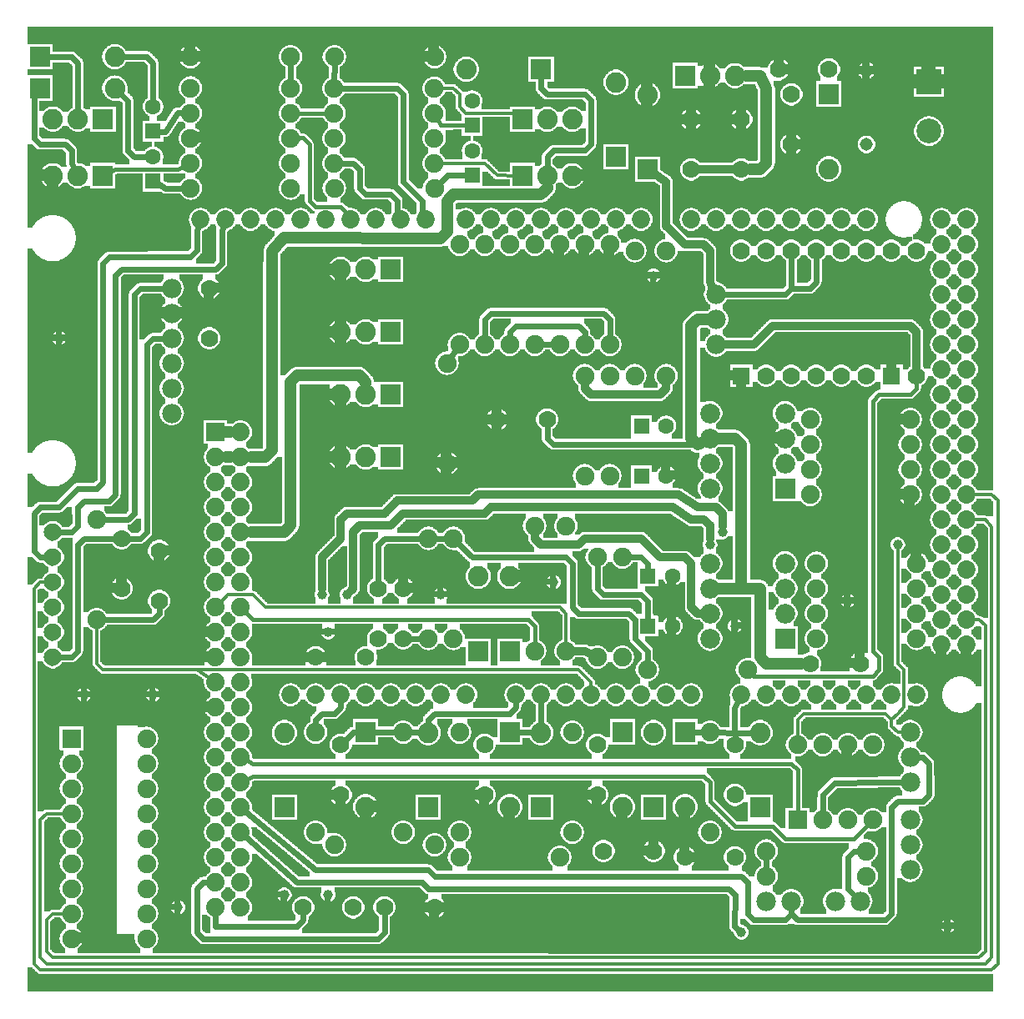
<source format=gbl>
G04 MADE WITH FRITZING*
G04 WWW.FRITZING.ORG*
G04 DOUBLE SIDED*
G04 HOLES PLATED*
G04 CONTOUR ON CENTER OF CONTOUR VECTOR*
%ASAXBY*%
%FSLAX23Y23*%
%MOIN*%
%OFA0B0*%
%SFA1.0B1.0*%
%ADD10C,0.075000*%
%ADD11C,0.039370*%
%ADD12C,0.070000*%
%ADD13C,0.074000*%
%ADD14C,0.072917*%
%ADD15C,0.082000*%
%ADD16C,0.078000*%
%ADD17C,0.051496*%
%ADD18C,0.079370*%
%ADD19C,0.062992*%
%ADD20C,0.099055*%
%ADD21R,0.075000X0.075000*%
%ADD22R,0.070000X0.070000*%
%ADD23R,0.074000X0.074000*%
%ADD24R,0.082000X0.082000*%
%ADD25R,0.079370X0.079370*%
%ADD26R,0.062992X0.062992*%
%ADD27R,0.099055X0.099055*%
%ADD28C,0.024000*%
%ADD29C,0.012000*%
%ADD30C,0.032000*%
%ADD31C,0.016000*%
%ADD32C,0.048000*%
%ADD33R,0.001000X0.001000*%
%LNCOPPER0*%
G90*
G70*
G54D10*
X1362Y3554D03*
X1928Y3418D03*
X3261Y2880D03*
X3049Y2628D03*
X3505Y1911D03*
X987Y2082D03*
X2169Y3824D03*
X1923Y1889D03*
X2575Y1888D03*
X891Y3007D03*
X1592Y1741D03*
X1292Y1397D03*
X625Y1265D03*
X2625Y1333D03*
X3183Y911D03*
X1183Y835D03*
G54D11*
X2891Y278D03*
G54D10*
X216Y1053D03*
X516Y1053D03*
X216Y953D03*
X516Y953D03*
X216Y853D03*
X516Y853D03*
X216Y753D03*
X516Y753D03*
X216Y653D03*
X516Y653D03*
X216Y553D03*
X516Y553D03*
X216Y453D03*
X516Y453D03*
X216Y353D03*
X516Y353D03*
X216Y253D03*
X516Y253D03*
G54D11*
X2816Y1878D03*
X2766Y1828D03*
X1216Y1628D03*
X1316Y1628D03*
G54D12*
X3591Y3003D03*
X3591Y2503D03*
X3491Y3003D03*
X3491Y2503D03*
X3391Y3003D03*
X3391Y2503D03*
X3291Y3003D03*
X3291Y2503D03*
X3191Y3003D03*
X3191Y2503D03*
X3091Y3003D03*
X3091Y2503D03*
X2991Y3003D03*
X2991Y2503D03*
X2891Y3003D03*
X2891Y2503D03*
G54D11*
X3516Y1828D03*
G54D10*
X3116Y728D03*
X3116Y1028D03*
X3216Y728D03*
X3216Y1028D03*
X3316Y728D03*
X3316Y1028D03*
X3416Y728D03*
X3416Y1028D03*
G54D13*
X891Y2278D03*
X891Y2178D03*
X891Y2078D03*
X891Y1978D03*
X891Y1878D03*
X891Y1778D03*
X891Y1678D03*
X891Y1578D03*
X891Y1478D03*
X891Y1378D03*
X891Y1278D03*
X891Y1178D03*
X891Y1078D03*
X891Y978D03*
X891Y878D03*
X891Y778D03*
X891Y678D03*
X891Y578D03*
X891Y478D03*
X891Y378D03*
X791Y2278D03*
X791Y2178D03*
X791Y2078D03*
X791Y1978D03*
X791Y1878D03*
X791Y1778D03*
X791Y1678D03*
X791Y1578D03*
X791Y1478D03*
X791Y1378D03*
X791Y1278D03*
X791Y1178D03*
X791Y1078D03*
X791Y978D03*
X791Y878D03*
X791Y778D03*
X791Y678D03*
X791Y578D03*
X791Y478D03*
X791Y378D03*
G54D14*
X2991Y1228D03*
X1391Y1228D03*
X3091Y1228D03*
X3191Y1228D03*
X3291Y1228D03*
X3391Y1228D03*
X3691Y2628D03*
X3491Y1228D03*
X3591Y1228D03*
X1431Y3128D03*
X1991Y1228D03*
X2091Y1228D03*
X2191Y1228D03*
X2291Y1228D03*
X3691Y1828D03*
X2391Y1228D03*
X2491Y1228D03*
X2591Y1228D03*
X2691Y1228D03*
X2191Y3128D03*
X3691Y3028D03*
X3691Y2228D03*
X3691Y1428D03*
X1031Y3128D03*
X1791Y1228D03*
X1791Y3128D03*
X3691Y2828D03*
X3691Y2428D03*
X3691Y2028D03*
X3391Y3128D03*
X3691Y1628D03*
X3291Y3128D03*
X3191Y3128D03*
X3091Y3128D03*
X2991Y3128D03*
X2891Y3128D03*
X2791Y3128D03*
X2691Y3128D03*
X831Y3128D03*
X1231Y3128D03*
X1631Y3128D03*
X1191Y1228D03*
X1591Y1228D03*
X2391Y3128D03*
X1991Y3128D03*
X3691Y3128D03*
X3691Y2928D03*
X3691Y2728D03*
X3691Y2528D03*
X3691Y2328D03*
X3691Y2128D03*
X3691Y1928D03*
X3691Y1728D03*
X3691Y1528D03*
X731Y3128D03*
X931Y3128D03*
X1131Y3128D03*
X1331Y3128D03*
X1531Y3128D03*
X1091Y1228D03*
X1291Y1228D03*
X1491Y1228D03*
X1691Y1228D03*
X2491Y3128D03*
X2291Y3128D03*
X2091Y3128D03*
X1891Y3128D03*
X3791Y3128D03*
X3791Y3028D03*
X3791Y2928D03*
X3791Y2828D03*
X3791Y2728D03*
X3791Y2628D03*
X3791Y2528D03*
X3791Y2428D03*
X3791Y2328D03*
X3791Y2228D03*
X3791Y2128D03*
X3791Y2028D03*
X3791Y1928D03*
X3791Y1828D03*
X3791Y1728D03*
X3791Y1628D03*
X3791Y1528D03*
X3791Y1428D03*
X2891Y1228D03*
G54D12*
X141Y1878D03*
X141Y1778D03*
X141Y1678D03*
X141Y1578D03*
X141Y1478D03*
X141Y1378D03*
G54D15*
X1491Y2428D03*
X1391Y2428D03*
X1291Y2428D03*
X1491Y2928D03*
X1391Y2928D03*
X1291Y2928D03*
X1491Y2678D03*
X1391Y2678D03*
X1291Y2678D03*
X1491Y2178D03*
X1391Y2178D03*
X1291Y2178D03*
G54D12*
X1191Y1378D03*
X1391Y1378D03*
G54D10*
X1191Y678D03*
X1191Y1078D03*
G54D15*
X2516Y3328D03*
X2516Y3626D03*
G54D10*
X316Y1928D03*
X316Y1528D03*
G54D16*
X616Y2853D03*
X616Y2753D03*
X616Y2653D03*
X616Y2553D03*
X616Y2453D03*
X616Y2353D03*
X3566Y528D03*
X3566Y628D03*
X3566Y728D03*
X3566Y1078D03*
X3566Y978D03*
X3566Y878D03*
X2791Y2828D03*
X2791Y2728D03*
X2791Y2628D03*
G54D10*
X2991Y603D03*
X3391Y603D03*
X2991Y503D03*
X3391Y503D03*
G54D16*
X2991Y403D03*
X3091Y403D03*
X3266Y403D03*
X3366Y403D03*
G54D10*
X3591Y1453D03*
X3191Y1453D03*
X2366Y3028D03*
X2366Y2628D03*
X2266Y3028D03*
X2266Y2628D03*
X3566Y2028D03*
X3166Y2028D03*
X3591Y1753D03*
X3191Y1753D03*
X2166Y3028D03*
X2166Y2628D03*
X1716Y2153D03*
X1716Y2553D03*
X3566Y2328D03*
X3166Y2328D03*
G54D15*
X2666Y3703D03*
X2766Y3703D03*
X2866Y3703D03*
G54D12*
X3041Y3728D03*
X3241Y3728D03*
X2891Y3528D03*
X2891Y3328D03*
X3091Y3428D03*
X3091Y3628D03*
X2691Y3528D03*
X2691Y3328D03*
G54D15*
X3241Y3628D03*
X3241Y3330D03*
G54D17*
X3391Y3428D03*
X3391Y3723D03*
G54D18*
X3066Y1453D03*
X2766Y1453D03*
X3066Y1553D03*
X2766Y1553D03*
X3066Y1653D03*
X2766Y1653D03*
X3066Y1753D03*
X2766Y1753D03*
X3066Y2053D03*
X2766Y2053D03*
X3066Y2153D03*
X2766Y2153D03*
X3066Y2253D03*
X2766Y2253D03*
X3066Y2353D03*
X2766Y2353D03*
G54D10*
X3591Y1553D03*
X3191Y1553D03*
X1866Y3028D03*
X1866Y2628D03*
X1966Y3028D03*
X1966Y2628D03*
X3566Y2128D03*
X3166Y2128D03*
X3591Y1653D03*
X3191Y1653D03*
X2066Y3028D03*
X2066Y2628D03*
X1766Y3028D03*
X1766Y2628D03*
X3566Y2228D03*
X3166Y2228D03*
G54D12*
X3366Y1353D03*
X3166Y1353D03*
G54D10*
X2066Y1403D03*
X2066Y1903D03*
G54D12*
X1916Y2328D03*
X2116Y2328D03*
G54D10*
X2591Y2503D03*
X2591Y3003D03*
X2191Y1903D03*
X2191Y1403D03*
X2466Y3003D03*
X2466Y2503D03*
X2416Y1778D03*
X2416Y1378D03*
X2266Y2103D03*
X2266Y2503D03*
X2316Y1778D03*
X2316Y1378D03*
X2366Y2103D03*
X2366Y2503D03*
G54D19*
X2518Y1703D03*
X2616Y1703D03*
X2493Y2303D03*
X2591Y2303D03*
X2518Y1503D03*
X2616Y1503D03*
X2493Y2103D03*
X2591Y2103D03*
G54D10*
X1741Y1853D03*
X1741Y1453D03*
X2166Y578D03*
X1766Y578D03*
X1666Y628D03*
X1266Y628D03*
G54D12*
X1866Y828D03*
X1866Y1028D03*
X1666Y378D03*
X1466Y378D03*
X1291Y828D03*
X1291Y1028D03*
X1341Y378D03*
X1141Y378D03*
G54D10*
X1766Y678D03*
X1766Y1078D03*
X1541Y678D03*
X1541Y1078D03*
G54D15*
X2091Y778D03*
X2091Y1076D03*
X1391Y1078D03*
X1391Y780D03*
X1641Y778D03*
X1641Y1076D03*
X1066Y778D03*
X1066Y1076D03*
X1966Y1403D03*
X1966Y1701D03*
X1966Y1078D03*
X1966Y780D03*
G54D12*
X2866Y828D03*
X2866Y1028D03*
X566Y1603D03*
X566Y1803D03*
X2316Y828D03*
X2316Y1028D03*
X766Y2853D03*
X766Y2653D03*
X416Y1653D03*
X416Y1853D03*
X2666Y578D03*
X2866Y578D03*
X2541Y603D03*
X2341Y603D03*
G54D10*
X2766Y678D03*
X2766Y1078D03*
X2216Y678D03*
X2216Y1078D03*
G54D15*
X2966Y778D03*
X2966Y1076D03*
X2541Y778D03*
X2541Y1076D03*
X2666Y1078D03*
X2666Y780D03*
X2416Y1078D03*
X2416Y780D03*
G54D10*
X2916Y1328D03*
X2516Y1328D03*
G54D12*
X1441Y1453D03*
X1441Y1653D03*
X1541Y1653D03*
X1541Y1453D03*
G54D10*
X1641Y1853D03*
X1641Y1453D03*
G54D15*
X1841Y1403D03*
X1841Y1701D03*
G54D10*
X1091Y3253D03*
X691Y3253D03*
X1266Y3253D03*
X1666Y3253D03*
X1091Y3553D03*
X691Y3553D03*
X1265Y3552D03*
X1665Y3552D03*
G54D19*
X542Y3281D03*
X542Y3379D03*
X1816Y3305D03*
X1816Y3403D03*
X542Y3481D03*
X542Y3579D03*
X1816Y3505D03*
X1816Y3603D03*
G54D15*
X91Y3653D03*
X389Y3653D03*
X2091Y3728D03*
X1793Y3728D03*
X91Y3778D03*
X389Y3778D03*
X2391Y3378D03*
X2391Y3676D03*
X341Y3303D03*
X241Y3303D03*
X141Y3303D03*
X2016Y3303D03*
X2116Y3303D03*
X2216Y3303D03*
X342Y3529D03*
X242Y3529D03*
X142Y3529D03*
X2016Y3528D03*
X2116Y3528D03*
X2216Y3528D03*
G54D10*
X1091Y3353D03*
X691Y3353D03*
X1265Y3352D03*
X1665Y3352D03*
X1091Y3653D03*
X691Y3653D03*
X1265Y3652D03*
X1665Y3652D03*
X1091Y3453D03*
X691Y3453D03*
X1265Y3452D03*
X1665Y3452D03*
X1091Y3778D03*
X691Y3778D03*
X1266Y3778D03*
X1666Y3778D03*
G54D20*
X3641Y3678D03*
X3641Y3481D03*
G54D11*
X1241Y1478D03*
X3316Y1603D03*
X2866Y1503D03*
X2141Y1678D03*
X1691Y1628D03*
X541Y1228D03*
X266Y1228D03*
X1241Y428D03*
X1066Y428D03*
X166Y2653D03*
X3716Y303D03*
X641Y378D03*
X2541Y2903D03*
G54D21*
X216Y1053D03*
G54D22*
X2891Y2503D03*
X3491Y2503D03*
G54D21*
X3116Y728D03*
G54D23*
X791Y2278D03*
G54D24*
X1491Y2428D03*
X1491Y2928D03*
X1491Y2678D03*
X1491Y2178D03*
X2516Y3327D03*
X2666Y3703D03*
X3241Y3629D03*
G54D25*
X3066Y1453D03*
X3066Y2053D03*
G54D26*
X2518Y1703D03*
X2493Y2303D03*
X2518Y1503D03*
X2493Y2103D03*
G54D24*
X2091Y777D03*
X1391Y1079D03*
X1641Y777D03*
X1066Y777D03*
X1966Y1402D03*
X1966Y1079D03*
X2966Y777D03*
X2541Y777D03*
X2666Y1079D03*
X2416Y1079D03*
X1841Y1402D03*
G54D26*
X542Y3281D03*
X1816Y3305D03*
X542Y3481D03*
X1816Y3505D03*
G54D24*
X90Y3653D03*
X2092Y3728D03*
X90Y3778D03*
X2391Y3377D03*
X341Y3303D03*
X2016Y3303D03*
X342Y3529D03*
X2016Y3528D03*
G54D27*
X3641Y3678D03*
G54D28*
X216Y1378D02*
X167Y1378D01*
D02*
X266Y1853D02*
X241Y1828D01*
D02*
X241Y1828D02*
X241Y1403D01*
D02*
X241Y1403D02*
X216Y1378D01*
D02*
X390Y1853D02*
X266Y1853D01*
D02*
X566Y1553D02*
X566Y1577D01*
D02*
X541Y1528D02*
X566Y1553D01*
D02*
X345Y1528D02*
X541Y1528D01*
G54D29*
D02*
X716Y1328D02*
X770Y1292D01*
G54D28*
D02*
X3091Y2852D02*
X3167Y2852D01*
D02*
X3167Y2852D02*
X3191Y2879D01*
D02*
X3091Y2852D02*
X3091Y2977D01*
D02*
X3191Y2879D02*
X3191Y2977D01*
D02*
X3067Y2828D02*
X3091Y2852D01*
D02*
X2821Y2828D02*
X3067Y2828D01*
G54D30*
D02*
X3591Y2678D02*
X3591Y2535D01*
D02*
X3566Y2703D02*
X3591Y2678D01*
D02*
X3016Y2703D02*
X3566Y2703D01*
D02*
X2942Y2628D02*
X3016Y2703D01*
D02*
X2827Y2628D02*
X2942Y2628D01*
G54D31*
D02*
X3417Y1303D02*
X3440Y1328D01*
D02*
X3440Y1328D02*
X3440Y1377D01*
D02*
X2942Y1303D02*
X3417Y1303D01*
D02*
X3440Y1377D02*
X3417Y1403D01*
D02*
X2933Y1312D02*
X2942Y1303D01*
D02*
X3417Y1403D02*
X3417Y2403D01*
D02*
X3417Y2403D02*
X3442Y2428D01*
D02*
X3442Y2428D02*
X3566Y2428D01*
D02*
X3566Y2428D02*
X3591Y2453D01*
D02*
X3591Y2453D02*
X3591Y2482D01*
G54D28*
D02*
X1191Y528D02*
X1641Y528D01*
D02*
X1641Y528D02*
X1666Y503D01*
D02*
X2891Y503D02*
X2916Y478D01*
D02*
X2916Y478D02*
X2916Y353D01*
D02*
X2916Y353D02*
X2941Y328D01*
D02*
X2941Y328D02*
X3066Y328D01*
D02*
X1666Y503D02*
X2891Y503D01*
D02*
X3066Y328D02*
X3091Y353D01*
D02*
X3091Y353D02*
X3091Y373D01*
D02*
X915Y758D02*
X1191Y528D01*
D02*
X1616Y478D02*
X1116Y478D01*
D02*
X1641Y453D02*
X1616Y478D01*
D02*
X2841Y453D02*
X1641Y453D01*
D02*
X2866Y428D02*
X2841Y453D01*
D02*
X2865Y302D02*
X2866Y428D01*
D02*
X1116Y478D02*
X914Y657D01*
D02*
X2877Y291D02*
X2865Y302D01*
D02*
X791Y303D02*
X791Y347D01*
D02*
X1116Y303D02*
X791Y303D01*
D02*
X1141Y328D02*
X1116Y303D01*
D02*
X1141Y352D02*
X1141Y328D01*
D02*
X716Y278D02*
X716Y453D01*
D02*
X716Y453D02*
X741Y478D01*
D02*
X741Y253D02*
X716Y278D01*
D02*
X741Y478D02*
X760Y478D01*
D02*
X1441Y253D02*
X741Y253D01*
D02*
X1466Y278D02*
X1441Y253D01*
D02*
X1466Y352D02*
X1466Y278D01*
G54D29*
D02*
X142Y352D02*
X116Y328D01*
D02*
X116Y328D02*
X117Y203D01*
D02*
X193Y353D02*
X142Y352D01*
D02*
X117Y203D02*
X142Y179D01*
D02*
X142Y179D02*
X3840Y177D01*
D02*
X3840Y177D02*
X3866Y203D01*
D02*
X3866Y203D02*
X3867Y1504D01*
D02*
X3867Y1504D02*
X3842Y1528D01*
D02*
X3842Y1528D02*
X3816Y1528D01*
D02*
X116Y752D02*
X91Y728D01*
D02*
X91Y177D02*
X117Y153D01*
D02*
X3866Y153D02*
X3891Y177D01*
D02*
X3867Y1928D02*
X3816Y1928D01*
D02*
X91Y728D02*
X91Y177D01*
D02*
X117Y153D02*
X3866Y153D01*
D02*
X3891Y177D02*
X3891Y1900D01*
D02*
X3891Y1900D02*
X3867Y1928D01*
D02*
X193Y753D02*
X116Y752D01*
D02*
X91Y1677D02*
X66Y1653D01*
D02*
X66Y153D02*
X91Y128D01*
D02*
X3917Y153D02*
X3916Y2004D01*
D02*
X3916Y2004D02*
X3891Y2028D01*
D02*
X66Y1653D02*
X66Y153D01*
D02*
X91Y128D02*
X3891Y128D01*
D02*
X3891Y128D02*
X3917Y153D01*
D02*
X3891Y2028D02*
X3816Y2028D01*
D02*
X121Y1678D02*
X91Y1677D01*
D02*
X3517Y1079D02*
X3542Y1078D01*
D02*
X3491Y1103D02*
X3517Y1079D01*
D02*
X3491Y1128D02*
X3491Y1103D01*
G54D31*
D02*
X3091Y953D02*
X3117Y928D01*
D02*
X942Y953D02*
X3091Y953D01*
D02*
X3117Y928D02*
X3116Y751D01*
D02*
X914Y967D02*
X942Y953D01*
D02*
X2766Y877D02*
X2766Y803D01*
D02*
X942Y903D02*
X2742Y903D01*
D02*
X2742Y903D02*
X2766Y877D01*
D02*
X2766Y803D02*
X2866Y703D01*
D02*
X2866Y703D02*
X3017Y703D01*
D02*
X3017Y703D02*
X3066Y653D01*
D02*
X3066Y653D02*
X3342Y653D01*
D02*
X3342Y653D02*
X3400Y712D01*
D02*
X914Y889D02*
X942Y903D01*
G54D28*
D02*
X2116Y2252D02*
X2116Y2302D01*
D02*
X2142Y2228D02*
X2116Y2252D01*
D02*
X2716Y2228D02*
X2142Y2228D01*
D02*
X2739Y2239D02*
X2716Y2228D01*
G54D29*
D02*
X991Y1577D02*
X2166Y1577D01*
D02*
X2166Y1577D02*
X2191Y1553D01*
D02*
X942Y1628D02*
X991Y1577D01*
D02*
X2191Y1553D02*
X2191Y1426D01*
D02*
X840Y1628D02*
X942Y1628D01*
D02*
X809Y1596D02*
X840Y1628D01*
G54D31*
D02*
X909Y1560D02*
X942Y1528D01*
D02*
X942Y1528D02*
X2042Y1528D01*
D02*
X2042Y1528D02*
X2066Y1503D01*
D02*
X2066Y1503D02*
X2066Y1426D01*
G54D30*
D02*
X1216Y1777D02*
X1291Y1852D01*
D02*
X1291Y1852D02*
X1291Y1928D01*
D02*
X1291Y1928D02*
X1316Y1952D01*
D02*
X1316Y1952D02*
X1467Y1952D01*
D02*
X1467Y1952D02*
X1516Y2004D01*
D02*
X1516Y2004D02*
X1816Y2004D01*
D02*
X1816Y2004D02*
X1842Y2028D01*
D02*
X1842Y2028D02*
X2642Y2028D01*
D02*
X2642Y2028D02*
X2716Y1977D01*
D02*
X2716Y1977D02*
X2791Y1977D01*
D02*
X2791Y1977D02*
X2816Y1952D01*
D02*
X2816Y1952D02*
X2816Y1903D01*
D02*
X1216Y1653D02*
X1216Y1777D01*
D02*
X1342Y1652D02*
X1334Y1645D01*
D02*
X1342Y1877D02*
X1342Y1652D01*
D02*
X1367Y1904D02*
X1342Y1877D01*
D02*
X1491Y1904D02*
X1367Y1904D01*
D02*
X1542Y1952D02*
X1491Y1904D01*
D02*
X1867Y1952D02*
X1542Y1952D01*
D02*
X1891Y1977D02*
X1867Y1952D01*
D02*
X2616Y1977D02*
X1891Y1977D01*
D02*
X2691Y1928D02*
X2616Y1977D01*
D02*
X2742Y1928D02*
X2691Y1928D01*
D02*
X2767Y1904D02*
X2742Y1928D01*
D02*
X2766Y1853D02*
X2767Y1904D01*
G54D28*
D02*
X1467Y1852D02*
X1613Y1853D01*
D02*
X1442Y1828D02*
X1467Y1852D01*
D02*
X1441Y1679D02*
X1442Y1828D01*
D02*
X342Y2077D02*
X317Y2053D01*
D02*
X317Y2053D02*
X242Y2053D01*
D02*
X66Y1803D02*
X91Y1777D01*
D02*
X66Y1953D02*
X66Y1803D01*
D02*
X91Y1977D02*
X66Y1953D01*
D02*
X166Y1977D02*
X91Y1977D01*
D02*
X242Y2053D02*
X166Y1977D01*
D02*
X91Y1777D02*
X115Y1778D01*
D02*
X342Y2952D02*
X342Y2077D01*
D02*
X691Y2979D02*
X367Y2977D01*
D02*
X716Y3079D02*
X716Y3004D01*
D02*
X716Y3004D02*
X691Y2979D01*
D02*
X367Y2977D02*
X342Y2952D01*
D02*
X722Y3099D02*
X716Y3079D01*
D02*
X242Y1903D02*
X217Y1877D01*
D02*
X217Y1877D02*
X167Y1878D01*
D02*
X240Y1977D02*
X242Y1903D01*
D02*
X391Y2028D02*
X366Y2003D01*
D02*
X816Y2952D02*
X791Y2928D01*
D02*
X816Y3077D02*
X816Y2952D01*
D02*
X791Y2928D02*
X416Y2928D01*
D02*
X416Y2928D02*
X391Y2904D01*
D02*
X391Y2904D02*
X391Y2028D01*
D02*
X366Y2003D02*
X266Y2003D01*
D02*
X266Y2003D02*
X240Y1977D01*
D02*
X822Y3099D02*
X816Y3077D01*
G54D32*
D02*
X1067Y1877D02*
X1091Y1904D01*
D02*
X1367Y2504D02*
X1391Y2477D01*
D02*
X1391Y2477D02*
X1391Y2471D01*
D02*
X1116Y2504D02*
X1367Y2504D01*
D02*
X1091Y2479D02*
X1116Y2504D01*
D02*
X1091Y1904D02*
X1091Y2479D01*
D02*
X933Y1878D02*
X1067Y1877D01*
D02*
X849Y2178D02*
X833Y2178D01*
D02*
X849Y2278D02*
X833Y2278D01*
G54D28*
D02*
X1817Y1777D02*
X2191Y1777D01*
D02*
X2191Y1777D02*
X2217Y1753D01*
D02*
X2217Y1753D02*
X2217Y1577D01*
D02*
X2217Y1577D02*
X2242Y1553D01*
D02*
X2242Y1553D02*
X2442Y1553D01*
D02*
X2442Y1553D02*
X2466Y1528D01*
D02*
X2466Y1453D02*
X2517Y1403D01*
D02*
X2466Y1528D02*
X2466Y1453D01*
D02*
X2517Y1403D02*
X2516Y1357D01*
D02*
X1761Y1833D02*
X1817Y1777D01*
D02*
X517Y1877D02*
X491Y1853D01*
D02*
X491Y1853D02*
X442Y1853D01*
D02*
X516Y2628D02*
X517Y1877D01*
D02*
X542Y2652D02*
X516Y2628D01*
D02*
X586Y2653D02*
X542Y2652D01*
D02*
X1570Y1077D02*
X1609Y1077D01*
D02*
X1191Y1128D02*
X1191Y1107D01*
D02*
X1217Y1153D02*
X1191Y1128D01*
D02*
X1291Y1177D02*
X1266Y1153D01*
D02*
X1266Y1153D02*
X1217Y1153D01*
D02*
X1291Y1198D02*
X1291Y1177D01*
G54D30*
D02*
X2066Y1853D02*
X2066Y1869D01*
D02*
X2266Y1853D02*
X2241Y1828D01*
D02*
X2241Y1828D02*
X2091Y1828D01*
D02*
X2091Y1828D02*
X2066Y1853D01*
D02*
X2491Y1853D02*
X2266Y1853D01*
D02*
X2566Y1777D02*
X2491Y1853D01*
D02*
X2666Y1777D02*
X2566Y1777D01*
D02*
X2691Y1753D02*
X2666Y1777D01*
D02*
X2691Y1578D02*
X2691Y1753D01*
D02*
X2716Y1553D02*
X2691Y1578D01*
D02*
X2730Y1553D02*
X2716Y1553D01*
G54D32*
D02*
X2808Y2253D02*
X2867Y2252D01*
D02*
X2691Y2704D02*
X2716Y2728D01*
D02*
X2691Y2252D02*
X2691Y2704D01*
D02*
X2716Y2228D02*
X2691Y2252D01*
D02*
X2729Y2234D02*
X2716Y2228D01*
D02*
X2716Y2728D02*
X2750Y2728D01*
D02*
X2967Y1652D02*
X2966Y1378D01*
D02*
X2891Y1652D02*
X2967Y1652D01*
D02*
X2991Y1353D02*
X3129Y1353D01*
D02*
X2966Y1378D02*
X2991Y1353D01*
D02*
X2808Y1653D02*
X2891Y1652D01*
D02*
X2891Y2228D02*
X2867Y2252D01*
D02*
X2891Y1652D02*
X2891Y2228D01*
G54D30*
D02*
X2567Y2428D02*
X2591Y2453D01*
D02*
X2591Y2453D02*
X2591Y2469D01*
D02*
X2291Y2428D02*
X2567Y2428D01*
D02*
X2267Y2453D02*
X2291Y2428D01*
D02*
X2266Y2469D02*
X2267Y2453D01*
G54D28*
D02*
X1265Y3681D02*
X1266Y3749D01*
D02*
X1091Y3749D02*
X1091Y3682D01*
G54D31*
D02*
X1114Y3553D02*
X1242Y3552D01*
G54D28*
D02*
X2698Y1078D02*
X2738Y1078D01*
D02*
X2866Y1054D02*
X2865Y1076D01*
D02*
X1891Y2753D02*
X2342Y2753D01*
D02*
X2342Y2753D02*
X2367Y2728D01*
D02*
X2367Y2728D02*
X2366Y2657D01*
D02*
X1867Y2728D02*
X1891Y2753D01*
D02*
X1866Y2657D02*
X1867Y2728D01*
D02*
X2095Y2628D02*
X2138Y2628D01*
D02*
X2241Y2703D02*
X2266Y2677D01*
D02*
X1991Y2703D02*
X2241Y2703D01*
D02*
X1967Y2677D02*
X1991Y2703D01*
D02*
X2266Y2677D02*
X2266Y2657D01*
D02*
X1966Y2657D02*
X1967Y2677D01*
G54D30*
D02*
X2266Y1403D02*
X2225Y1403D01*
D02*
X2286Y1393D02*
X2266Y1403D01*
D02*
X2591Y3278D02*
X2591Y3102D01*
D02*
X2766Y3003D02*
X2766Y2879D01*
D02*
X2766Y2879D02*
X2775Y2860D01*
D02*
X2740Y3028D02*
X2766Y3003D01*
D02*
X2666Y3028D02*
X2740Y3028D01*
D02*
X2591Y3102D02*
X2666Y3028D01*
D02*
X2548Y3307D02*
X2591Y3278D01*
G54D28*
D02*
X1670Y1853D02*
X1713Y1853D01*
D02*
X1732Y2577D02*
X1750Y2604D01*
G54D29*
D02*
X316Y1353D02*
X316Y1505D01*
D02*
X341Y1328D02*
X316Y1353D01*
D02*
X716Y1328D02*
X341Y1328D01*
D02*
X1043Y1328D02*
X716Y1328D01*
D02*
X2291Y1278D02*
X2241Y1328D01*
D02*
X2291Y1253D02*
X2291Y1278D01*
G54D28*
D02*
X466Y1953D02*
X442Y1928D01*
D02*
X442Y1928D02*
X345Y1928D01*
D02*
X467Y2828D02*
X466Y1953D01*
D02*
X491Y2852D02*
X467Y2828D01*
D02*
X586Y2853D02*
X491Y2852D01*
D02*
X3317Y577D02*
X3317Y453D01*
D02*
X3340Y603D02*
X3317Y577D01*
D02*
X3363Y603D02*
X3340Y603D01*
D02*
X2991Y574D02*
X2991Y532D01*
D02*
X3466Y328D02*
X3117Y328D01*
D02*
X3117Y328D02*
X3091Y353D01*
D02*
X3091Y353D02*
X3091Y373D01*
D02*
X3491Y353D02*
X3466Y328D01*
D02*
X3491Y777D02*
X3491Y353D01*
D02*
X3617Y803D02*
X3517Y803D01*
D02*
X3517Y803D02*
X3491Y777D01*
D02*
X3642Y828D02*
X3617Y803D01*
D02*
X3617Y977D02*
X3640Y953D01*
D02*
X3640Y953D02*
X3642Y828D01*
D02*
X3596Y978D02*
X3617Y977D01*
D02*
X3441Y878D02*
X3536Y878D01*
D02*
X3265Y876D02*
X3441Y878D01*
D02*
X3217Y828D02*
X3265Y876D01*
D02*
X3216Y757D02*
X3217Y828D01*
D02*
X2491Y1778D02*
X2445Y1778D01*
D02*
X2516Y1753D02*
X2491Y1778D01*
D02*
X2517Y1730D02*
X2516Y1753D01*
D02*
X2316Y1653D02*
X2316Y1749D01*
D02*
X2341Y1628D02*
X2316Y1653D01*
D02*
X2491Y1628D02*
X2341Y1628D01*
D02*
X2516Y1603D02*
X2491Y1628D01*
D02*
X2517Y1530D02*
X2516Y1603D01*
G54D32*
D02*
X2967Y3702D02*
X2991Y3652D01*
D02*
X2967Y3328D02*
X2928Y3328D01*
D02*
X2991Y3352D02*
X2967Y3328D01*
D02*
X2991Y3652D02*
X2991Y3352D01*
D02*
X2909Y3703D02*
X2967Y3702D01*
G54D30*
D02*
X2860Y3328D02*
X2723Y3328D01*
G54D31*
D02*
X641Y3328D02*
X671Y3343D01*
D02*
X391Y3328D02*
X641Y3328D01*
D02*
X365Y3315D02*
X391Y3328D01*
G54D28*
D02*
X1491Y3228D02*
X1391Y3228D01*
D02*
X1366Y3253D02*
X1367Y3328D01*
D02*
X1367Y3328D02*
X1341Y3352D01*
D02*
X1391Y3228D02*
X1366Y3253D01*
D02*
X1517Y3203D02*
X1491Y3228D01*
D02*
X1517Y3153D02*
X1517Y3203D01*
D02*
X1516Y3154D02*
X1517Y3153D01*
D02*
X1341Y3352D02*
X1294Y3352D01*
D02*
X1615Y3154D02*
X1616Y3152D01*
D02*
X1616Y3203D02*
X1541Y3278D01*
D02*
X1616Y3152D02*
X1616Y3203D01*
G54D31*
D02*
X1141Y3454D02*
X1114Y3453D01*
D02*
X1167Y3202D02*
X1166Y3428D01*
D02*
X1166Y3428D02*
X1141Y3454D01*
D02*
X1191Y3178D02*
X1167Y3202D01*
D02*
X1317Y3153D02*
X1291Y3178D01*
D02*
X1291Y3178D02*
X1191Y3178D01*
D02*
X1319Y3149D02*
X1317Y3153D01*
G54D28*
D02*
X1613Y1453D02*
X1567Y1453D01*
G54D31*
D02*
X1691Y3504D02*
X1795Y3504D01*
D02*
X1676Y3532D02*
X1691Y3504D01*
G54D29*
D02*
X1991Y3552D02*
X1791Y3552D01*
D02*
X1767Y3578D02*
X1767Y3628D01*
D02*
X1741Y3652D02*
X1691Y3652D01*
D02*
X1767Y3628D02*
X1741Y3652D01*
D02*
X1691Y3652D02*
X1688Y3652D01*
D02*
X1791Y3552D02*
X1767Y3578D01*
D02*
X1997Y3547D02*
X1991Y3552D01*
G54D28*
D02*
X2291Y3604D02*
X2291Y3428D01*
D02*
X2091Y3652D02*
X2116Y3628D01*
D02*
X2116Y3628D02*
X2267Y3628D01*
D02*
X2291Y3428D02*
X2267Y3404D01*
D02*
X2142Y3404D02*
X2116Y3377D01*
D02*
X2267Y3628D02*
X2291Y3604D01*
D02*
X2116Y3377D02*
X2116Y3335D01*
D02*
X2267Y3404D02*
X2142Y3404D01*
D02*
X2091Y3696D02*
X2091Y3652D01*
D02*
X216Y3777D02*
X123Y3778D01*
D02*
X242Y3752D02*
X216Y3777D01*
D02*
X242Y3561D02*
X242Y3752D01*
D02*
X191Y3428D02*
X91Y3428D01*
D02*
X216Y3404D02*
X191Y3428D01*
D02*
X216Y3352D02*
X216Y3404D01*
D02*
X67Y3628D02*
X69Y3630D01*
D02*
X67Y3452D02*
X67Y3628D01*
D02*
X91Y3428D02*
X67Y3452D01*
D02*
X226Y3332D02*
X216Y3352D01*
D02*
X542Y3752D02*
X516Y3779D01*
D02*
X516Y3779D02*
X421Y3778D01*
D02*
X542Y3606D02*
X542Y3752D01*
D02*
X442Y3403D02*
X442Y3603D01*
D02*
X466Y3379D02*
X442Y3403D01*
D02*
X442Y3603D02*
X412Y3631D01*
D02*
X515Y3379D02*
X466Y3379D01*
D02*
X663Y3554D02*
X639Y3554D01*
D02*
X591Y3479D02*
X569Y3480D01*
D02*
X639Y3554D02*
X591Y3479D01*
D02*
X591Y3253D02*
X566Y3268D01*
D02*
X663Y3253D02*
X591Y3253D01*
D02*
X1717Y3304D02*
X1789Y3304D01*
D02*
X1686Y3273D02*
X1717Y3304D01*
G54D29*
D02*
X1916Y3304D02*
X1990Y3303D01*
D02*
X1867Y3352D02*
X1916Y3304D01*
D02*
X1688Y3352D02*
X1867Y3352D01*
G54D28*
D02*
X1641Y1108D02*
X1641Y1128D01*
D02*
X1966Y1153D02*
X1991Y1178D01*
D02*
X1666Y1153D02*
X1966Y1153D01*
D02*
X1641Y1128D02*
X1666Y1153D01*
D02*
X1991Y1178D02*
X1991Y1198D01*
D02*
X2091Y1198D02*
X2091Y1108D01*
D02*
X2059Y1077D02*
X1998Y1078D01*
D02*
X1423Y1078D02*
X1513Y1078D01*
D02*
X1341Y1078D02*
X1359Y1078D01*
D02*
X1310Y1046D02*
X1341Y1078D01*
G54D29*
D02*
X2241Y1328D02*
X1043Y1328D01*
G54D28*
D02*
X3317Y453D02*
X3345Y424D01*
G54D32*
D02*
X2116Y3253D02*
X2116Y3260D01*
D02*
X2091Y3228D02*
X2116Y3253D01*
D02*
X1741Y3228D02*
X2091Y3228D01*
D02*
X1716Y3203D02*
X1741Y3228D01*
D02*
X1716Y3078D02*
X1716Y3203D01*
D02*
X1691Y3053D02*
X1716Y3078D01*
D02*
X1065Y3054D02*
X1691Y3053D01*
D02*
X1017Y3002D02*
X1065Y3054D01*
D02*
X1016Y2204D02*
X1017Y3002D01*
D02*
X991Y2177D02*
X1016Y2204D01*
D02*
X933Y2178D02*
X991Y2177D01*
G54D28*
D02*
X1541Y3278D02*
X1541Y3628D01*
D02*
X1517Y3652D02*
X1294Y3652D01*
D02*
X1541Y3628D02*
X1517Y3652D01*
G54D29*
D02*
X3517Y1153D02*
X3491Y1128D01*
D02*
X3466Y1153D02*
X3142Y1153D01*
D02*
X3491Y1128D02*
X3466Y1153D01*
D02*
X3542Y1179D02*
X3517Y1153D01*
D02*
X3142Y1153D02*
X3117Y1128D01*
D02*
X3117Y1128D02*
X3116Y1051D01*
D02*
X3542Y1328D02*
X3542Y1179D01*
D02*
X3516Y1352D02*
X3542Y1328D01*
D02*
X3516Y1815D02*
X3516Y1352D01*
G54D28*
D02*
X2865Y1176D02*
X2878Y1201D01*
D02*
X2865Y1076D02*
X2865Y1176D01*
D02*
X2865Y1076D02*
X2795Y1077D01*
D02*
X2865Y1076D02*
X2934Y1076D01*
G36*
X142Y3755D02*
X142Y3727D01*
X40Y3727D01*
X40Y3705D01*
X140Y3705D01*
X140Y3703D01*
X142Y3703D01*
X142Y3603D01*
X88Y3603D01*
X88Y3579D01*
X154Y3579D01*
X154Y3577D01*
X160Y3577D01*
X160Y3575D01*
X164Y3575D01*
X164Y3573D01*
X166Y3573D01*
X166Y3571D01*
X170Y3571D01*
X170Y3569D01*
X172Y3569D01*
X172Y3567D01*
X174Y3567D01*
X174Y3565D01*
X178Y3565D01*
X178Y3561D01*
X180Y3561D01*
X180Y3559D01*
X182Y3559D01*
X182Y3557D01*
X202Y3557D01*
X202Y3559D01*
X204Y3559D01*
X204Y3561D01*
X206Y3561D01*
X206Y3563D01*
X208Y3563D01*
X208Y3565D01*
X210Y3565D01*
X210Y3567D01*
X212Y3567D01*
X212Y3569D01*
X214Y3569D01*
X214Y3571D01*
X218Y3571D01*
X218Y3573D01*
X220Y3573D01*
X220Y3743D01*
X218Y3743D01*
X218Y3745D01*
X216Y3745D01*
X216Y3747D01*
X214Y3747D01*
X214Y3749D01*
X212Y3749D01*
X212Y3751D01*
X210Y3751D01*
X210Y3753D01*
X208Y3753D01*
X208Y3755D01*
X142Y3755D01*
G37*
D02*
G36*
X88Y3579D02*
X88Y3563D01*
X108Y3563D01*
X108Y3565D01*
X110Y3565D01*
X110Y3567D01*
X112Y3567D01*
X112Y3569D01*
X114Y3569D01*
X114Y3571D01*
X118Y3571D01*
X118Y3573D01*
X120Y3573D01*
X120Y3575D01*
X124Y3575D01*
X124Y3577D01*
X130Y3577D01*
X130Y3579D01*
X88Y3579D01*
G37*
D02*
G36*
X1710Y3637D02*
X1710Y3635D01*
X1708Y3635D01*
X1708Y3633D01*
X1706Y3633D01*
X1706Y3629D01*
X1704Y3629D01*
X1704Y3625D01*
X1702Y3625D01*
X1702Y3623D01*
X1700Y3623D01*
X1700Y3621D01*
X1698Y3621D01*
X1698Y3619D01*
X1696Y3619D01*
X1696Y3617D01*
X1694Y3617D01*
X1694Y3615D01*
X1692Y3615D01*
X1692Y3613D01*
X1688Y3613D01*
X1688Y3591D01*
X1692Y3591D01*
X1692Y3589D01*
X1694Y3589D01*
X1694Y3587D01*
X1696Y3587D01*
X1696Y3585D01*
X1698Y3585D01*
X1698Y3583D01*
X1700Y3583D01*
X1700Y3581D01*
X1702Y3581D01*
X1702Y3579D01*
X1704Y3579D01*
X1704Y3575D01*
X1706Y3575D01*
X1706Y3573D01*
X1708Y3573D01*
X1708Y3569D01*
X1710Y3569D01*
X1710Y3563D01*
X1712Y3563D01*
X1712Y3541D01*
X1710Y3541D01*
X1710Y3521D01*
X1740Y3521D01*
X1740Y3523D01*
X1774Y3523D01*
X1774Y3549D01*
X1772Y3549D01*
X1772Y3551D01*
X1770Y3551D01*
X1770Y3553D01*
X1768Y3553D01*
X1768Y3555D01*
X1766Y3555D01*
X1766Y3557D01*
X1764Y3557D01*
X1764Y3559D01*
X1762Y3559D01*
X1762Y3561D01*
X1760Y3561D01*
X1760Y3563D01*
X1758Y3563D01*
X1758Y3565D01*
X1756Y3565D01*
X1756Y3567D01*
X1754Y3567D01*
X1754Y3569D01*
X1752Y3569D01*
X1752Y3575D01*
X1750Y3575D01*
X1750Y3623D01*
X1748Y3623D01*
X1748Y3625D01*
X1746Y3625D01*
X1746Y3627D01*
X1744Y3627D01*
X1744Y3629D01*
X1742Y3629D01*
X1742Y3631D01*
X1740Y3631D01*
X1740Y3633D01*
X1738Y3633D01*
X1738Y3635D01*
X1736Y3635D01*
X1736Y3637D01*
X1710Y3637D01*
G37*
D02*
G36*
X1306Y3631D02*
X1306Y3629D01*
X1304Y3629D01*
X1304Y3625D01*
X1302Y3625D01*
X1302Y3623D01*
X1300Y3623D01*
X1300Y3621D01*
X1298Y3621D01*
X1298Y3619D01*
X1296Y3619D01*
X1296Y3617D01*
X1294Y3617D01*
X1294Y3615D01*
X1292Y3615D01*
X1292Y3613D01*
X1288Y3613D01*
X1288Y3591D01*
X1292Y3591D01*
X1292Y3589D01*
X1294Y3589D01*
X1294Y3587D01*
X1296Y3587D01*
X1296Y3585D01*
X1298Y3585D01*
X1298Y3583D01*
X1300Y3583D01*
X1300Y3581D01*
X1302Y3581D01*
X1302Y3579D01*
X1304Y3579D01*
X1304Y3575D01*
X1306Y3575D01*
X1306Y3573D01*
X1308Y3573D01*
X1308Y3569D01*
X1310Y3569D01*
X1310Y3563D01*
X1312Y3563D01*
X1312Y3541D01*
X1310Y3541D01*
X1310Y3535D01*
X1308Y3535D01*
X1308Y3533D01*
X1306Y3533D01*
X1306Y3529D01*
X1304Y3529D01*
X1304Y3525D01*
X1302Y3525D01*
X1302Y3523D01*
X1300Y3523D01*
X1300Y3521D01*
X1298Y3521D01*
X1298Y3519D01*
X1296Y3519D01*
X1296Y3517D01*
X1294Y3517D01*
X1294Y3515D01*
X1292Y3515D01*
X1292Y3513D01*
X1288Y3513D01*
X1288Y3491D01*
X1292Y3491D01*
X1292Y3489D01*
X1294Y3489D01*
X1294Y3487D01*
X1296Y3487D01*
X1296Y3485D01*
X1298Y3485D01*
X1298Y3483D01*
X1300Y3483D01*
X1300Y3481D01*
X1302Y3481D01*
X1302Y3479D01*
X1304Y3479D01*
X1304Y3475D01*
X1306Y3475D01*
X1306Y3473D01*
X1308Y3473D01*
X1308Y3469D01*
X1310Y3469D01*
X1310Y3463D01*
X1312Y3463D01*
X1312Y3441D01*
X1310Y3441D01*
X1310Y3435D01*
X1308Y3435D01*
X1308Y3433D01*
X1306Y3433D01*
X1306Y3429D01*
X1304Y3429D01*
X1304Y3425D01*
X1302Y3425D01*
X1302Y3423D01*
X1300Y3423D01*
X1300Y3421D01*
X1298Y3421D01*
X1298Y3419D01*
X1296Y3419D01*
X1296Y3417D01*
X1294Y3417D01*
X1294Y3415D01*
X1292Y3415D01*
X1292Y3413D01*
X1288Y3413D01*
X1288Y3391D01*
X1292Y3391D01*
X1292Y3389D01*
X1294Y3389D01*
X1294Y3387D01*
X1296Y3387D01*
X1296Y3385D01*
X1298Y3385D01*
X1298Y3383D01*
X1300Y3383D01*
X1300Y3381D01*
X1302Y3381D01*
X1302Y3379D01*
X1304Y3379D01*
X1304Y3375D01*
X1346Y3375D01*
X1346Y3373D01*
X1352Y3373D01*
X1352Y3371D01*
X1354Y3371D01*
X1354Y3369D01*
X1356Y3369D01*
X1356Y3367D01*
X1358Y3367D01*
X1358Y3365D01*
X1360Y3365D01*
X1360Y3363D01*
X1364Y3363D01*
X1364Y3361D01*
X1366Y3361D01*
X1366Y3359D01*
X1368Y3359D01*
X1368Y3357D01*
X1370Y3357D01*
X1370Y3355D01*
X1372Y3355D01*
X1372Y3353D01*
X1374Y3353D01*
X1374Y3351D01*
X1376Y3351D01*
X1376Y3349D01*
X1378Y3349D01*
X1378Y3347D01*
X1380Y3347D01*
X1380Y3345D01*
X1382Y3345D01*
X1382Y3343D01*
X1384Y3343D01*
X1384Y3341D01*
X1386Y3341D01*
X1386Y3337D01*
X1388Y3337D01*
X1388Y3261D01*
X1390Y3261D01*
X1390Y3259D01*
X1392Y3259D01*
X1392Y3257D01*
X1394Y3257D01*
X1394Y3255D01*
X1396Y3255D01*
X1396Y3253D01*
X1398Y3253D01*
X1398Y3251D01*
X1492Y3251D01*
X1492Y3249D01*
X1500Y3249D01*
X1500Y3247D01*
X1504Y3247D01*
X1504Y3245D01*
X1506Y3245D01*
X1506Y3243D01*
X1508Y3243D01*
X1508Y3241D01*
X1510Y3241D01*
X1510Y3239D01*
X1512Y3239D01*
X1512Y3237D01*
X1514Y3237D01*
X1514Y3235D01*
X1516Y3235D01*
X1516Y3233D01*
X1518Y3233D01*
X1518Y3231D01*
X1520Y3231D01*
X1520Y3229D01*
X1522Y3229D01*
X1522Y3227D01*
X1524Y3227D01*
X1524Y3225D01*
X1526Y3225D01*
X1526Y3223D01*
X1528Y3223D01*
X1528Y3221D01*
X1530Y3221D01*
X1530Y3219D01*
X1532Y3219D01*
X1532Y3217D01*
X1534Y3217D01*
X1534Y3215D01*
X1536Y3215D01*
X1536Y3211D01*
X1538Y3211D01*
X1538Y3173D01*
X1544Y3173D01*
X1544Y3171D01*
X1548Y3171D01*
X1548Y3169D01*
X1552Y3169D01*
X1552Y3167D01*
X1556Y3167D01*
X1556Y3165D01*
X1558Y3165D01*
X1558Y3163D01*
X1560Y3163D01*
X1560Y3161D01*
X1562Y3161D01*
X1562Y3159D01*
X1564Y3159D01*
X1564Y3157D01*
X1566Y3157D01*
X1566Y3155D01*
X1568Y3155D01*
X1568Y3153D01*
X1570Y3153D01*
X1570Y3149D01*
X1592Y3149D01*
X1592Y3153D01*
X1594Y3153D01*
X1594Y3195D01*
X1592Y3195D01*
X1592Y3197D01*
X1590Y3197D01*
X1590Y3199D01*
X1588Y3199D01*
X1588Y3201D01*
X1586Y3201D01*
X1586Y3203D01*
X1584Y3203D01*
X1584Y3205D01*
X1582Y3205D01*
X1582Y3207D01*
X1580Y3207D01*
X1580Y3209D01*
X1578Y3209D01*
X1578Y3211D01*
X1576Y3211D01*
X1576Y3213D01*
X1574Y3213D01*
X1574Y3215D01*
X1572Y3215D01*
X1572Y3217D01*
X1570Y3217D01*
X1570Y3219D01*
X1568Y3219D01*
X1568Y3221D01*
X1566Y3221D01*
X1566Y3223D01*
X1564Y3223D01*
X1564Y3225D01*
X1562Y3225D01*
X1562Y3227D01*
X1560Y3227D01*
X1560Y3229D01*
X1558Y3229D01*
X1558Y3231D01*
X1556Y3231D01*
X1556Y3233D01*
X1554Y3233D01*
X1554Y3235D01*
X1552Y3235D01*
X1552Y3237D01*
X1550Y3237D01*
X1550Y3239D01*
X1548Y3239D01*
X1548Y3241D01*
X1546Y3241D01*
X1546Y3243D01*
X1544Y3243D01*
X1544Y3245D01*
X1542Y3245D01*
X1542Y3247D01*
X1540Y3247D01*
X1540Y3249D01*
X1538Y3249D01*
X1538Y3251D01*
X1536Y3251D01*
X1536Y3253D01*
X1534Y3253D01*
X1534Y3255D01*
X1532Y3255D01*
X1532Y3257D01*
X1530Y3257D01*
X1530Y3259D01*
X1528Y3259D01*
X1528Y3261D01*
X1526Y3261D01*
X1526Y3263D01*
X1524Y3263D01*
X1524Y3265D01*
X1522Y3265D01*
X1522Y3269D01*
X1520Y3269D01*
X1520Y3619D01*
X1518Y3619D01*
X1518Y3621D01*
X1516Y3621D01*
X1516Y3623D01*
X1514Y3623D01*
X1514Y3625D01*
X1512Y3625D01*
X1512Y3627D01*
X1510Y3627D01*
X1510Y3629D01*
X1508Y3629D01*
X1508Y3631D01*
X1306Y3631D01*
G37*
D02*
G36*
X1858Y3537D02*
X1858Y3477D01*
X1966Y3477D01*
X1966Y3537D01*
X1858Y3537D01*
G37*
D02*
G36*
X2156Y3499D02*
X2156Y3497D01*
X2154Y3497D01*
X2154Y3495D01*
X2152Y3495D01*
X2152Y3493D01*
X2150Y3493D01*
X2150Y3491D01*
X2148Y3491D01*
X2148Y3489D01*
X2146Y3489D01*
X2146Y3487D01*
X2142Y3487D01*
X2142Y3485D01*
X2140Y3485D01*
X2140Y3483D01*
X2136Y3483D01*
X2136Y3481D01*
X2132Y3481D01*
X2132Y3479D01*
X2124Y3479D01*
X2124Y3477D01*
X2208Y3477D01*
X2208Y3479D01*
X2200Y3479D01*
X2200Y3481D01*
X2196Y3481D01*
X2196Y3483D01*
X2194Y3483D01*
X2194Y3485D01*
X2190Y3485D01*
X2190Y3487D01*
X2188Y3487D01*
X2188Y3489D01*
X2184Y3489D01*
X2184Y3491D01*
X2182Y3491D01*
X2182Y3493D01*
X2180Y3493D01*
X2180Y3495D01*
X2178Y3495D01*
X2178Y3497D01*
X2176Y3497D01*
X2176Y3499D01*
X2156Y3499D01*
G37*
D02*
G36*
X2250Y3493D02*
X2250Y3491D01*
X2248Y3491D01*
X2248Y3489D01*
X2246Y3489D01*
X2246Y3487D01*
X2242Y3487D01*
X2242Y3485D01*
X2240Y3485D01*
X2240Y3483D01*
X2236Y3483D01*
X2236Y3481D01*
X2232Y3481D01*
X2232Y3479D01*
X2224Y3479D01*
X2224Y3477D01*
X2270Y3477D01*
X2270Y3493D01*
X2250Y3493D01*
G37*
D02*
G36*
X2068Y3489D02*
X2068Y3477D01*
X2108Y3477D01*
X2108Y3479D01*
X2100Y3479D01*
X2100Y3481D01*
X2096Y3481D01*
X2096Y3483D01*
X2094Y3483D01*
X2094Y3485D01*
X2090Y3485D01*
X2090Y3487D01*
X2088Y3487D01*
X2088Y3489D01*
X2068Y3489D01*
G37*
D02*
G36*
X1858Y3477D02*
X1858Y3475D01*
X2270Y3475D01*
X2270Y3477D01*
X1858Y3477D01*
G37*
D02*
G36*
X1858Y3477D02*
X1858Y3475D01*
X2270Y3475D01*
X2270Y3477D01*
X1858Y3477D01*
G37*
D02*
G36*
X1858Y3477D02*
X1858Y3475D01*
X2270Y3475D01*
X2270Y3477D01*
X1858Y3477D01*
G37*
D02*
G36*
X1858Y3477D02*
X1858Y3475D01*
X2270Y3475D01*
X2270Y3477D01*
X1858Y3477D01*
G37*
D02*
G36*
X1858Y3475D02*
X1858Y3463D01*
X1822Y3463D01*
X1822Y3443D01*
X1828Y3443D01*
X1828Y3441D01*
X1832Y3441D01*
X1832Y3439D01*
X1836Y3439D01*
X1836Y3437D01*
X1840Y3437D01*
X1840Y3435D01*
X1842Y3435D01*
X1842Y3433D01*
X1844Y3433D01*
X1844Y3431D01*
X1846Y3431D01*
X1846Y3429D01*
X1848Y3429D01*
X1848Y3427D01*
X1850Y3427D01*
X1850Y3423D01*
X1852Y3423D01*
X1852Y3419D01*
X1854Y3419D01*
X1854Y3415D01*
X1856Y3415D01*
X1856Y3409D01*
X1858Y3409D01*
X1858Y3397D01*
X1856Y3397D01*
X1856Y3391D01*
X1854Y3391D01*
X1854Y3369D01*
X1870Y3369D01*
X1870Y3367D01*
X1876Y3367D01*
X1876Y3365D01*
X1878Y3365D01*
X1878Y3363D01*
X1880Y3363D01*
X1880Y3361D01*
X1882Y3361D01*
X1882Y3359D01*
X1884Y3359D01*
X1884Y3357D01*
X1886Y3357D01*
X1886Y3355D01*
X2066Y3355D01*
X2066Y3353D01*
X2068Y3353D01*
X2068Y3343D01*
X2088Y3343D01*
X2088Y3345D01*
X2092Y3345D01*
X2092Y3347D01*
X2094Y3347D01*
X2094Y3385D01*
X2096Y3385D01*
X2096Y3389D01*
X2098Y3389D01*
X2098Y3391D01*
X2100Y3391D01*
X2100Y3393D01*
X2102Y3393D01*
X2102Y3395D01*
X2104Y3395D01*
X2104Y3397D01*
X2106Y3397D01*
X2106Y3399D01*
X2108Y3399D01*
X2108Y3401D01*
X2110Y3401D01*
X2110Y3403D01*
X2112Y3403D01*
X2112Y3405D01*
X2114Y3405D01*
X2114Y3407D01*
X2116Y3407D01*
X2116Y3409D01*
X2118Y3409D01*
X2118Y3411D01*
X2120Y3411D01*
X2120Y3413D01*
X2122Y3413D01*
X2122Y3415D01*
X2124Y3415D01*
X2124Y3417D01*
X2126Y3417D01*
X2126Y3419D01*
X2128Y3419D01*
X2128Y3421D01*
X2130Y3421D01*
X2130Y3423D01*
X2134Y3423D01*
X2134Y3425D01*
X2258Y3425D01*
X2258Y3427D01*
X2260Y3427D01*
X2260Y3429D01*
X2262Y3429D01*
X2262Y3431D01*
X2264Y3431D01*
X2264Y3433D01*
X2266Y3433D01*
X2266Y3435D01*
X2268Y3435D01*
X2268Y3437D01*
X2270Y3437D01*
X2270Y3475D01*
X1858Y3475D01*
G37*
D02*
G36*
X1888Y3355D02*
X1888Y3353D01*
X1890Y3353D01*
X1890Y3351D01*
X1892Y3351D01*
X1892Y3349D01*
X1894Y3349D01*
X1894Y3347D01*
X1896Y3347D01*
X1896Y3345D01*
X1898Y3345D01*
X1898Y3343D01*
X1900Y3343D01*
X1900Y3341D01*
X1902Y3341D01*
X1902Y3339D01*
X1904Y3339D01*
X1904Y3337D01*
X1906Y3337D01*
X1906Y3335D01*
X1908Y3335D01*
X1908Y3333D01*
X1910Y3333D01*
X1910Y3331D01*
X1912Y3331D01*
X1912Y3329D01*
X1914Y3329D01*
X1914Y3327D01*
X1916Y3327D01*
X1916Y3325D01*
X1918Y3325D01*
X1918Y3323D01*
X1920Y3323D01*
X1920Y3321D01*
X1922Y3321D01*
X1922Y3319D01*
X1966Y3319D01*
X1966Y3355D01*
X1888Y3355D01*
G37*
D02*
G36*
X1134Y3535D02*
X1134Y3533D01*
X1132Y3533D01*
X1132Y3529D01*
X1130Y3529D01*
X1130Y3527D01*
X1128Y3527D01*
X1128Y3525D01*
X1126Y3525D01*
X1126Y3523D01*
X1124Y3523D01*
X1124Y3519D01*
X1120Y3519D01*
X1120Y3517D01*
X1118Y3517D01*
X1118Y3515D01*
X1116Y3515D01*
X1116Y3513D01*
X1112Y3513D01*
X1112Y3493D01*
X1116Y3493D01*
X1116Y3491D01*
X1118Y3491D01*
X1118Y3489D01*
X1120Y3489D01*
X1120Y3487D01*
X1124Y3487D01*
X1124Y3485D01*
X1126Y3485D01*
X1126Y3481D01*
X1128Y3481D01*
X1128Y3479D01*
X1130Y3479D01*
X1130Y3477D01*
X1132Y3477D01*
X1132Y3473D01*
X1134Y3473D01*
X1134Y3471D01*
X1148Y3471D01*
X1148Y3469D01*
X1152Y3469D01*
X1152Y3467D01*
X1154Y3467D01*
X1154Y3465D01*
X1156Y3465D01*
X1156Y3463D01*
X1158Y3463D01*
X1158Y3461D01*
X1160Y3461D01*
X1160Y3459D01*
X1162Y3459D01*
X1162Y3457D01*
X1164Y3457D01*
X1164Y3455D01*
X1166Y3455D01*
X1166Y3453D01*
X1168Y3453D01*
X1168Y3451D01*
X1170Y3451D01*
X1170Y3449D01*
X1172Y3449D01*
X1172Y3447D01*
X1174Y3447D01*
X1174Y3445D01*
X1176Y3445D01*
X1176Y3443D01*
X1178Y3443D01*
X1178Y3439D01*
X1180Y3439D01*
X1180Y3437D01*
X1182Y3437D01*
X1182Y3433D01*
X1184Y3433D01*
X1184Y3209D01*
X1186Y3209D01*
X1186Y3207D01*
X1188Y3207D01*
X1188Y3205D01*
X1190Y3205D01*
X1190Y3203D01*
X1192Y3203D01*
X1192Y3201D01*
X1194Y3201D01*
X1194Y3199D01*
X1196Y3199D01*
X1196Y3197D01*
X1238Y3197D01*
X1238Y3217D01*
X1236Y3217D01*
X1236Y3219D01*
X1234Y3219D01*
X1234Y3221D01*
X1232Y3221D01*
X1232Y3223D01*
X1230Y3223D01*
X1230Y3225D01*
X1228Y3225D01*
X1228Y3229D01*
X1226Y3229D01*
X1226Y3231D01*
X1224Y3231D01*
X1224Y3235D01*
X1222Y3235D01*
X1222Y3241D01*
X1220Y3241D01*
X1220Y3249D01*
X1218Y3249D01*
X1218Y3257D01*
X1220Y3257D01*
X1220Y3265D01*
X1222Y3265D01*
X1222Y3271D01*
X1224Y3271D01*
X1224Y3275D01*
X1226Y3275D01*
X1226Y3277D01*
X1228Y3277D01*
X1228Y3281D01*
X1230Y3281D01*
X1230Y3283D01*
X1232Y3283D01*
X1232Y3285D01*
X1234Y3285D01*
X1234Y3287D01*
X1236Y3287D01*
X1236Y3289D01*
X1238Y3289D01*
X1238Y3291D01*
X1242Y3291D01*
X1242Y3313D01*
X1240Y3313D01*
X1240Y3315D01*
X1236Y3315D01*
X1236Y3317D01*
X1234Y3317D01*
X1234Y3319D01*
X1232Y3319D01*
X1232Y3321D01*
X1230Y3321D01*
X1230Y3323D01*
X1228Y3323D01*
X1228Y3327D01*
X1226Y3327D01*
X1226Y3329D01*
X1224Y3329D01*
X1224Y3333D01*
X1222Y3333D01*
X1222Y3337D01*
X1220Y3337D01*
X1220Y3343D01*
X1218Y3343D01*
X1218Y3361D01*
X1220Y3361D01*
X1220Y3367D01*
X1222Y3367D01*
X1222Y3371D01*
X1224Y3371D01*
X1224Y3375D01*
X1226Y3375D01*
X1226Y3377D01*
X1228Y3377D01*
X1228Y3381D01*
X1230Y3381D01*
X1230Y3383D01*
X1232Y3383D01*
X1232Y3385D01*
X1234Y3385D01*
X1234Y3387D01*
X1236Y3387D01*
X1236Y3389D01*
X1238Y3389D01*
X1238Y3391D01*
X1242Y3391D01*
X1242Y3413D01*
X1240Y3413D01*
X1240Y3415D01*
X1236Y3415D01*
X1236Y3417D01*
X1234Y3417D01*
X1234Y3419D01*
X1232Y3419D01*
X1232Y3421D01*
X1230Y3421D01*
X1230Y3423D01*
X1228Y3423D01*
X1228Y3427D01*
X1226Y3427D01*
X1226Y3429D01*
X1224Y3429D01*
X1224Y3433D01*
X1222Y3433D01*
X1222Y3437D01*
X1220Y3437D01*
X1220Y3443D01*
X1218Y3443D01*
X1218Y3461D01*
X1220Y3461D01*
X1220Y3467D01*
X1222Y3467D01*
X1222Y3471D01*
X1224Y3471D01*
X1224Y3475D01*
X1226Y3475D01*
X1226Y3477D01*
X1228Y3477D01*
X1228Y3481D01*
X1230Y3481D01*
X1230Y3483D01*
X1232Y3483D01*
X1232Y3485D01*
X1234Y3485D01*
X1234Y3487D01*
X1236Y3487D01*
X1236Y3489D01*
X1238Y3489D01*
X1238Y3491D01*
X1242Y3491D01*
X1242Y3513D01*
X1240Y3513D01*
X1240Y3515D01*
X1236Y3515D01*
X1236Y3517D01*
X1234Y3517D01*
X1234Y3519D01*
X1232Y3519D01*
X1232Y3521D01*
X1230Y3521D01*
X1230Y3523D01*
X1228Y3523D01*
X1228Y3527D01*
X1226Y3527D01*
X1226Y3529D01*
X1224Y3529D01*
X1224Y3533D01*
X1222Y3533D01*
X1222Y3535D01*
X1134Y3535D01*
G37*
D02*
G36*
X642Y3519D02*
X642Y3515D01*
X640Y3515D01*
X640Y3513D01*
X638Y3513D01*
X638Y3509D01*
X636Y3509D01*
X636Y3507D01*
X634Y3507D01*
X634Y3503D01*
X632Y3503D01*
X632Y3501D01*
X630Y3501D01*
X630Y3497D01*
X628Y3497D01*
X628Y3493D01*
X626Y3493D01*
X626Y3491D01*
X624Y3491D01*
X624Y3487D01*
X622Y3487D01*
X622Y3485D01*
X620Y3485D01*
X620Y3481D01*
X618Y3481D01*
X618Y3479D01*
X616Y3479D01*
X616Y3475D01*
X614Y3475D01*
X614Y3473D01*
X612Y3473D01*
X612Y3469D01*
X610Y3469D01*
X610Y3467D01*
X608Y3467D01*
X608Y3463D01*
X606Y3463D01*
X606Y3461D01*
X602Y3461D01*
X602Y3459D01*
X598Y3459D01*
X598Y3457D01*
X584Y3457D01*
X584Y3439D01*
X548Y3439D01*
X548Y3419D01*
X554Y3419D01*
X554Y3417D01*
X558Y3417D01*
X558Y3415D01*
X562Y3415D01*
X562Y3413D01*
X566Y3413D01*
X566Y3411D01*
X568Y3411D01*
X568Y3409D01*
X570Y3409D01*
X570Y3407D01*
X572Y3407D01*
X572Y3405D01*
X574Y3405D01*
X574Y3403D01*
X576Y3403D01*
X576Y3399D01*
X578Y3399D01*
X578Y3395D01*
X580Y3395D01*
X580Y3391D01*
X582Y3391D01*
X582Y3385D01*
X584Y3385D01*
X584Y3373D01*
X582Y3373D01*
X582Y3367D01*
X580Y3367D01*
X580Y3347D01*
X640Y3347D01*
X640Y3349D01*
X644Y3349D01*
X644Y3363D01*
X646Y3363D01*
X646Y3369D01*
X648Y3369D01*
X648Y3373D01*
X650Y3373D01*
X650Y3375D01*
X652Y3375D01*
X652Y3379D01*
X654Y3379D01*
X654Y3381D01*
X656Y3381D01*
X656Y3383D01*
X658Y3383D01*
X658Y3385D01*
X660Y3385D01*
X660Y3387D01*
X662Y3387D01*
X662Y3389D01*
X664Y3389D01*
X664Y3391D01*
X666Y3391D01*
X666Y3393D01*
X670Y3393D01*
X670Y3413D01*
X666Y3413D01*
X666Y3415D01*
X664Y3415D01*
X664Y3417D01*
X662Y3417D01*
X662Y3419D01*
X660Y3419D01*
X660Y3421D01*
X658Y3421D01*
X658Y3423D01*
X656Y3423D01*
X656Y3425D01*
X654Y3425D01*
X654Y3427D01*
X652Y3427D01*
X652Y3431D01*
X650Y3431D01*
X650Y3433D01*
X648Y3433D01*
X648Y3437D01*
X646Y3437D01*
X646Y3443D01*
X644Y3443D01*
X644Y3463D01*
X646Y3463D01*
X646Y3469D01*
X648Y3469D01*
X648Y3473D01*
X650Y3473D01*
X650Y3475D01*
X652Y3475D01*
X652Y3479D01*
X654Y3479D01*
X654Y3481D01*
X656Y3481D01*
X656Y3483D01*
X658Y3483D01*
X658Y3485D01*
X660Y3485D01*
X660Y3487D01*
X662Y3487D01*
X662Y3489D01*
X664Y3489D01*
X664Y3491D01*
X666Y3491D01*
X666Y3493D01*
X670Y3493D01*
X670Y3513D01*
X666Y3513D01*
X666Y3515D01*
X664Y3515D01*
X664Y3517D01*
X662Y3517D01*
X662Y3519D01*
X642Y3519D01*
G37*
D02*
G36*
X1742Y3487D02*
X1742Y3485D01*
X1710Y3485D01*
X1710Y3463D01*
X1712Y3463D01*
X1712Y3441D01*
X1710Y3441D01*
X1710Y3435D01*
X1708Y3435D01*
X1708Y3433D01*
X1706Y3433D01*
X1706Y3429D01*
X1704Y3429D01*
X1704Y3425D01*
X1702Y3425D01*
X1702Y3423D01*
X1700Y3423D01*
X1700Y3421D01*
X1698Y3421D01*
X1698Y3419D01*
X1696Y3419D01*
X1696Y3417D01*
X1694Y3417D01*
X1694Y3415D01*
X1692Y3415D01*
X1692Y3413D01*
X1688Y3413D01*
X1688Y3391D01*
X1692Y3391D01*
X1692Y3389D01*
X1694Y3389D01*
X1694Y3387D01*
X1696Y3387D01*
X1696Y3385D01*
X1698Y3385D01*
X1698Y3383D01*
X1700Y3383D01*
X1700Y3381D01*
X1702Y3381D01*
X1702Y3379D01*
X1704Y3379D01*
X1704Y3375D01*
X1706Y3375D01*
X1706Y3373D01*
X1708Y3373D01*
X1708Y3369D01*
X1778Y3369D01*
X1778Y3391D01*
X1776Y3391D01*
X1776Y3399D01*
X1774Y3399D01*
X1774Y3407D01*
X1776Y3407D01*
X1776Y3415D01*
X1778Y3415D01*
X1778Y3419D01*
X1780Y3419D01*
X1780Y3423D01*
X1782Y3423D01*
X1782Y3425D01*
X1784Y3425D01*
X1784Y3429D01*
X1786Y3429D01*
X1786Y3431D01*
X1788Y3431D01*
X1788Y3433D01*
X1790Y3433D01*
X1790Y3435D01*
X1794Y3435D01*
X1794Y3437D01*
X1796Y3437D01*
X1796Y3439D01*
X1800Y3439D01*
X1800Y3441D01*
X1804Y3441D01*
X1804Y3443D01*
X1810Y3443D01*
X1810Y3463D01*
X1774Y3463D01*
X1774Y3487D01*
X1742Y3487D01*
G37*
D02*
G36*
X1306Y3331D02*
X1306Y3329D01*
X1304Y3329D01*
X1304Y3325D01*
X1302Y3325D01*
X1302Y3323D01*
X1300Y3323D01*
X1300Y3321D01*
X1298Y3321D01*
X1298Y3319D01*
X1296Y3319D01*
X1296Y3317D01*
X1294Y3317D01*
X1294Y3315D01*
X1292Y3315D01*
X1292Y3313D01*
X1288Y3313D01*
X1288Y3293D01*
X1290Y3293D01*
X1290Y3291D01*
X1294Y3291D01*
X1294Y3289D01*
X1296Y3289D01*
X1296Y3287D01*
X1298Y3287D01*
X1298Y3285D01*
X1300Y3285D01*
X1300Y3283D01*
X1302Y3283D01*
X1302Y3281D01*
X1304Y3281D01*
X1304Y3279D01*
X1306Y3279D01*
X1306Y3275D01*
X1308Y3275D01*
X1308Y3271D01*
X1310Y3271D01*
X1310Y3267D01*
X1312Y3267D01*
X1312Y3259D01*
X1314Y3259D01*
X1314Y3247D01*
X1312Y3247D01*
X1312Y3239D01*
X1310Y3239D01*
X1310Y3235D01*
X1308Y3235D01*
X1308Y3231D01*
X1306Y3231D01*
X1306Y3227D01*
X1304Y3227D01*
X1304Y3225D01*
X1302Y3225D01*
X1302Y3223D01*
X1300Y3223D01*
X1300Y3221D01*
X1298Y3221D01*
X1298Y3219D01*
X1296Y3219D01*
X1296Y3217D01*
X1294Y3217D01*
X1294Y3215D01*
X1292Y3215D01*
X1292Y3195D01*
X1300Y3195D01*
X1300Y3193D01*
X1302Y3193D01*
X1302Y3191D01*
X1304Y3191D01*
X1304Y3189D01*
X1306Y3189D01*
X1306Y3187D01*
X1308Y3187D01*
X1308Y3185D01*
X1310Y3185D01*
X1310Y3183D01*
X1312Y3183D01*
X1312Y3181D01*
X1316Y3181D01*
X1316Y3179D01*
X1318Y3179D01*
X1318Y3177D01*
X1320Y3177D01*
X1320Y3175D01*
X1436Y3175D01*
X1436Y3173D01*
X1444Y3173D01*
X1444Y3171D01*
X1448Y3171D01*
X1448Y3169D01*
X1452Y3169D01*
X1452Y3167D01*
X1456Y3167D01*
X1456Y3165D01*
X1458Y3165D01*
X1458Y3163D01*
X1460Y3163D01*
X1460Y3161D01*
X1462Y3161D01*
X1462Y3159D01*
X1464Y3159D01*
X1464Y3157D01*
X1466Y3157D01*
X1466Y3155D01*
X1468Y3155D01*
X1468Y3153D01*
X1470Y3153D01*
X1470Y3149D01*
X1492Y3149D01*
X1492Y3153D01*
X1494Y3153D01*
X1494Y3195D01*
X1492Y3195D01*
X1492Y3197D01*
X1490Y3197D01*
X1490Y3199D01*
X1488Y3199D01*
X1488Y3201D01*
X1486Y3201D01*
X1486Y3203D01*
X1484Y3203D01*
X1484Y3205D01*
X1482Y3205D01*
X1482Y3207D01*
X1382Y3207D01*
X1382Y3209D01*
X1378Y3209D01*
X1378Y3211D01*
X1376Y3211D01*
X1376Y3213D01*
X1374Y3213D01*
X1374Y3215D01*
X1372Y3215D01*
X1372Y3217D01*
X1370Y3217D01*
X1370Y3219D01*
X1368Y3219D01*
X1368Y3221D01*
X1366Y3221D01*
X1366Y3223D01*
X1364Y3223D01*
X1364Y3225D01*
X1362Y3225D01*
X1362Y3227D01*
X1360Y3227D01*
X1360Y3229D01*
X1358Y3229D01*
X1358Y3231D01*
X1356Y3231D01*
X1356Y3233D01*
X1354Y3233D01*
X1354Y3235D01*
X1352Y3235D01*
X1352Y3237D01*
X1350Y3237D01*
X1350Y3239D01*
X1348Y3239D01*
X1348Y3243D01*
X1346Y3243D01*
X1346Y3247D01*
X1344Y3247D01*
X1344Y3321D01*
X1342Y3321D01*
X1342Y3323D01*
X1340Y3323D01*
X1340Y3325D01*
X1338Y3325D01*
X1338Y3327D01*
X1334Y3327D01*
X1334Y3329D01*
X1332Y3329D01*
X1332Y3331D01*
X1306Y3331D01*
G37*
D02*
G36*
X1336Y3175D02*
X1336Y3173D01*
X1344Y3173D01*
X1344Y3171D01*
X1348Y3171D01*
X1348Y3169D01*
X1352Y3169D01*
X1352Y3167D01*
X1356Y3167D01*
X1356Y3165D01*
X1358Y3165D01*
X1358Y3163D01*
X1360Y3163D01*
X1360Y3161D01*
X1362Y3161D01*
X1362Y3159D01*
X1364Y3159D01*
X1364Y3157D01*
X1366Y3157D01*
X1366Y3155D01*
X1368Y3155D01*
X1368Y3153D01*
X1370Y3153D01*
X1370Y3149D01*
X1392Y3149D01*
X1392Y3153D01*
X1394Y3153D01*
X1394Y3155D01*
X1396Y3155D01*
X1396Y3157D01*
X1398Y3157D01*
X1398Y3159D01*
X1400Y3159D01*
X1400Y3161D01*
X1402Y3161D01*
X1402Y3163D01*
X1404Y3163D01*
X1404Y3165D01*
X1406Y3165D01*
X1406Y3167D01*
X1410Y3167D01*
X1410Y3169D01*
X1414Y3169D01*
X1414Y3171D01*
X1418Y3171D01*
X1418Y3173D01*
X1426Y3173D01*
X1426Y3175D01*
X1336Y3175D01*
G37*
D02*
G36*
X1858Y3319D02*
X1858Y3263D01*
X1966Y3263D01*
X1966Y3287D01*
X1912Y3287D01*
X1912Y3289D01*
X1908Y3289D01*
X1908Y3291D01*
X1904Y3291D01*
X1904Y3293D01*
X1902Y3293D01*
X1902Y3295D01*
X1900Y3295D01*
X1900Y3297D01*
X1898Y3297D01*
X1898Y3299D01*
X1896Y3299D01*
X1896Y3301D01*
X1894Y3301D01*
X1894Y3303D01*
X1892Y3303D01*
X1892Y3305D01*
X1890Y3305D01*
X1890Y3307D01*
X1888Y3307D01*
X1888Y3309D01*
X1886Y3309D01*
X1886Y3311D01*
X1884Y3311D01*
X1884Y3313D01*
X1882Y3313D01*
X1882Y3315D01*
X1880Y3315D01*
X1880Y3317D01*
X1878Y3317D01*
X1878Y3319D01*
X1858Y3319D01*
G37*
D02*
G36*
X650Y3313D02*
X650Y3311D01*
X584Y3311D01*
X584Y3281D01*
X588Y3281D01*
X588Y3279D01*
X592Y3279D01*
X592Y3277D01*
X596Y3277D01*
X596Y3275D01*
X652Y3275D01*
X652Y3279D01*
X654Y3279D01*
X654Y3281D01*
X656Y3281D01*
X656Y3283D01*
X658Y3283D01*
X658Y3285D01*
X660Y3285D01*
X660Y3287D01*
X662Y3287D01*
X662Y3289D01*
X664Y3289D01*
X664Y3291D01*
X666Y3291D01*
X666Y3293D01*
X670Y3293D01*
X670Y3313D01*
X650Y3313D01*
G37*
D02*
G36*
X770Y3107D02*
X770Y3103D01*
X768Y3103D01*
X768Y3101D01*
X766Y3101D01*
X766Y3099D01*
X764Y3099D01*
X764Y3097D01*
X762Y3097D01*
X762Y3095D01*
X760Y3095D01*
X760Y3093D01*
X758Y3093D01*
X758Y3091D01*
X756Y3091D01*
X756Y3089D01*
X752Y3089D01*
X752Y3087D01*
X748Y3087D01*
X748Y3085D01*
X744Y3085D01*
X744Y3083D01*
X740Y3083D01*
X740Y3081D01*
X738Y3081D01*
X738Y2999D01*
X736Y2999D01*
X736Y2993D01*
X734Y2993D01*
X734Y2991D01*
X732Y2991D01*
X732Y2987D01*
X730Y2987D01*
X730Y2985D01*
X728Y2985D01*
X728Y2983D01*
X726Y2983D01*
X726Y2981D01*
X724Y2981D01*
X724Y2979D01*
X722Y2979D01*
X722Y2977D01*
X720Y2977D01*
X720Y2975D01*
X718Y2975D01*
X718Y2973D01*
X716Y2973D01*
X716Y2971D01*
X714Y2971D01*
X714Y2951D01*
X784Y2951D01*
X784Y2953D01*
X786Y2953D01*
X786Y2955D01*
X788Y2955D01*
X788Y2957D01*
X790Y2957D01*
X790Y2959D01*
X792Y2959D01*
X792Y2961D01*
X794Y2961D01*
X794Y3103D01*
X792Y3103D01*
X792Y3107D01*
X770Y3107D01*
G37*
D02*
G36*
X1830Y3107D02*
X1830Y3103D01*
X1828Y3103D01*
X1828Y3101D01*
X1826Y3101D01*
X1826Y3099D01*
X1824Y3099D01*
X1824Y3097D01*
X1822Y3097D01*
X1822Y3095D01*
X1820Y3095D01*
X1820Y3093D01*
X1818Y3093D01*
X1818Y3091D01*
X1816Y3091D01*
X1816Y3089D01*
X1812Y3089D01*
X1812Y3087D01*
X1808Y3087D01*
X1808Y3085D01*
X1804Y3085D01*
X1804Y3083D01*
X1796Y3083D01*
X1796Y3063D01*
X1798Y3063D01*
X1798Y3061D01*
X1800Y3061D01*
X1800Y3057D01*
X1802Y3057D01*
X1802Y3055D01*
X1804Y3055D01*
X1804Y3053D01*
X1806Y3053D01*
X1806Y3049D01*
X1826Y3049D01*
X1826Y3053D01*
X1828Y3053D01*
X1828Y3055D01*
X1830Y3055D01*
X1830Y3057D01*
X1832Y3057D01*
X1832Y3059D01*
X1834Y3059D01*
X1834Y3061D01*
X1836Y3061D01*
X1836Y3063D01*
X1838Y3063D01*
X1838Y3065D01*
X1840Y3065D01*
X1840Y3067D01*
X1844Y3067D01*
X1844Y3069D01*
X1846Y3069D01*
X1846Y3071D01*
X1850Y3071D01*
X1850Y3073D01*
X1856Y3073D01*
X1856Y3075D01*
X1862Y3075D01*
X1862Y3095D01*
X1860Y3095D01*
X1860Y3097D01*
X1858Y3097D01*
X1858Y3099D01*
X1856Y3099D01*
X1856Y3101D01*
X1854Y3101D01*
X1854Y3103D01*
X1852Y3103D01*
X1852Y3107D01*
X1830Y3107D01*
G37*
D02*
G36*
X1930Y3107D02*
X1930Y3103D01*
X1928Y3103D01*
X1928Y3101D01*
X1926Y3101D01*
X1926Y3099D01*
X1924Y3099D01*
X1924Y3097D01*
X1922Y3097D01*
X1922Y3095D01*
X1920Y3095D01*
X1920Y3093D01*
X1918Y3093D01*
X1918Y3091D01*
X1916Y3091D01*
X1916Y3089D01*
X1912Y3089D01*
X1912Y3087D01*
X1908Y3087D01*
X1908Y3085D01*
X1904Y3085D01*
X1904Y3083D01*
X1896Y3083D01*
X1896Y3063D01*
X1898Y3063D01*
X1898Y3061D01*
X1900Y3061D01*
X1900Y3057D01*
X1902Y3057D01*
X1902Y3055D01*
X1904Y3055D01*
X1904Y3053D01*
X1906Y3053D01*
X1906Y3049D01*
X1926Y3049D01*
X1926Y3053D01*
X1928Y3053D01*
X1928Y3055D01*
X1930Y3055D01*
X1930Y3057D01*
X1932Y3057D01*
X1932Y3059D01*
X1934Y3059D01*
X1934Y3061D01*
X1936Y3061D01*
X1936Y3063D01*
X1938Y3063D01*
X1938Y3065D01*
X1940Y3065D01*
X1940Y3067D01*
X1944Y3067D01*
X1944Y3069D01*
X1946Y3069D01*
X1946Y3071D01*
X1950Y3071D01*
X1950Y3073D01*
X1956Y3073D01*
X1956Y3075D01*
X1962Y3075D01*
X1962Y3095D01*
X1960Y3095D01*
X1960Y3097D01*
X1958Y3097D01*
X1958Y3099D01*
X1956Y3099D01*
X1956Y3101D01*
X1954Y3101D01*
X1954Y3103D01*
X1952Y3103D01*
X1952Y3107D01*
X1930Y3107D01*
G37*
D02*
G36*
X2030Y3107D02*
X2030Y3103D01*
X2028Y3103D01*
X2028Y3101D01*
X2026Y3101D01*
X2026Y3099D01*
X2024Y3099D01*
X2024Y3097D01*
X2022Y3097D01*
X2022Y3095D01*
X2020Y3095D01*
X2020Y3093D01*
X2018Y3093D01*
X2018Y3091D01*
X2016Y3091D01*
X2016Y3089D01*
X2012Y3089D01*
X2012Y3087D01*
X2008Y3087D01*
X2008Y3085D01*
X2004Y3085D01*
X2004Y3083D01*
X1996Y3083D01*
X1996Y3063D01*
X1998Y3063D01*
X1998Y3061D01*
X2000Y3061D01*
X2000Y3057D01*
X2002Y3057D01*
X2002Y3055D01*
X2004Y3055D01*
X2004Y3053D01*
X2006Y3053D01*
X2006Y3049D01*
X2026Y3049D01*
X2026Y3053D01*
X2028Y3053D01*
X2028Y3055D01*
X2030Y3055D01*
X2030Y3057D01*
X2032Y3057D01*
X2032Y3059D01*
X2034Y3059D01*
X2034Y3061D01*
X2036Y3061D01*
X2036Y3063D01*
X2038Y3063D01*
X2038Y3065D01*
X2040Y3065D01*
X2040Y3067D01*
X2044Y3067D01*
X2044Y3069D01*
X2046Y3069D01*
X2046Y3071D01*
X2050Y3071D01*
X2050Y3073D01*
X2056Y3073D01*
X2056Y3075D01*
X2062Y3075D01*
X2062Y3095D01*
X2060Y3095D01*
X2060Y3097D01*
X2058Y3097D01*
X2058Y3099D01*
X2056Y3099D01*
X2056Y3101D01*
X2054Y3101D01*
X2054Y3103D01*
X2052Y3103D01*
X2052Y3107D01*
X2030Y3107D01*
G37*
D02*
G36*
X2130Y3107D02*
X2130Y3103D01*
X2128Y3103D01*
X2128Y3101D01*
X2126Y3101D01*
X2126Y3099D01*
X2124Y3099D01*
X2124Y3097D01*
X2122Y3097D01*
X2122Y3095D01*
X2120Y3095D01*
X2120Y3093D01*
X2118Y3093D01*
X2118Y3091D01*
X2116Y3091D01*
X2116Y3089D01*
X2112Y3089D01*
X2112Y3087D01*
X2108Y3087D01*
X2108Y3085D01*
X2104Y3085D01*
X2104Y3083D01*
X2096Y3083D01*
X2096Y3063D01*
X2098Y3063D01*
X2098Y3061D01*
X2100Y3061D01*
X2100Y3057D01*
X2102Y3057D01*
X2102Y3055D01*
X2104Y3055D01*
X2104Y3053D01*
X2106Y3053D01*
X2106Y3049D01*
X2126Y3049D01*
X2126Y3053D01*
X2128Y3053D01*
X2128Y3055D01*
X2130Y3055D01*
X2130Y3057D01*
X2132Y3057D01*
X2132Y3059D01*
X2134Y3059D01*
X2134Y3061D01*
X2136Y3061D01*
X2136Y3063D01*
X2138Y3063D01*
X2138Y3065D01*
X2140Y3065D01*
X2140Y3067D01*
X2144Y3067D01*
X2144Y3069D01*
X2146Y3069D01*
X2146Y3071D01*
X2150Y3071D01*
X2150Y3073D01*
X2156Y3073D01*
X2156Y3075D01*
X2162Y3075D01*
X2162Y3095D01*
X2160Y3095D01*
X2160Y3097D01*
X2158Y3097D01*
X2158Y3099D01*
X2156Y3099D01*
X2156Y3101D01*
X2154Y3101D01*
X2154Y3103D01*
X2152Y3103D01*
X2152Y3107D01*
X2130Y3107D01*
G37*
D02*
G36*
X2230Y3107D02*
X2230Y3103D01*
X2228Y3103D01*
X2228Y3101D01*
X2226Y3101D01*
X2226Y3099D01*
X2224Y3099D01*
X2224Y3097D01*
X2222Y3097D01*
X2222Y3095D01*
X2220Y3095D01*
X2220Y3093D01*
X2218Y3093D01*
X2218Y3091D01*
X2216Y3091D01*
X2216Y3089D01*
X2212Y3089D01*
X2212Y3087D01*
X2208Y3087D01*
X2208Y3085D01*
X2204Y3085D01*
X2204Y3083D01*
X2196Y3083D01*
X2196Y3063D01*
X2198Y3063D01*
X2198Y3061D01*
X2200Y3061D01*
X2200Y3057D01*
X2202Y3057D01*
X2202Y3055D01*
X2204Y3055D01*
X2204Y3053D01*
X2206Y3053D01*
X2206Y3049D01*
X2226Y3049D01*
X2226Y3053D01*
X2228Y3053D01*
X2228Y3055D01*
X2230Y3055D01*
X2230Y3057D01*
X2232Y3057D01*
X2232Y3059D01*
X2234Y3059D01*
X2234Y3061D01*
X2236Y3061D01*
X2236Y3063D01*
X2238Y3063D01*
X2238Y3065D01*
X2240Y3065D01*
X2240Y3067D01*
X2244Y3067D01*
X2244Y3069D01*
X2246Y3069D01*
X2246Y3071D01*
X2250Y3071D01*
X2250Y3073D01*
X2256Y3073D01*
X2256Y3075D01*
X2262Y3075D01*
X2262Y3095D01*
X2260Y3095D01*
X2260Y3097D01*
X2258Y3097D01*
X2258Y3099D01*
X2256Y3099D01*
X2256Y3101D01*
X2254Y3101D01*
X2254Y3103D01*
X2252Y3103D01*
X2252Y3107D01*
X2230Y3107D01*
G37*
D02*
G36*
X2330Y3107D02*
X2330Y3103D01*
X2328Y3103D01*
X2328Y3101D01*
X2326Y3101D01*
X2326Y3099D01*
X2324Y3099D01*
X2324Y3097D01*
X2322Y3097D01*
X2322Y3095D01*
X2320Y3095D01*
X2320Y3093D01*
X2318Y3093D01*
X2318Y3091D01*
X2316Y3091D01*
X2316Y3089D01*
X2312Y3089D01*
X2312Y3087D01*
X2308Y3087D01*
X2308Y3085D01*
X2304Y3085D01*
X2304Y3083D01*
X2296Y3083D01*
X2296Y3063D01*
X2298Y3063D01*
X2298Y3061D01*
X2300Y3061D01*
X2300Y3057D01*
X2302Y3057D01*
X2302Y3055D01*
X2304Y3055D01*
X2304Y3053D01*
X2306Y3053D01*
X2306Y3049D01*
X2326Y3049D01*
X2326Y3053D01*
X2328Y3053D01*
X2328Y3055D01*
X2330Y3055D01*
X2330Y3057D01*
X2332Y3057D01*
X2332Y3059D01*
X2334Y3059D01*
X2334Y3061D01*
X2336Y3061D01*
X2336Y3063D01*
X2338Y3063D01*
X2338Y3065D01*
X2340Y3065D01*
X2340Y3067D01*
X2344Y3067D01*
X2344Y3069D01*
X2346Y3069D01*
X2346Y3071D01*
X2350Y3071D01*
X2350Y3073D01*
X2356Y3073D01*
X2356Y3075D01*
X2362Y3075D01*
X2362Y3095D01*
X2360Y3095D01*
X2360Y3097D01*
X2358Y3097D01*
X2358Y3099D01*
X2356Y3099D01*
X2356Y3101D01*
X2354Y3101D01*
X2354Y3103D01*
X2352Y3103D01*
X2352Y3107D01*
X2330Y3107D01*
G37*
D02*
G36*
X3730Y3107D02*
X3730Y3103D01*
X3728Y3103D01*
X3728Y3101D01*
X3726Y3101D01*
X3726Y3099D01*
X3724Y3099D01*
X3724Y3097D01*
X3722Y3097D01*
X3722Y3095D01*
X3720Y3095D01*
X3720Y3093D01*
X3718Y3093D01*
X3718Y3091D01*
X3716Y3091D01*
X3716Y3089D01*
X3712Y3089D01*
X3712Y3067D01*
X3716Y3067D01*
X3716Y3065D01*
X3718Y3065D01*
X3718Y3063D01*
X3720Y3063D01*
X3720Y3061D01*
X3722Y3061D01*
X3722Y3059D01*
X3724Y3059D01*
X3724Y3057D01*
X3726Y3057D01*
X3726Y3055D01*
X3728Y3055D01*
X3728Y3053D01*
X3730Y3053D01*
X3730Y3049D01*
X3752Y3049D01*
X3752Y3053D01*
X3754Y3053D01*
X3754Y3055D01*
X3756Y3055D01*
X3756Y3057D01*
X3758Y3057D01*
X3758Y3059D01*
X3760Y3059D01*
X3760Y3061D01*
X3762Y3061D01*
X3762Y3063D01*
X3764Y3063D01*
X3764Y3065D01*
X3766Y3065D01*
X3766Y3067D01*
X3770Y3067D01*
X3770Y3089D01*
X3766Y3089D01*
X3766Y3091D01*
X3764Y3091D01*
X3764Y3093D01*
X3762Y3093D01*
X3762Y3095D01*
X3760Y3095D01*
X3760Y3097D01*
X3758Y3097D01*
X3758Y3099D01*
X3756Y3099D01*
X3756Y3101D01*
X3754Y3101D01*
X3754Y3103D01*
X3752Y3103D01*
X3752Y3107D01*
X3730Y3107D01*
G37*
D02*
G36*
X3730Y3007D02*
X3730Y3003D01*
X3728Y3003D01*
X3728Y3001D01*
X3726Y3001D01*
X3726Y2999D01*
X3724Y2999D01*
X3724Y2997D01*
X3722Y2997D01*
X3722Y2995D01*
X3720Y2995D01*
X3720Y2993D01*
X3718Y2993D01*
X3718Y2991D01*
X3716Y2991D01*
X3716Y2989D01*
X3712Y2989D01*
X3712Y2967D01*
X3716Y2967D01*
X3716Y2965D01*
X3718Y2965D01*
X3718Y2963D01*
X3720Y2963D01*
X3720Y2961D01*
X3722Y2961D01*
X3722Y2959D01*
X3724Y2959D01*
X3724Y2957D01*
X3726Y2957D01*
X3726Y2955D01*
X3728Y2955D01*
X3728Y2953D01*
X3730Y2953D01*
X3730Y2949D01*
X3752Y2949D01*
X3752Y2953D01*
X3754Y2953D01*
X3754Y2955D01*
X3756Y2955D01*
X3756Y2957D01*
X3758Y2957D01*
X3758Y2959D01*
X3760Y2959D01*
X3760Y2961D01*
X3762Y2961D01*
X3762Y2963D01*
X3764Y2963D01*
X3764Y2965D01*
X3766Y2965D01*
X3766Y2967D01*
X3770Y2967D01*
X3770Y2989D01*
X3766Y2989D01*
X3766Y2991D01*
X3764Y2991D01*
X3764Y2993D01*
X3762Y2993D01*
X3762Y2995D01*
X3760Y2995D01*
X3760Y2997D01*
X3758Y2997D01*
X3758Y2999D01*
X3756Y2999D01*
X3756Y3001D01*
X3754Y3001D01*
X3754Y3003D01*
X3752Y3003D01*
X3752Y3007D01*
X3730Y3007D01*
G37*
D02*
G36*
X3130Y2985D02*
X3130Y2981D01*
X3128Y2981D01*
X3128Y2979D01*
X3126Y2979D01*
X3126Y2975D01*
X3124Y2975D01*
X3124Y2973D01*
X3122Y2973D01*
X3122Y2971D01*
X3120Y2971D01*
X3120Y2969D01*
X3116Y2969D01*
X3116Y2967D01*
X3114Y2967D01*
X3114Y2875D01*
X3158Y2875D01*
X3158Y2877D01*
X3160Y2877D01*
X3160Y2879D01*
X3162Y2879D01*
X3162Y2881D01*
X3164Y2881D01*
X3164Y2883D01*
X3166Y2883D01*
X3166Y2885D01*
X3168Y2885D01*
X3168Y2887D01*
X3170Y2887D01*
X3170Y2965D01*
X3168Y2965D01*
X3168Y2967D01*
X3166Y2967D01*
X3166Y2969D01*
X3164Y2969D01*
X3164Y2971D01*
X3160Y2971D01*
X3160Y2973D01*
X3158Y2973D01*
X3158Y2977D01*
X3156Y2977D01*
X3156Y2979D01*
X3154Y2979D01*
X3154Y2981D01*
X3152Y2981D01*
X3152Y2985D01*
X3130Y2985D01*
G37*
D02*
G36*
X3636Y3001D02*
X3636Y2995D01*
X3634Y2995D01*
X3634Y2989D01*
X3632Y2989D01*
X3632Y2985D01*
X3630Y2985D01*
X3630Y2981D01*
X3628Y2981D01*
X3628Y2979D01*
X3626Y2979D01*
X3626Y2975D01*
X3624Y2975D01*
X3624Y2973D01*
X3622Y2973D01*
X3622Y2971D01*
X3620Y2971D01*
X3620Y2969D01*
X3616Y2969D01*
X3616Y2967D01*
X3614Y2967D01*
X3614Y2965D01*
X3610Y2965D01*
X3610Y2963D01*
X3608Y2963D01*
X3608Y2961D01*
X3602Y2961D01*
X3602Y2959D01*
X3660Y2959D01*
X3660Y2961D01*
X3662Y2961D01*
X3662Y2963D01*
X3664Y2963D01*
X3664Y2965D01*
X3666Y2965D01*
X3666Y2967D01*
X3670Y2967D01*
X3670Y2989D01*
X3666Y2989D01*
X3666Y2991D01*
X3664Y2991D01*
X3664Y2993D01*
X3662Y2993D01*
X3662Y2995D01*
X3660Y2995D01*
X3660Y2997D01*
X3658Y2997D01*
X3658Y2999D01*
X3656Y2999D01*
X3656Y3001D01*
X3636Y3001D01*
G37*
D02*
G36*
X3230Y2985D02*
X3230Y2981D01*
X3228Y2981D01*
X3228Y2979D01*
X3226Y2979D01*
X3226Y2975D01*
X3224Y2975D01*
X3224Y2973D01*
X3222Y2973D01*
X3222Y2971D01*
X3220Y2971D01*
X3220Y2969D01*
X3216Y2969D01*
X3216Y2967D01*
X3214Y2967D01*
X3214Y2959D01*
X3280Y2959D01*
X3280Y2961D01*
X3274Y2961D01*
X3274Y2963D01*
X3272Y2963D01*
X3272Y2965D01*
X3268Y2965D01*
X3268Y2967D01*
X3266Y2967D01*
X3266Y2969D01*
X3264Y2969D01*
X3264Y2971D01*
X3260Y2971D01*
X3260Y2973D01*
X3258Y2973D01*
X3258Y2977D01*
X3256Y2977D01*
X3256Y2979D01*
X3254Y2979D01*
X3254Y2981D01*
X3252Y2981D01*
X3252Y2985D01*
X3230Y2985D01*
G37*
D02*
G36*
X3330Y2985D02*
X3330Y2981D01*
X3328Y2981D01*
X3328Y2979D01*
X3326Y2979D01*
X3326Y2975D01*
X3324Y2975D01*
X3324Y2973D01*
X3322Y2973D01*
X3322Y2971D01*
X3320Y2971D01*
X3320Y2969D01*
X3316Y2969D01*
X3316Y2967D01*
X3314Y2967D01*
X3314Y2965D01*
X3310Y2965D01*
X3310Y2963D01*
X3308Y2963D01*
X3308Y2961D01*
X3302Y2961D01*
X3302Y2959D01*
X3380Y2959D01*
X3380Y2961D01*
X3374Y2961D01*
X3374Y2963D01*
X3372Y2963D01*
X3372Y2965D01*
X3368Y2965D01*
X3368Y2967D01*
X3366Y2967D01*
X3366Y2969D01*
X3364Y2969D01*
X3364Y2971D01*
X3360Y2971D01*
X3360Y2973D01*
X3358Y2973D01*
X3358Y2977D01*
X3356Y2977D01*
X3356Y2979D01*
X3354Y2979D01*
X3354Y2981D01*
X3352Y2981D01*
X3352Y2985D01*
X3330Y2985D01*
G37*
D02*
G36*
X3430Y2985D02*
X3430Y2981D01*
X3428Y2981D01*
X3428Y2979D01*
X3426Y2979D01*
X3426Y2975D01*
X3424Y2975D01*
X3424Y2973D01*
X3422Y2973D01*
X3422Y2971D01*
X3420Y2971D01*
X3420Y2969D01*
X3416Y2969D01*
X3416Y2967D01*
X3414Y2967D01*
X3414Y2965D01*
X3410Y2965D01*
X3410Y2963D01*
X3408Y2963D01*
X3408Y2961D01*
X3402Y2961D01*
X3402Y2959D01*
X3480Y2959D01*
X3480Y2961D01*
X3474Y2961D01*
X3474Y2963D01*
X3472Y2963D01*
X3472Y2965D01*
X3468Y2965D01*
X3468Y2967D01*
X3466Y2967D01*
X3466Y2969D01*
X3464Y2969D01*
X3464Y2971D01*
X3460Y2971D01*
X3460Y2973D01*
X3458Y2973D01*
X3458Y2977D01*
X3456Y2977D01*
X3456Y2979D01*
X3454Y2979D01*
X3454Y2981D01*
X3452Y2981D01*
X3452Y2985D01*
X3430Y2985D01*
G37*
D02*
G36*
X3530Y2985D02*
X3530Y2981D01*
X3528Y2981D01*
X3528Y2979D01*
X3526Y2979D01*
X3526Y2975D01*
X3524Y2975D01*
X3524Y2973D01*
X3522Y2973D01*
X3522Y2971D01*
X3520Y2971D01*
X3520Y2969D01*
X3516Y2969D01*
X3516Y2967D01*
X3514Y2967D01*
X3514Y2965D01*
X3510Y2965D01*
X3510Y2963D01*
X3508Y2963D01*
X3508Y2961D01*
X3502Y2961D01*
X3502Y2959D01*
X3580Y2959D01*
X3580Y2961D01*
X3574Y2961D01*
X3574Y2963D01*
X3572Y2963D01*
X3572Y2965D01*
X3568Y2965D01*
X3568Y2967D01*
X3566Y2967D01*
X3566Y2969D01*
X3564Y2969D01*
X3564Y2971D01*
X3560Y2971D01*
X3560Y2973D01*
X3558Y2973D01*
X3558Y2977D01*
X3556Y2977D01*
X3556Y2979D01*
X3554Y2979D01*
X3554Y2981D01*
X3552Y2981D01*
X3552Y2985D01*
X3530Y2985D01*
G37*
D02*
G36*
X3214Y2959D02*
X3214Y2957D01*
X3658Y2957D01*
X3658Y2959D01*
X3214Y2959D01*
G37*
D02*
G36*
X3214Y2959D02*
X3214Y2957D01*
X3658Y2957D01*
X3658Y2959D01*
X3214Y2959D01*
G37*
D02*
G36*
X3214Y2959D02*
X3214Y2957D01*
X3658Y2957D01*
X3658Y2959D01*
X3214Y2959D01*
G37*
D02*
G36*
X3214Y2959D02*
X3214Y2957D01*
X3658Y2957D01*
X3658Y2959D01*
X3214Y2959D01*
G37*
D02*
G36*
X3214Y2959D02*
X3214Y2957D01*
X3658Y2957D01*
X3658Y2959D01*
X3214Y2959D01*
G37*
D02*
G36*
X3214Y2957D02*
X3214Y2877D01*
X3212Y2877D01*
X3212Y2869D01*
X3210Y2869D01*
X3210Y2867D01*
X3208Y2867D01*
X3208Y2863D01*
X3206Y2863D01*
X3206Y2861D01*
X3204Y2861D01*
X3204Y2859D01*
X3202Y2859D01*
X3202Y2857D01*
X3200Y2857D01*
X3200Y2855D01*
X3198Y2855D01*
X3198Y2853D01*
X3196Y2853D01*
X3196Y2851D01*
X3194Y2851D01*
X3194Y2849D01*
X3192Y2849D01*
X3192Y2847D01*
X3190Y2847D01*
X3190Y2845D01*
X3188Y2845D01*
X3188Y2843D01*
X3186Y2843D01*
X3186Y2839D01*
X3184Y2839D01*
X3184Y2837D01*
X3182Y2837D01*
X3182Y2835D01*
X3178Y2835D01*
X3178Y2833D01*
X3174Y2833D01*
X3174Y2831D01*
X3100Y2831D01*
X3100Y2829D01*
X3098Y2829D01*
X3098Y2827D01*
X3096Y2827D01*
X3096Y2825D01*
X3094Y2825D01*
X3094Y2823D01*
X3092Y2823D01*
X3092Y2821D01*
X3090Y2821D01*
X3090Y2819D01*
X3088Y2819D01*
X3088Y2817D01*
X3086Y2817D01*
X3086Y2815D01*
X3084Y2815D01*
X3084Y2813D01*
X3082Y2813D01*
X3082Y2811D01*
X3080Y2811D01*
X3080Y2809D01*
X3076Y2809D01*
X3076Y2807D01*
X2834Y2807D01*
X2834Y2805D01*
X2832Y2805D01*
X2832Y2801D01*
X2830Y2801D01*
X2830Y2799D01*
X2828Y2799D01*
X2828Y2797D01*
X2826Y2797D01*
X2826Y2795D01*
X2824Y2795D01*
X2824Y2793D01*
X2822Y2793D01*
X2822Y2791D01*
X2820Y2791D01*
X2820Y2789D01*
X2818Y2789D01*
X2818Y2767D01*
X2820Y2767D01*
X2820Y2765D01*
X2822Y2765D01*
X2822Y2763D01*
X2824Y2763D01*
X2824Y2761D01*
X2826Y2761D01*
X2826Y2759D01*
X2828Y2759D01*
X2828Y2757D01*
X2830Y2757D01*
X2830Y2755D01*
X2832Y2755D01*
X2832Y2751D01*
X2834Y2751D01*
X2834Y2747D01*
X2836Y2747D01*
X2836Y2743D01*
X2838Y2743D01*
X2838Y2737D01*
X2840Y2737D01*
X2840Y2729D01*
X3574Y2729D01*
X3574Y2727D01*
X3578Y2727D01*
X3578Y2725D01*
X3582Y2725D01*
X3582Y2723D01*
X3584Y2723D01*
X3584Y2721D01*
X3586Y2721D01*
X3586Y2719D01*
X3588Y2719D01*
X3588Y2717D01*
X3590Y2717D01*
X3590Y2715D01*
X3592Y2715D01*
X3592Y2713D01*
X3594Y2713D01*
X3594Y2711D01*
X3596Y2711D01*
X3596Y2709D01*
X3598Y2709D01*
X3598Y2707D01*
X3600Y2707D01*
X3600Y2705D01*
X3602Y2705D01*
X3602Y2703D01*
X3604Y2703D01*
X3604Y2701D01*
X3606Y2701D01*
X3606Y2699D01*
X3608Y2699D01*
X3608Y2697D01*
X3610Y2697D01*
X3610Y2695D01*
X3612Y2695D01*
X3612Y2693D01*
X3614Y2693D01*
X3614Y2689D01*
X3616Y2689D01*
X3616Y2679D01*
X3618Y2679D01*
X3618Y2537D01*
X3620Y2537D01*
X3620Y2535D01*
X3622Y2535D01*
X3622Y2533D01*
X3624Y2533D01*
X3624Y2531D01*
X3644Y2531D01*
X3644Y2533D01*
X3646Y2533D01*
X3646Y2541D01*
X3648Y2541D01*
X3648Y2545D01*
X3650Y2545D01*
X3650Y2549D01*
X3652Y2549D01*
X3652Y2553D01*
X3654Y2553D01*
X3654Y2555D01*
X3656Y2555D01*
X3656Y2557D01*
X3658Y2557D01*
X3658Y2559D01*
X3660Y2559D01*
X3660Y2561D01*
X3662Y2561D01*
X3662Y2563D01*
X3664Y2563D01*
X3664Y2565D01*
X3666Y2565D01*
X3666Y2567D01*
X3670Y2567D01*
X3670Y2589D01*
X3666Y2589D01*
X3666Y2591D01*
X3664Y2591D01*
X3664Y2593D01*
X3662Y2593D01*
X3662Y2595D01*
X3660Y2595D01*
X3660Y2597D01*
X3658Y2597D01*
X3658Y2599D01*
X3656Y2599D01*
X3656Y2601D01*
X3654Y2601D01*
X3654Y2603D01*
X3652Y2603D01*
X3652Y2607D01*
X3650Y2607D01*
X3650Y2611D01*
X3648Y2611D01*
X3648Y2615D01*
X3646Y2615D01*
X3646Y2623D01*
X3644Y2623D01*
X3644Y2633D01*
X3646Y2633D01*
X3646Y2641D01*
X3648Y2641D01*
X3648Y2645D01*
X3650Y2645D01*
X3650Y2649D01*
X3652Y2649D01*
X3652Y2653D01*
X3654Y2653D01*
X3654Y2655D01*
X3656Y2655D01*
X3656Y2657D01*
X3658Y2657D01*
X3658Y2659D01*
X3660Y2659D01*
X3660Y2661D01*
X3662Y2661D01*
X3662Y2663D01*
X3664Y2663D01*
X3664Y2665D01*
X3666Y2665D01*
X3666Y2667D01*
X3670Y2667D01*
X3670Y2689D01*
X3666Y2689D01*
X3666Y2691D01*
X3664Y2691D01*
X3664Y2693D01*
X3662Y2693D01*
X3662Y2695D01*
X3660Y2695D01*
X3660Y2697D01*
X3658Y2697D01*
X3658Y2699D01*
X3656Y2699D01*
X3656Y2701D01*
X3654Y2701D01*
X3654Y2703D01*
X3652Y2703D01*
X3652Y2707D01*
X3650Y2707D01*
X3650Y2711D01*
X3648Y2711D01*
X3648Y2715D01*
X3646Y2715D01*
X3646Y2723D01*
X3644Y2723D01*
X3644Y2733D01*
X3646Y2733D01*
X3646Y2741D01*
X3648Y2741D01*
X3648Y2745D01*
X3650Y2745D01*
X3650Y2749D01*
X3652Y2749D01*
X3652Y2753D01*
X3654Y2753D01*
X3654Y2755D01*
X3656Y2755D01*
X3656Y2757D01*
X3658Y2757D01*
X3658Y2759D01*
X3660Y2759D01*
X3660Y2761D01*
X3662Y2761D01*
X3662Y2763D01*
X3664Y2763D01*
X3664Y2765D01*
X3666Y2765D01*
X3666Y2767D01*
X3670Y2767D01*
X3670Y2789D01*
X3666Y2789D01*
X3666Y2791D01*
X3664Y2791D01*
X3664Y2793D01*
X3662Y2793D01*
X3662Y2795D01*
X3660Y2795D01*
X3660Y2797D01*
X3658Y2797D01*
X3658Y2799D01*
X3656Y2799D01*
X3656Y2801D01*
X3654Y2801D01*
X3654Y2803D01*
X3652Y2803D01*
X3652Y2807D01*
X3650Y2807D01*
X3650Y2811D01*
X3648Y2811D01*
X3648Y2815D01*
X3646Y2815D01*
X3646Y2823D01*
X3644Y2823D01*
X3644Y2833D01*
X3646Y2833D01*
X3646Y2841D01*
X3648Y2841D01*
X3648Y2845D01*
X3650Y2845D01*
X3650Y2849D01*
X3652Y2849D01*
X3652Y2853D01*
X3654Y2853D01*
X3654Y2855D01*
X3656Y2855D01*
X3656Y2857D01*
X3658Y2857D01*
X3658Y2859D01*
X3660Y2859D01*
X3660Y2861D01*
X3662Y2861D01*
X3662Y2863D01*
X3664Y2863D01*
X3664Y2865D01*
X3666Y2865D01*
X3666Y2867D01*
X3670Y2867D01*
X3670Y2889D01*
X3666Y2889D01*
X3666Y2891D01*
X3664Y2891D01*
X3664Y2893D01*
X3662Y2893D01*
X3662Y2895D01*
X3660Y2895D01*
X3660Y2897D01*
X3658Y2897D01*
X3658Y2899D01*
X3656Y2899D01*
X3656Y2901D01*
X3654Y2901D01*
X3654Y2903D01*
X3652Y2903D01*
X3652Y2907D01*
X3650Y2907D01*
X3650Y2911D01*
X3648Y2911D01*
X3648Y2915D01*
X3646Y2915D01*
X3646Y2923D01*
X3644Y2923D01*
X3644Y2933D01*
X3646Y2933D01*
X3646Y2941D01*
X3648Y2941D01*
X3648Y2945D01*
X3650Y2945D01*
X3650Y2949D01*
X3652Y2949D01*
X3652Y2953D01*
X3654Y2953D01*
X3654Y2955D01*
X3656Y2955D01*
X3656Y2957D01*
X3214Y2957D01*
G37*
D02*
G36*
X2840Y2729D02*
X2840Y2719D01*
X2838Y2719D01*
X2838Y2713D01*
X2836Y2713D01*
X2836Y2709D01*
X2834Y2709D01*
X2834Y2705D01*
X2832Y2705D01*
X2832Y2701D01*
X2830Y2701D01*
X2830Y2699D01*
X2828Y2699D01*
X2828Y2697D01*
X2826Y2697D01*
X2826Y2695D01*
X2824Y2695D01*
X2824Y2693D01*
X2822Y2693D01*
X2822Y2691D01*
X2820Y2691D01*
X2820Y2689D01*
X2818Y2689D01*
X2818Y2667D01*
X2820Y2667D01*
X2820Y2665D01*
X2822Y2665D01*
X2822Y2663D01*
X2824Y2663D01*
X2824Y2661D01*
X2826Y2661D01*
X2826Y2659D01*
X2828Y2659D01*
X2828Y2657D01*
X2830Y2657D01*
X2830Y2655D01*
X2934Y2655D01*
X2934Y2657D01*
X2936Y2657D01*
X2936Y2659D01*
X2938Y2659D01*
X2938Y2663D01*
X2940Y2663D01*
X2940Y2665D01*
X2942Y2665D01*
X2942Y2667D01*
X2944Y2667D01*
X2944Y2669D01*
X2946Y2669D01*
X2946Y2671D01*
X2948Y2671D01*
X2948Y2673D01*
X2950Y2673D01*
X2950Y2675D01*
X2952Y2675D01*
X2952Y2677D01*
X2954Y2677D01*
X2954Y2679D01*
X2956Y2679D01*
X2956Y2681D01*
X2958Y2681D01*
X2958Y2683D01*
X2960Y2683D01*
X2960Y2685D01*
X2962Y2685D01*
X2962Y2687D01*
X2964Y2687D01*
X2964Y2689D01*
X2966Y2689D01*
X2966Y2691D01*
X2968Y2691D01*
X2968Y2693D01*
X2970Y2693D01*
X2970Y2695D01*
X2972Y2695D01*
X2972Y2697D01*
X2974Y2697D01*
X2974Y2699D01*
X2976Y2699D01*
X2976Y2701D01*
X2978Y2701D01*
X2978Y2703D01*
X2980Y2703D01*
X2980Y2705D01*
X2982Y2705D01*
X2982Y2707D01*
X2984Y2707D01*
X2984Y2709D01*
X2986Y2709D01*
X2986Y2711D01*
X2988Y2711D01*
X2988Y2713D01*
X2990Y2713D01*
X2990Y2715D01*
X2992Y2715D01*
X2992Y2717D01*
X2994Y2717D01*
X2994Y2719D01*
X2996Y2719D01*
X2996Y2721D01*
X2998Y2721D01*
X2998Y2723D01*
X3000Y2723D01*
X3000Y2725D01*
X3004Y2725D01*
X3004Y2727D01*
X3010Y2727D01*
X3010Y2729D01*
X2840Y2729D01*
G37*
D02*
G36*
X424Y2907D02*
X424Y2905D01*
X422Y2905D01*
X422Y2903D01*
X420Y2903D01*
X420Y2901D01*
X418Y2901D01*
X418Y2899D01*
X416Y2899D01*
X416Y2897D01*
X414Y2897D01*
X414Y2027D01*
X412Y2027D01*
X412Y2019D01*
X410Y2019D01*
X410Y2015D01*
X408Y2015D01*
X408Y2013D01*
X406Y2013D01*
X406Y2011D01*
X404Y2011D01*
X404Y2009D01*
X402Y2009D01*
X402Y2007D01*
X400Y2007D01*
X400Y2005D01*
X398Y2005D01*
X398Y2003D01*
X396Y2003D01*
X396Y2001D01*
X394Y2001D01*
X394Y1999D01*
X392Y1999D01*
X392Y1997D01*
X390Y1997D01*
X390Y1995D01*
X388Y1995D01*
X388Y1993D01*
X386Y1993D01*
X386Y1991D01*
X384Y1991D01*
X384Y1989D01*
X382Y1989D01*
X382Y1987D01*
X380Y1987D01*
X380Y1985D01*
X378Y1985D01*
X378Y1983D01*
X374Y1983D01*
X374Y1981D01*
X348Y1981D01*
X348Y1961D01*
X350Y1961D01*
X350Y1957D01*
X352Y1957D01*
X352Y1955D01*
X354Y1955D01*
X354Y1953D01*
X356Y1953D01*
X356Y1951D01*
X434Y1951D01*
X434Y1953D01*
X436Y1953D01*
X436Y1955D01*
X438Y1955D01*
X438Y1957D01*
X440Y1957D01*
X440Y1959D01*
X442Y1959D01*
X442Y1961D01*
X444Y1961D01*
X444Y2831D01*
X446Y2831D01*
X446Y2837D01*
X448Y2837D01*
X448Y2841D01*
X450Y2841D01*
X450Y2843D01*
X452Y2843D01*
X452Y2845D01*
X454Y2845D01*
X454Y2847D01*
X456Y2847D01*
X456Y2849D01*
X458Y2849D01*
X458Y2851D01*
X460Y2851D01*
X460Y2853D01*
X462Y2853D01*
X462Y2855D01*
X464Y2855D01*
X464Y2857D01*
X466Y2857D01*
X466Y2859D01*
X468Y2859D01*
X468Y2861D01*
X470Y2861D01*
X470Y2863D01*
X472Y2863D01*
X472Y2865D01*
X474Y2865D01*
X474Y2867D01*
X476Y2867D01*
X476Y2869D01*
X478Y2869D01*
X478Y2871D01*
X482Y2871D01*
X482Y2873D01*
X486Y2873D01*
X486Y2875D01*
X574Y2875D01*
X574Y2877D01*
X576Y2877D01*
X576Y2881D01*
X578Y2881D01*
X578Y2883D01*
X580Y2883D01*
X580Y2885D01*
X582Y2885D01*
X582Y2887D01*
X584Y2887D01*
X584Y2907D01*
X424Y2907D01*
G37*
D02*
G36*
X3730Y2907D02*
X3730Y2903D01*
X3728Y2903D01*
X3728Y2901D01*
X3726Y2901D01*
X3726Y2899D01*
X3724Y2899D01*
X3724Y2897D01*
X3722Y2897D01*
X3722Y2895D01*
X3720Y2895D01*
X3720Y2893D01*
X3718Y2893D01*
X3718Y2891D01*
X3716Y2891D01*
X3716Y2889D01*
X3712Y2889D01*
X3712Y2867D01*
X3716Y2867D01*
X3716Y2865D01*
X3718Y2865D01*
X3718Y2863D01*
X3720Y2863D01*
X3720Y2861D01*
X3722Y2861D01*
X3722Y2859D01*
X3724Y2859D01*
X3724Y2857D01*
X3726Y2857D01*
X3726Y2855D01*
X3728Y2855D01*
X3728Y2853D01*
X3730Y2853D01*
X3730Y2849D01*
X3752Y2849D01*
X3752Y2853D01*
X3754Y2853D01*
X3754Y2855D01*
X3756Y2855D01*
X3756Y2857D01*
X3758Y2857D01*
X3758Y2859D01*
X3760Y2859D01*
X3760Y2861D01*
X3762Y2861D01*
X3762Y2863D01*
X3764Y2863D01*
X3764Y2865D01*
X3766Y2865D01*
X3766Y2867D01*
X3770Y2867D01*
X3770Y2889D01*
X3766Y2889D01*
X3766Y2891D01*
X3764Y2891D01*
X3764Y2893D01*
X3762Y2893D01*
X3762Y2895D01*
X3760Y2895D01*
X3760Y2897D01*
X3758Y2897D01*
X3758Y2899D01*
X3756Y2899D01*
X3756Y2901D01*
X3754Y2901D01*
X3754Y2903D01*
X3752Y2903D01*
X3752Y2907D01*
X3730Y2907D01*
G37*
D02*
G36*
X500Y2831D02*
X500Y2829D01*
X498Y2829D01*
X498Y2827D01*
X496Y2827D01*
X496Y2825D01*
X494Y2825D01*
X494Y2823D01*
X492Y2823D01*
X492Y2821D01*
X490Y2821D01*
X490Y2819D01*
X488Y2819D01*
X488Y2649D01*
X508Y2649D01*
X508Y2651D01*
X510Y2651D01*
X510Y2653D01*
X512Y2653D01*
X512Y2655D01*
X514Y2655D01*
X514Y2657D01*
X516Y2657D01*
X516Y2659D01*
X518Y2659D01*
X518Y2661D01*
X520Y2661D01*
X520Y2663D01*
X522Y2663D01*
X522Y2665D01*
X524Y2665D01*
X524Y2667D01*
X526Y2667D01*
X526Y2669D01*
X530Y2669D01*
X530Y2671D01*
X532Y2671D01*
X532Y2673D01*
X538Y2673D01*
X538Y2675D01*
X574Y2675D01*
X574Y2677D01*
X576Y2677D01*
X576Y2681D01*
X578Y2681D01*
X578Y2683D01*
X580Y2683D01*
X580Y2685D01*
X582Y2685D01*
X582Y2687D01*
X584Y2687D01*
X584Y2689D01*
X586Y2689D01*
X586Y2691D01*
X588Y2691D01*
X588Y2693D01*
X592Y2693D01*
X592Y2713D01*
X588Y2713D01*
X588Y2715D01*
X586Y2715D01*
X586Y2717D01*
X584Y2717D01*
X584Y2719D01*
X582Y2719D01*
X582Y2721D01*
X580Y2721D01*
X580Y2723D01*
X578Y2723D01*
X578Y2725D01*
X576Y2725D01*
X576Y2729D01*
X574Y2729D01*
X574Y2733D01*
X572Y2733D01*
X572Y2737D01*
X570Y2737D01*
X570Y2741D01*
X568Y2741D01*
X568Y2765D01*
X570Y2765D01*
X570Y2769D01*
X572Y2769D01*
X572Y2773D01*
X574Y2773D01*
X574Y2777D01*
X576Y2777D01*
X576Y2781D01*
X578Y2781D01*
X578Y2783D01*
X580Y2783D01*
X580Y2785D01*
X582Y2785D01*
X582Y2787D01*
X584Y2787D01*
X584Y2789D01*
X586Y2789D01*
X586Y2791D01*
X588Y2791D01*
X588Y2793D01*
X592Y2793D01*
X592Y2813D01*
X588Y2813D01*
X588Y2815D01*
X586Y2815D01*
X586Y2817D01*
X584Y2817D01*
X584Y2819D01*
X582Y2819D01*
X582Y2821D01*
X580Y2821D01*
X580Y2823D01*
X578Y2823D01*
X578Y2825D01*
X576Y2825D01*
X576Y2829D01*
X574Y2829D01*
X574Y2831D01*
X500Y2831D01*
G37*
D02*
G36*
X3730Y2807D02*
X3730Y2803D01*
X3728Y2803D01*
X3728Y2801D01*
X3726Y2801D01*
X3726Y2799D01*
X3724Y2799D01*
X3724Y2797D01*
X3722Y2797D01*
X3722Y2795D01*
X3720Y2795D01*
X3720Y2793D01*
X3718Y2793D01*
X3718Y2791D01*
X3716Y2791D01*
X3716Y2789D01*
X3712Y2789D01*
X3712Y2767D01*
X3716Y2767D01*
X3716Y2765D01*
X3718Y2765D01*
X3718Y2763D01*
X3720Y2763D01*
X3720Y2761D01*
X3722Y2761D01*
X3722Y2759D01*
X3724Y2759D01*
X3724Y2757D01*
X3726Y2757D01*
X3726Y2755D01*
X3728Y2755D01*
X3728Y2753D01*
X3730Y2753D01*
X3730Y2749D01*
X3752Y2749D01*
X3752Y2753D01*
X3754Y2753D01*
X3754Y2755D01*
X3756Y2755D01*
X3756Y2757D01*
X3758Y2757D01*
X3758Y2759D01*
X3760Y2759D01*
X3760Y2761D01*
X3762Y2761D01*
X3762Y2763D01*
X3764Y2763D01*
X3764Y2765D01*
X3766Y2765D01*
X3766Y2767D01*
X3770Y2767D01*
X3770Y2789D01*
X3766Y2789D01*
X3766Y2791D01*
X3764Y2791D01*
X3764Y2793D01*
X3762Y2793D01*
X3762Y2795D01*
X3760Y2795D01*
X3760Y2797D01*
X3758Y2797D01*
X3758Y2799D01*
X3756Y2799D01*
X3756Y2801D01*
X3754Y2801D01*
X3754Y2803D01*
X3752Y2803D01*
X3752Y2807D01*
X3730Y2807D01*
G37*
D02*
G36*
X1900Y2731D02*
X1900Y2729D01*
X1898Y2729D01*
X1898Y2727D01*
X1896Y2727D01*
X1896Y2725D01*
X1894Y2725D01*
X1894Y2723D01*
X1892Y2723D01*
X1892Y2721D01*
X1890Y2721D01*
X1890Y2719D01*
X1888Y2719D01*
X1888Y2669D01*
X1890Y2669D01*
X1890Y2667D01*
X1892Y2667D01*
X1892Y2665D01*
X1894Y2665D01*
X1894Y2663D01*
X1898Y2663D01*
X1898Y2661D01*
X1900Y2661D01*
X1900Y2657D01*
X1902Y2657D01*
X1902Y2655D01*
X1904Y2655D01*
X1904Y2653D01*
X1906Y2653D01*
X1906Y2649D01*
X1926Y2649D01*
X1926Y2653D01*
X1928Y2653D01*
X1928Y2655D01*
X1930Y2655D01*
X1930Y2657D01*
X1932Y2657D01*
X1932Y2659D01*
X1934Y2659D01*
X1934Y2661D01*
X1936Y2661D01*
X1936Y2663D01*
X1938Y2663D01*
X1938Y2665D01*
X1940Y2665D01*
X1940Y2667D01*
X1944Y2667D01*
X1944Y2681D01*
X1946Y2681D01*
X1946Y2687D01*
X1948Y2687D01*
X1948Y2691D01*
X1950Y2691D01*
X1950Y2693D01*
X1952Y2693D01*
X1952Y2695D01*
X1954Y2695D01*
X1954Y2697D01*
X1956Y2697D01*
X1956Y2699D01*
X1958Y2699D01*
X1958Y2701D01*
X1960Y2701D01*
X1960Y2703D01*
X1962Y2703D01*
X1962Y2705D01*
X1964Y2705D01*
X1964Y2707D01*
X1966Y2707D01*
X1966Y2709D01*
X1968Y2709D01*
X1968Y2711D01*
X1970Y2711D01*
X1970Y2731D01*
X1900Y2731D01*
G37*
D02*
G36*
X2264Y2731D02*
X2264Y2711D01*
X2266Y2711D01*
X2266Y2709D01*
X2268Y2709D01*
X2268Y2707D01*
X2270Y2707D01*
X2270Y2705D01*
X2272Y2705D01*
X2272Y2703D01*
X2274Y2703D01*
X2274Y2701D01*
X2276Y2701D01*
X2276Y2699D01*
X2278Y2699D01*
X2278Y2697D01*
X2280Y2697D01*
X2280Y2695D01*
X2282Y2695D01*
X2282Y2691D01*
X2284Y2691D01*
X2284Y2689D01*
X2286Y2689D01*
X2286Y2685D01*
X2288Y2685D01*
X2288Y2669D01*
X2290Y2669D01*
X2290Y2667D01*
X2292Y2667D01*
X2292Y2665D01*
X2294Y2665D01*
X2294Y2663D01*
X2298Y2663D01*
X2298Y2661D01*
X2300Y2661D01*
X2300Y2657D01*
X2302Y2657D01*
X2302Y2655D01*
X2304Y2655D01*
X2304Y2653D01*
X2306Y2653D01*
X2306Y2649D01*
X2326Y2649D01*
X2326Y2653D01*
X2328Y2653D01*
X2328Y2655D01*
X2330Y2655D01*
X2330Y2657D01*
X2332Y2657D01*
X2332Y2659D01*
X2334Y2659D01*
X2334Y2661D01*
X2336Y2661D01*
X2336Y2663D01*
X2338Y2663D01*
X2338Y2665D01*
X2340Y2665D01*
X2340Y2667D01*
X2344Y2667D01*
X2344Y2721D01*
X2342Y2721D01*
X2342Y2723D01*
X2340Y2723D01*
X2340Y2725D01*
X2338Y2725D01*
X2338Y2727D01*
X2336Y2727D01*
X2336Y2729D01*
X2334Y2729D01*
X2334Y2731D01*
X2264Y2731D01*
G37*
D02*
G36*
X3730Y2707D02*
X3730Y2703D01*
X3728Y2703D01*
X3728Y2701D01*
X3726Y2701D01*
X3726Y2699D01*
X3724Y2699D01*
X3724Y2697D01*
X3722Y2697D01*
X3722Y2695D01*
X3720Y2695D01*
X3720Y2693D01*
X3718Y2693D01*
X3718Y2691D01*
X3716Y2691D01*
X3716Y2689D01*
X3712Y2689D01*
X3712Y2667D01*
X3716Y2667D01*
X3716Y2665D01*
X3718Y2665D01*
X3718Y2663D01*
X3720Y2663D01*
X3720Y2661D01*
X3722Y2661D01*
X3722Y2659D01*
X3724Y2659D01*
X3724Y2657D01*
X3726Y2657D01*
X3726Y2655D01*
X3728Y2655D01*
X3728Y2653D01*
X3730Y2653D01*
X3730Y2649D01*
X3752Y2649D01*
X3752Y2653D01*
X3754Y2653D01*
X3754Y2655D01*
X3756Y2655D01*
X3756Y2657D01*
X3758Y2657D01*
X3758Y2659D01*
X3760Y2659D01*
X3760Y2661D01*
X3762Y2661D01*
X3762Y2663D01*
X3764Y2663D01*
X3764Y2665D01*
X3766Y2665D01*
X3766Y2667D01*
X3770Y2667D01*
X3770Y2689D01*
X3766Y2689D01*
X3766Y2691D01*
X3764Y2691D01*
X3764Y2693D01*
X3762Y2693D01*
X3762Y2695D01*
X3760Y2695D01*
X3760Y2697D01*
X3758Y2697D01*
X3758Y2699D01*
X3756Y2699D01*
X3756Y2701D01*
X3754Y2701D01*
X3754Y2703D01*
X3752Y2703D01*
X3752Y2707D01*
X3730Y2707D01*
G37*
D02*
G36*
X2730Y2695D02*
X2730Y2693D01*
X2728Y2693D01*
X2728Y2691D01*
X2726Y2691D01*
X2726Y2643D01*
X2746Y2643D01*
X2746Y2647D01*
X2748Y2647D01*
X2748Y2651D01*
X2750Y2651D01*
X2750Y2653D01*
X2752Y2653D01*
X2752Y2657D01*
X2754Y2657D01*
X2754Y2659D01*
X2756Y2659D01*
X2756Y2661D01*
X2758Y2661D01*
X2758Y2663D01*
X2760Y2663D01*
X2760Y2665D01*
X2762Y2665D01*
X2762Y2667D01*
X2766Y2667D01*
X2766Y2689D01*
X2762Y2689D01*
X2762Y2691D01*
X2760Y2691D01*
X2760Y2693D01*
X2758Y2693D01*
X2758Y2695D01*
X2730Y2695D01*
G37*
D02*
G36*
X3026Y2677D02*
X3026Y2675D01*
X3024Y2675D01*
X3024Y2673D01*
X3022Y2673D01*
X3022Y2671D01*
X3020Y2671D01*
X3020Y2669D01*
X3018Y2669D01*
X3018Y2667D01*
X3016Y2667D01*
X3016Y2665D01*
X3014Y2665D01*
X3014Y2663D01*
X3012Y2663D01*
X3012Y2661D01*
X3010Y2661D01*
X3010Y2659D01*
X3008Y2659D01*
X3008Y2657D01*
X3006Y2657D01*
X3006Y2655D01*
X3004Y2655D01*
X3004Y2653D01*
X3002Y2653D01*
X3002Y2651D01*
X3000Y2651D01*
X3000Y2649D01*
X2998Y2649D01*
X2998Y2647D01*
X2996Y2647D01*
X2996Y2645D01*
X2994Y2645D01*
X2994Y2643D01*
X2992Y2643D01*
X2992Y2641D01*
X2990Y2641D01*
X2990Y2639D01*
X2988Y2639D01*
X2988Y2637D01*
X2986Y2637D01*
X2986Y2635D01*
X2984Y2635D01*
X2984Y2633D01*
X2982Y2633D01*
X2982Y2631D01*
X2980Y2631D01*
X2980Y2629D01*
X2978Y2629D01*
X2978Y2627D01*
X2976Y2627D01*
X2976Y2625D01*
X2974Y2625D01*
X2974Y2623D01*
X2972Y2623D01*
X2972Y2621D01*
X2970Y2621D01*
X2970Y2619D01*
X2968Y2619D01*
X2968Y2617D01*
X2966Y2617D01*
X2966Y2615D01*
X2964Y2615D01*
X2964Y2613D01*
X2962Y2613D01*
X2962Y2611D01*
X2960Y2611D01*
X2960Y2609D01*
X2958Y2609D01*
X2958Y2607D01*
X2956Y2607D01*
X2956Y2605D01*
X2952Y2605D01*
X2952Y2603D01*
X2832Y2603D01*
X2832Y2601D01*
X2830Y2601D01*
X2830Y2599D01*
X2828Y2599D01*
X2828Y2597D01*
X2826Y2597D01*
X2826Y2595D01*
X2824Y2595D01*
X2824Y2593D01*
X2822Y2593D01*
X2822Y2591D01*
X2820Y2591D01*
X2820Y2589D01*
X2818Y2589D01*
X2818Y2587D01*
X2814Y2587D01*
X2814Y2585D01*
X2810Y2585D01*
X2810Y2583D01*
X2806Y2583D01*
X2806Y2581D01*
X2800Y2581D01*
X2800Y2579D01*
X3566Y2579D01*
X3566Y2667D01*
X3564Y2667D01*
X3564Y2669D01*
X3562Y2669D01*
X3562Y2671D01*
X3560Y2671D01*
X3560Y2673D01*
X3558Y2673D01*
X3558Y2675D01*
X3556Y2675D01*
X3556Y2677D01*
X3026Y2677D01*
G37*
D02*
G36*
X2726Y2615D02*
X2726Y2579D01*
X2782Y2579D01*
X2782Y2581D01*
X2776Y2581D01*
X2776Y2583D01*
X2772Y2583D01*
X2772Y2585D01*
X2768Y2585D01*
X2768Y2587D01*
X2766Y2587D01*
X2766Y2589D01*
X2762Y2589D01*
X2762Y2591D01*
X2760Y2591D01*
X2760Y2593D01*
X2758Y2593D01*
X2758Y2595D01*
X2756Y2595D01*
X2756Y2597D01*
X2754Y2597D01*
X2754Y2599D01*
X2752Y2599D01*
X2752Y2603D01*
X2750Y2603D01*
X2750Y2605D01*
X2748Y2605D01*
X2748Y2609D01*
X2746Y2609D01*
X2746Y2615D01*
X2726Y2615D01*
G37*
D02*
G36*
X2726Y2579D02*
X2726Y2577D01*
X3566Y2577D01*
X3566Y2579D01*
X2726Y2579D01*
G37*
D02*
G36*
X2726Y2579D02*
X2726Y2577D01*
X3566Y2577D01*
X3566Y2579D01*
X2726Y2579D01*
G37*
D02*
G36*
X2726Y2577D02*
X2726Y2549D01*
X3536Y2549D01*
X3536Y2527D01*
X3556Y2527D01*
X3556Y2529D01*
X3558Y2529D01*
X3558Y2533D01*
X3560Y2533D01*
X3560Y2535D01*
X3562Y2535D01*
X3562Y2537D01*
X3566Y2537D01*
X3566Y2577D01*
X2726Y2577D01*
G37*
D02*
G36*
X2726Y2549D02*
X2726Y2459D01*
X2846Y2459D01*
X2846Y2547D01*
X2848Y2547D01*
X2848Y2549D01*
X2726Y2549D01*
G37*
D02*
G36*
X2936Y2549D02*
X2936Y2527D01*
X2956Y2527D01*
X2956Y2529D01*
X2958Y2529D01*
X2958Y2533D01*
X2960Y2533D01*
X2960Y2535D01*
X2962Y2535D01*
X2962Y2537D01*
X2966Y2537D01*
X2966Y2539D01*
X2968Y2539D01*
X2968Y2541D01*
X2972Y2541D01*
X2972Y2543D01*
X2974Y2543D01*
X2974Y2545D01*
X2980Y2545D01*
X2980Y2547D01*
X2990Y2547D01*
X2990Y2549D01*
X2936Y2549D01*
G37*
D02*
G36*
X2992Y2549D02*
X2992Y2547D01*
X3002Y2547D01*
X3002Y2545D01*
X3008Y2545D01*
X3008Y2543D01*
X3012Y2543D01*
X3012Y2541D01*
X3014Y2541D01*
X3014Y2539D01*
X3018Y2539D01*
X3018Y2537D01*
X3020Y2537D01*
X3020Y2535D01*
X3022Y2535D01*
X3022Y2533D01*
X3024Y2533D01*
X3024Y2531D01*
X3026Y2531D01*
X3026Y2527D01*
X3028Y2527D01*
X3028Y2525D01*
X3030Y2525D01*
X3030Y2521D01*
X3052Y2521D01*
X3052Y2525D01*
X3054Y2525D01*
X3054Y2527D01*
X3056Y2527D01*
X3056Y2529D01*
X3058Y2529D01*
X3058Y2533D01*
X3060Y2533D01*
X3060Y2535D01*
X3062Y2535D01*
X3062Y2537D01*
X3066Y2537D01*
X3066Y2539D01*
X3068Y2539D01*
X3068Y2541D01*
X3072Y2541D01*
X3072Y2543D01*
X3074Y2543D01*
X3074Y2545D01*
X3080Y2545D01*
X3080Y2547D01*
X3090Y2547D01*
X3090Y2549D01*
X2992Y2549D01*
G37*
D02*
G36*
X3092Y2549D02*
X3092Y2547D01*
X3102Y2547D01*
X3102Y2545D01*
X3108Y2545D01*
X3108Y2543D01*
X3112Y2543D01*
X3112Y2541D01*
X3114Y2541D01*
X3114Y2539D01*
X3118Y2539D01*
X3118Y2537D01*
X3120Y2537D01*
X3120Y2535D01*
X3122Y2535D01*
X3122Y2533D01*
X3124Y2533D01*
X3124Y2531D01*
X3126Y2531D01*
X3126Y2527D01*
X3128Y2527D01*
X3128Y2525D01*
X3130Y2525D01*
X3130Y2521D01*
X3152Y2521D01*
X3152Y2525D01*
X3154Y2525D01*
X3154Y2527D01*
X3156Y2527D01*
X3156Y2529D01*
X3158Y2529D01*
X3158Y2533D01*
X3160Y2533D01*
X3160Y2535D01*
X3162Y2535D01*
X3162Y2537D01*
X3166Y2537D01*
X3166Y2539D01*
X3168Y2539D01*
X3168Y2541D01*
X3172Y2541D01*
X3172Y2543D01*
X3174Y2543D01*
X3174Y2545D01*
X3180Y2545D01*
X3180Y2547D01*
X3190Y2547D01*
X3190Y2549D01*
X3092Y2549D01*
G37*
D02*
G36*
X3192Y2549D02*
X3192Y2547D01*
X3202Y2547D01*
X3202Y2545D01*
X3208Y2545D01*
X3208Y2543D01*
X3212Y2543D01*
X3212Y2541D01*
X3214Y2541D01*
X3214Y2539D01*
X3218Y2539D01*
X3218Y2537D01*
X3220Y2537D01*
X3220Y2535D01*
X3222Y2535D01*
X3222Y2533D01*
X3224Y2533D01*
X3224Y2531D01*
X3226Y2531D01*
X3226Y2527D01*
X3228Y2527D01*
X3228Y2525D01*
X3230Y2525D01*
X3230Y2521D01*
X3252Y2521D01*
X3252Y2525D01*
X3254Y2525D01*
X3254Y2527D01*
X3256Y2527D01*
X3256Y2529D01*
X3258Y2529D01*
X3258Y2533D01*
X3260Y2533D01*
X3260Y2535D01*
X3262Y2535D01*
X3262Y2537D01*
X3266Y2537D01*
X3266Y2539D01*
X3268Y2539D01*
X3268Y2541D01*
X3272Y2541D01*
X3272Y2543D01*
X3274Y2543D01*
X3274Y2545D01*
X3280Y2545D01*
X3280Y2547D01*
X3290Y2547D01*
X3290Y2549D01*
X3192Y2549D01*
G37*
D02*
G36*
X3292Y2549D02*
X3292Y2547D01*
X3302Y2547D01*
X3302Y2545D01*
X3308Y2545D01*
X3308Y2543D01*
X3312Y2543D01*
X3312Y2541D01*
X3314Y2541D01*
X3314Y2539D01*
X3318Y2539D01*
X3318Y2537D01*
X3320Y2537D01*
X3320Y2535D01*
X3322Y2535D01*
X3322Y2533D01*
X3324Y2533D01*
X3324Y2531D01*
X3326Y2531D01*
X3326Y2527D01*
X3328Y2527D01*
X3328Y2525D01*
X3330Y2525D01*
X3330Y2521D01*
X3352Y2521D01*
X3352Y2525D01*
X3354Y2525D01*
X3354Y2527D01*
X3356Y2527D01*
X3356Y2529D01*
X3358Y2529D01*
X3358Y2533D01*
X3360Y2533D01*
X3360Y2535D01*
X3362Y2535D01*
X3362Y2537D01*
X3366Y2537D01*
X3366Y2539D01*
X3368Y2539D01*
X3368Y2541D01*
X3372Y2541D01*
X3372Y2543D01*
X3374Y2543D01*
X3374Y2545D01*
X3380Y2545D01*
X3380Y2547D01*
X3390Y2547D01*
X3390Y2549D01*
X3292Y2549D01*
G37*
D02*
G36*
X3392Y2549D02*
X3392Y2547D01*
X3402Y2547D01*
X3402Y2545D01*
X3408Y2545D01*
X3408Y2543D01*
X3412Y2543D01*
X3412Y2541D01*
X3414Y2541D01*
X3414Y2539D01*
X3418Y2539D01*
X3418Y2537D01*
X3420Y2537D01*
X3420Y2535D01*
X3422Y2535D01*
X3422Y2533D01*
X3424Y2533D01*
X3424Y2531D01*
X3426Y2531D01*
X3426Y2527D01*
X3446Y2527D01*
X3446Y2547D01*
X3448Y2547D01*
X3448Y2549D01*
X3392Y2549D01*
G37*
D02*
G36*
X3030Y2485D02*
X3030Y2481D01*
X3028Y2481D01*
X3028Y2479D01*
X3026Y2479D01*
X3026Y2475D01*
X3024Y2475D01*
X3024Y2473D01*
X3022Y2473D01*
X3022Y2471D01*
X3020Y2471D01*
X3020Y2469D01*
X3016Y2469D01*
X3016Y2467D01*
X3014Y2467D01*
X3014Y2465D01*
X3010Y2465D01*
X3010Y2463D01*
X3008Y2463D01*
X3008Y2461D01*
X3002Y2461D01*
X3002Y2459D01*
X3080Y2459D01*
X3080Y2461D01*
X3074Y2461D01*
X3074Y2463D01*
X3072Y2463D01*
X3072Y2465D01*
X3068Y2465D01*
X3068Y2467D01*
X3066Y2467D01*
X3066Y2469D01*
X3064Y2469D01*
X3064Y2471D01*
X3060Y2471D01*
X3060Y2473D01*
X3058Y2473D01*
X3058Y2477D01*
X3056Y2477D01*
X3056Y2479D01*
X3054Y2479D01*
X3054Y2481D01*
X3052Y2481D01*
X3052Y2485D01*
X3030Y2485D01*
G37*
D02*
G36*
X3130Y2485D02*
X3130Y2481D01*
X3128Y2481D01*
X3128Y2479D01*
X3126Y2479D01*
X3126Y2475D01*
X3124Y2475D01*
X3124Y2473D01*
X3122Y2473D01*
X3122Y2471D01*
X3120Y2471D01*
X3120Y2469D01*
X3116Y2469D01*
X3116Y2467D01*
X3114Y2467D01*
X3114Y2465D01*
X3110Y2465D01*
X3110Y2463D01*
X3108Y2463D01*
X3108Y2461D01*
X3102Y2461D01*
X3102Y2459D01*
X3180Y2459D01*
X3180Y2461D01*
X3174Y2461D01*
X3174Y2463D01*
X3172Y2463D01*
X3172Y2465D01*
X3168Y2465D01*
X3168Y2467D01*
X3166Y2467D01*
X3166Y2469D01*
X3164Y2469D01*
X3164Y2471D01*
X3160Y2471D01*
X3160Y2473D01*
X3158Y2473D01*
X3158Y2477D01*
X3156Y2477D01*
X3156Y2479D01*
X3154Y2479D01*
X3154Y2481D01*
X3152Y2481D01*
X3152Y2485D01*
X3130Y2485D01*
G37*
D02*
G36*
X3230Y2485D02*
X3230Y2481D01*
X3228Y2481D01*
X3228Y2479D01*
X3226Y2479D01*
X3226Y2475D01*
X3224Y2475D01*
X3224Y2473D01*
X3222Y2473D01*
X3222Y2471D01*
X3220Y2471D01*
X3220Y2469D01*
X3216Y2469D01*
X3216Y2467D01*
X3214Y2467D01*
X3214Y2465D01*
X3210Y2465D01*
X3210Y2463D01*
X3208Y2463D01*
X3208Y2461D01*
X3202Y2461D01*
X3202Y2459D01*
X3280Y2459D01*
X3280Y2461D01*
X3274Y2461D01*
X3274Y2463D01*
X3272Y2463D01*
X3272Y2465D01*
X3268Y2465D01*
X3268Y2467D01*
X3266Y2467D01*
X3266Y2469D01*
X3264Y2469D01*
X3264Y2471D01*
X3260Y2471D01*
X3260Y2473D01*
X3258Y2473D01*
X3258Y2477D01*
X3256Y2477D01*
X3256Y2479D01*
X3254Y2479D01*
X3254Y2481D01*
X3252Y2481D01*
X3252Y2485D01*
X3230Y2485D01*
G37*
D02*
G36*
X3330Y2485D02*
X3330Y2481D01*
X3328Y2481D01*
X3328Y2479D01*
X3326Y2479D01*
X3326Y2475D01*
X3324Y2475D01*
X3324Y2473D01*
X3322Y2473D01*
X3322Y2471D01*
X3320Y2471D01*
X3320Y2469D01*
X3316Y2469D01*
X3316Y2467D01*
X3314Y2467D01*
X3314Y2465D01*
X3310Y2465D01*
X3310Y2463D01*
X3308Y2463D01*
X3308Y2461D01*
X3302Y2461D01*
X3302Y2459D01*
X3380Y2459D01*
X3380Y2461D01*
X3374Y2461D01*
X3374Y2463D01*
X3372Y2463D01*
X3372Y2465D01*
X3368Y2465D01*
X3368Y2467D01*
X3366Y2467D01*
X3366Y2469D01*
X3364Y2469D01*
X3364Y2471D01*
X3360Y2471D01*
X3360Y2473D01*
X3358Y2473D01*
X3358Y2477D01*
X3356Y2477D01*
X3356Y2479D01*
X3354Y2479D01*
X3354Y2481D01*
X3352Y2481D01*
X3352Y2485D01*
X3330Y2485D01*
G37*
D02*
G36*
X2936Y2479D02*
X2936Y2459D01*
X2980Y2459D01*
X2980Y2461D01*
X2974Y2461D01*
X2974Y2463D01*
X2972Y2463D01*
X2972Y2465D01*
X2968Y2465D01*
X2968Y2467D01*
X2966Y2467D01*
X2966Y2469D01*
X2964Y2469D01*
X2964Y2471D01*
X2960Y2471D01*
X2960Y2473D01*
X2958Y2473D01*
X2958Y2477D01*
X2956Y2477D01*
X2956Y2479D01*
X2936Y2479D01*
G37*
D02*
G36*
X3426Y2479D02*
X3426Y2475D01*
X3424Y2475D01*
X3424Y2473D01*
X3422Y2473D01*
X3422Y2471D01*
X3420Y2471D01*
X3420Y2469D01*
X3416Y2469D01*
X3416Y2467D01*
X3414Y2467D01*
X3414Y2465D01*
X3410Y2465D01*
X3410Y2463D01*
X3408Y2463D01*
X3408Y2461D01*
X3402Y2461D01*
X3402Y2459D01*
X3446Y2459D01*
X3446Y2479D01*
X3426Y2479D01*
G37*
D02*
G36*
X2726Y2459D02*
X2726Y2457D01*
X3446Y2457D01*
X3446Y2459D01*
X2726Y2459D01*
G37*
D02*
G36*
X2726Y2459D02*
X2726Y2457D01*
X3446Y2457D01*
X3446Y2459D01*
X2726Y2459D01*
G37*
D02*
G36*
X2726Y2459D02*
X2726Y2457D01*
X3446Y2457D01*
X3446Y2459D01*
X2726Y2459D01*
G37*
D02*
G36*
X2726Y2459D02*
X2726Y2457D01*
X3446Y2457D01*
X3446Y2459D01*
X2726Y2459D01*
G37*
D02*
G36*
X2726Y2459D02*
X2726Y2457D01*
X3446Y2457D01*
X3446Y2459D01*
X2726Y2459D01*
G37*
D02*
G36*
X2726Y2459D02*
X2726Y2457D01*
X3446Y2457D01*
X3446Y2459D01*
X2726Y2459D01*
G37*
D02*
G36*
X2726Y2459D02*
X2726Y2457D01*
X3446Y2457D01*
X3446Y2459D01*
X2726Y2459D01*
G37*
D02*
G36*
X2726Y2457D02*
X2726Y2403D01*
X3074Y2403D01*
X3074Y2401D01*
X3080Y2401D01*
X3080Y2399D01*
X3086Y2399D01*
X3086Y2397D01*
X3088Y2397D01*
X3088Y2395D01*
X3092Y2395D01*
X3092Y2393D01*
X3094Y2393D01*
X3094Y2391D01*
X3096Y2391D01*
X3096Y2389D01*
X3100Y2389D01*
X3100Y2387D01*
X3102Y2387D01*
X3102Y2383D01*
X3104Y2383D01*
X3104Y2381D01*
X3106Y2381D01*
X3106Y2379D01*
X3108Y2379D01*
X3108Y2375D01*
X3176Y2375D01*
X3176Y2373D01*
X3182Y2373D01*
X3182Y2371D01*
X3186Y2371D01*
X3186Y2369D01*
X3190Y2369D01*
X3190Y2367D01*
X3192Y2367D01*
X3192Y2365D01*
X3194Y2365D01*
X3194Y2363D01*
X3198Y2363D01*
X3198Y2361D01*
X3200Y2361D01*
X3200Y2357D01*
X3202Y2357D01*
X3202Y2355D01*
X3204Y2355D01*
X3204Y2353D01*
X3206Y2353D01*
X3206Y2349D01*
X3208Y2349D01*
X3208Y2347D01*
X3210Y2347D01*
X3210Y2341D01*
X3212Y2341D01*
X3212Y2335D01*
X3214Y2335D01*
X3214Y2321D01*
X3212Y2321D01*
X3212Y2315D01*
X3210Y2315D01*
X3210Y2309D01*
X3208Y2309D01*
X3208Y2307D01*
X3206Y2307D01*
X3206Y2303D01*
X3204Y2303D01*
X3204Y2301D01*
X3202Y2301D01*
X3202Y2299D01*
X3200Y2299D01*
X3200Y2295D01*
X3196Y2295D01*
X3196Y2293D01*
X3194Y2293D01*
X3194Y2291D01*
X3192Y2291D01*
X3192Y2289D01*
X3190Y2289D01*
X3190Y2267D01*
X3192Y2267D01*
X3192Y2265D01*
X3194Y2265D01*
X3194Y2263D01*
X3198Y2263D01*
X3198Y2261D01*
X3200Y2261D01*
X3200Y2257D01*
X3202Y2257D01*
X3202Y2255D01*
X3204Y2255D01*
X3204Y2253D01*
X3206Y2253D01*
X3206Y2249D01*
X3208Y2249D01*
X3208Y2247D01*
X3210Y2247D01*
X3210Y2241D01*
X3212Y2241D01*
X3212Y2235D01*
X3214Y2235D01*
X3214Y2221D01*
X3212Y2221D01*
X3212Y2215D01*
X3210Y2215D01*
X3210Y2209D01*
X3208Y2209D01*
X3208Y2207D01*
X3206Y2207D01*
X3206Y2203D01*
X3204Y2203D01*
X3204Y2201D01*
X3202Y2201D01*
X3202Y2199D01*
X3200Y2199D01*
X3200Y2195D01*
X3196Y2195D01*
X3196Y2193D01*
X3194Y2193D01*
X3194Y2191D01*
X3192Y2191D01*
X3192Y2189D01*
X3190Y2189D01*
X3190Y2167D01*
X3192Y2167D01*
X3192Y2165D01*
X3194Y2165D01*
X3194Y2163D01*
X3198Y2163D01*
X3198Y2161D01*
X3200Y2161D01*
X3200Y2157D01*
X3202Y2157D01*
X3202Y2155D01*
X3204Y2155D01*
X3204Y2153D01*
X3206Y2153D01*
X3206Y2149D01*
X3208Y2149D01*
X3208Y2147D01*
X3210Y2147D01*
X3210Y2141D01*
X3212Y2141D01*
X3212Y2135D01*
X3214Y2135D01*
X3214Y2121D01*
X3212Y2121D01*
X3212Y2115D01*
X3210Y2115D01*
X3210Y2109D01*
X3208Y2109D01*
X3208Y2107D01*
X3206Y2107D01*
X3206Y2103D01*
X3204Y2103D01*
X3204Y2101D01*
X3202Y2101D01*
X3202Y2099D01*
X3200Y2099D01*
X3200Y2095D01*
X3196Y2095D01*
X3196Y2093D01*
X3194Y2093D01*
X3194Y2091D01*
X3192Y2091D01*
X3192Y2089D01*
X3190Y2089D01*
X3190Y2067D01*
X3192Y2067D01*
X3192Y2065D01*
X3194Y2065D01*
X3194Y2063D01*
X3198Y2063D01*
X3198Y2061D01*
X3200Y2061D01*
X3200Y2057D01*
X3202Y2057D01*
X3202Y2055D01*
X3204Y2055D01*
X3204Y2053D01*
X3206Y2053D01*
X3206Y2049D01*
X3208Y2049D01*
X3208Y2047D01*
X3210Y2047D01*
X3210Y2041D01*
X3212Y2041D01*
X3212Y2035D01*
X3214Y2035D01*
X3214Y2021D01*
X3212Y2021D01*
X3212Y2015D01*
X3210Y2015D01*
X3210Y2009D01*
X3208Y2009D01*
X3208Y2007D01*
X3206Y2007D01*
X3206Y2003D01*
X3204Y2003D01*
X3204Y2001D01*
X3202Y2001D01*
X3202Y1999D01*
X3200Y1999D01*
X3200Y1995D01*
X3196Y1995D01*
X3196Y1993D01*
X3194Y1993D01*
X3194Y1991D01*
X3192Y1991D01*
X3192Y1989D01*
X3190Y1989D01*
X3190Y1987D01*
X3186Y1987D01*
X3186Y1985D01*
X3182Y1985D01*
X3182Y1983D01*
X3176Y1983D01*
X3176Y1981D01*
X3398Y1981D01*
X3398Y2407D01*
X3400Y2407D01*
X3400Y2411D01*
X3402Y2411D01*
X3402Y2415D01*
X3404Y2415D01*
X3404Y2417D01*
X3406Y2417D01*
X3406Y2419D01*
X3408Y2419D01*
X3408Y2421D01*
X3410Y2421D01*
X3410Y2423D01*
X3412Y2423D01*
X3412Y2425D01*
X3414Y2425D01*
X3414Y2427D01*
X3416Y2427D01*
X3416Y2429D01*
X3418Y2429D01*
X3418Y2431D01*
X3420Y2431D01*
X3420Y2433D01*
X3422Y2433D01*
X3422Y2435D01*
X3424Y2435D01*
X3424Y2437D01*
X3426Y2437D01*
X3426Y2439D01*
X3428Y2439D01*
X3428Y2441D01*
X3430Y2441D01*
X3430Y2443D01*
X3434Y2443D01*
X3434Y2445D01*
X3442Y2445D01*
X3442Y2447D01*
X3446Y2447D01*
X3446Y2457D01*
X2726Y2457D01*
G37*
D02*
G36*
X2726Y2403D02*
X2726Y2397D01*
X2748Y2397D01*
X2748Y2399D01*
X2752Y2399D01*
X2752Y2401D01*
X2760Y2401D01*
X2760Y2403D01*
X2726Y2403D01*
G37*
D02*
G36*
X2774Y2403D02*
X2774Y2401D01*
X2780Y2401D01*
X2780Y2399D01*
X2786Y2399D01*
X2786Y2397D01*
X2788Y2397D01*
X2788Y2395D01*
X2792Y2395D01*
X2792Y2393D01*
X2794Y2393D01*
X2794Y2391D01*
X2796Y2391D01*
X2796Y2389D01*
X2800Y2389D01*
X2800Y2387D01*
X2802Y2387D01*
X2802Y2383D01*
X2804Y2383D01*
X2804Y2381D01*
X2806Y2381D01*
X2806Y2379D01*
X2808Y2379D01*
X2808Y2375D01*
X2810Y2375D01*
X2810Y2373D01*
X2812Y2373D01*
X2812Y2367D01*
X2814Y2367D01*
X2814Y2361D01*
X2816Y2361D01*
X2816Y2345D01*
X2814Y2345D01*
X2814Y2339D01*
X2812Y2339D01*
X2812Y2333D01*
X2810Y2333D01*
X2810Y2331D01*
X2808Y2331D01*
X2808Y2327D01*
X2806Y2327D01*
X2806Y2325D01*
X2804Y2325D01*
X2804Y2323D01*
X2802Y2323D01*
X2802Y2319D01*
X2800Y2319D01*
X2800Y2317D01*
X2796Y2317D01*
X2796Y2315D01*
X2794Y2315D01*
X2794Y2313D01*
X2792Y2313D01*
X2792Y2293D01*
X2794Y2293D01*
X2794Y2291D01*
X2796Y2291D01*
X2796Y2289D01*
X2800Y2289D01*
X2800Y2287D01*
X2872Y2287D01*
X2872Y2285D01*
X2880Y2285D01*
X2880Y2283D01*
X2884Y2283D01*
X2884Y2281D01*
X2886Y2281D01*
X2886Y2279D01*
X2888Y2279D01*
X2888Y2277D01*
X2892Y2277D01*
X2892Y2275D01*
X2894Y2275D01*
X2894Y2273D01*
X2896Y2273D01*
X2896Y2271D01*
X2898Y2271D01*
X2898Y2269D01*
X2900Y2269D01*
X2900Y2267D01*
X2902Y2267D01*
X2902Y2265D01*
X2904Y2265D01*
X2904Y2263D01*
X2906Y2263D01*
X2906Y2261D01*
X2908Y2261D01*
X2908Y2259D01*
X2910Y2259D01*
X2910Y2257D01*
X2912Y2257D01*
X2912Y2255D01*
X2914Y2255D01*
X2914Y2253D01*
X2916Y2253D01*
X2916Y2249D01*
X2918Y2249D01*
X2918Y2247D01*
X2920Y2247D01*
X2920Y2245D01*
X2922Y2245D01*
X2922Y2239D01*
X2924Y2239D01*
X2924Y2231D01*
X2926Y2231D01*
X2926Y1981D01*
X3156Y1981D01*
X3156Y1983D01*
X3150Y1983D01*
X3150Y1985D01*
X3146Y1985D01*
X3146Y1987D01*
X3144Y1987D01*
X3144Y1989D01*
X3140Y1989D01*
X3140Y1991D01*
X3138Y1991D01*
X3138Y1993D01*
X3136Y1993D01*
X3136Y1995D01*
X3134Y1995D01*
X3134Y1997D01*
X3132Y1997D01*
X3132Y1999D01*
X3130Y1999D01*
X3130Y2001D01*
X3128Y2001D01*
X3128Y2003D01*
X3016Y2003D01*
X3016Y2103D01*
X3030Y2103D01*
X3030Y2123D01*
X3028Y2123D01*
X3028Y2125D01*
X3026Y2125D01*
X3026Y2127D01*
X3024Y2127D01*
X3024Y2131D01*
X3022Y2131D01*
X3022Y2135D01*
X3020Y2135D01*
X3020Y2139D01*
X3018Y2139D01*
X3018Y2147D01*
X3016Y2147D01*
X3016Y2159D01*
X3018Y2159D01*
X3018Y2167D01*
X3020Y2167D01*
X3020Y2171D01*
X3022Y2171D01*
X3022Y2175D01*
X3024Y2175D01*
X3024Y2179D01*
X3026Y2179D01*
X3026Y2181D01*
X3028Y2181D01*
X3028Y2183D01*
X3030Y2183D01*
X3030Y2185D01*
X3032Y2185D01*
X3032Y2187D01*
X3034Y2187D01*
X3034Y2189D01*
X3036Y2189D01*
X3036Y2191D01*
X3038Y2191D01*
X3038Y2193D01*
X3040Y2193D01*
X3040Y2213D01*
X3038Y2213D01*
X3038Y2215D01*
X3036Y2215D01*
X3036Y2217D01*
X3034Y2217D01*
X3034Y2219D01*
X3032Y2219D01*
X3032Y2221D01*
X3030Y2221D01*
X3030Y2223D01*
X3028Y2223D01*
X3028Y2225D01*
X3026Y2225D01*
X3026Y2227D01*
X3024Y2227D01*
X3024Y2231D01*
X3022Y2231D01*
X3022Y2235D01*
X3020Y2235D01*
X3020Y2239D01*
X3018Y2239D01*
X3018Y2247D01*
X3016Y2247D01*
X3016Y2259D01*
X3018Y2259D01*
X3018Y2267D01*
X3020Y2267D01*
X3020Y2271D01*
X3022Y2271D01*
X3022Y2275D01*
X3024Y2275D01*
X3024Y2279D01*
X3026Y2279D01*
X3026Y2281D01*
X3028Y2281D01*
X3028Y2283D01*
X3030Y2283D01*
X3030Y2285D01*
X3032Y2285D01*
X3032Y2287D01*
X3034Y2287D01*
X3034Y2289D01*
X3036Y2289D01*
X3036Y2291D01*
X3038Y2291D01*
X3038Y2293D01*
X3040Y2293D01*
X3040Y2313D01*
X3038Y2313D01*
X3038Y2315D01*
X3036Y2315D01*
X3036Y2317D01*
X3034Y2317D01*
X3034Y2319D01*
X3032Y2319D01*
X3032Y2321D01*
X3030Y2321D01*
X3030Y2323D01*
X3028Y2323D01*
X3028Y2325D01*
X3026Y2325D01*
X3026Y2327D01*
X3024Y2327D01*
X3024Y2331D01*
X3022Y2331D01*
X3022Y2335D01*
X3020Y2335D01*
X3020Y2339D01*
X3018Y2339D01*
X3018Y2347D01*
X3016Y2347D01*
X3016Y2359D01*
X3018Y2359D01*
X3018Y2367D01*
X3020Y2367D01*
X3020Y2371D01*
X3022Y2371D01*
X3022Y2375D01*
X3024Y2375D01*
X3024Y2379D01*
X3026Y2379D01*
X3026Y2381D01*
X3028Y2381D01*
X3028Y2383D01*
X3030Y2383D01*
X3030Y2385D01*
X3032Y2385D01*
X3032Y2387D01*
X3034Y2387D01*
X3034Y2389D01*
X3036Y2389D01*
X3036Y2391D01*
X3038Y2391D01*
X3038Y2393D01*
X3040Y2393D01*
X3040Y2395D01*
X3044Y2395D01*
X3044Y2397D01*
X3048Y2397D01*
X3048Y2399D01*
X3052Y2399D01*
X3052Y2401D01*
X3060Y2401D01*
X3060Y2403D01*
X2774Y2403D01*
G37*
D02*
G36*
X3110Y2375D02*
X3110Y2373D01*
X3112Y2373D01*
X3112Y2367D01*
X3114Y2367D01*
X3114Y2361D01*
X3136Y2361D01*
X3136Y2363D01*
X3138Y2363D01*
X3138Y2365D01*
X3140Y2365D01*
X3140Y2367D01*
X3144Y2367D01*
X3144Y2369D01*
X3146Y2369D01*
X3146Y2371D01*
X3150Y2371D01*
X3150Y2373D01*
X3156Y2373D01*
X3156Y2375D01*
X3110Y2375D01*
G37*
D02*
G36*
X2926Y1981D02*
X2926Y1979D01*
X3398Y1979D01*
X3398Y1981D01*
X2926Y1981D01*
G37*
D02*
G36*
X2926Y1981D02*
X2926Y1979D01*
X3398Y1979D01*
X3398Y1981D01*
X2926Y1981D01*
G37*
D02*
G36*
X2926Y1979D02*
X2926Y1803D01*
X3074Y1803D01*
X3074Y1801D01*
X3198Y1801D01*
X3198Y1799D01*
X3204Y1799D01*
X3204Y1797D01*
X3210Y1797D01*
X3210Y1795D01*
X3212Y1795D01*
X3212Y1793D01*
X3216Y1793D01*
X3216Y1791D01*
X3218Y1791D01*
X3218Y1789D01*
X3220Y1789D01*
X3220Y1787D01*
X3224Y1787D01*
X3224Y1785D01*
X3226Y1785D01*
X3226Y1781D01*
X3228Y1781D01*
X3228Y1779D01*
X3230Y1779D01*
X3230Y1777D01*
X3232Y1777D01*
X3232Y1773D01*
X3234Y1773D01*
X3234Y1769D01*
X3236Y1769D01*
X3236Y1763D01*
X3238Y1763D01*
X3238Y1743D01*
X3236Y1743D01*
X3236Y1737D01*
X3234Y1737D01*
X3234Y1733D01*
X3232Y1733D01*
X3232Y1729D01*
X3230Y1729D01*
X3230Y1727D01*
X3228Y1727D01*
X3228Y1725D01*
X3226Y1725D01*
X3226Y1723D01*
X3224Y1723D01*
X3224Y1719D01*
X3220Y1719D01*
X3220Y1717D01*
X3218Y1717D01*
X3218Y1715D01*
X3216Y1715D01*
X3216Y1713D01*
X3212Y1713D01*
X3212Y1693D01*
X3216Y1693D01*
X3216Y1691D01*
X3218Y1691D01*
X3218Y1689D01*
X3220Y1689D01*
X3220Y1687D01*
X3224Y1687D01*
X3224Y1685D01*
X3226Y1685D01*
X3226Y1681D01*
X3228Y1681D01*
X3228Y1679D01*
X3230Y1679D01*
X3230Y1677D01*
X3232Y1677D01*
X3232Y1673D01*
X3234Y1673D01*
X3234Y1669D01*
X3236Y1669D01*
X3236Y1663D01*
X3238Y1663D01*
X3238Y1643D01*
X3236Y1643D01*
X3236Y1637D01*
X3234Y1637D01*
X3234Y1633D01*
X3322Y1633D01*
X3322Y1631D01*
X3326Y1631D01*
X3326Y1629D01*
X3330Y1629D01*
X3330Y1627D01*
X3334Y1627D01*
X3334Y1625D01*
X3336Y1625D01*
X3336Y1623D01*
X3338Y1623D01*
X3338Y1621D01*
X3340Y1621D01*
X3340Y1617D01*
X3342Y1617D01*
X3342Y1613D01*
X3344Y1613D01*
X3344Y1609D01*
X3346Y1609D01*
X3346Y1597D01*
X3344Y1597D01*
X3344Y1593D01*
X3342Y1593D01*
X3342Y1589D01*
X3340Y1589D01*
X3340Y1585D01*
X3338Y1585D01*
X3338Y1583D01*
X3336Y1583D01*
X3336Y1581D01*
X3332Y1581D01*
X3332Y1579D01*
X3330Y1579D01*
X3330Y1577D01*
X3326Y1577D01*
X3326Y1575D01*
X3322Y1575D01*
X3322Y1573D01*
X3398Y1573D01*
X3398Y1979D01*
X2926Y1979D01*
G37*
D02*
G36*
X2926Y1803D02*
X2926Y1687D01*
X2972Y1687D01*
X2972Y1685D01*
X2980Y1685D01*
X2980Y1683D01*
X2984Y1683D01*
X2984Y1681D01*
X2986Y1681D01*
X2986Y1679D01*
X2988Y1679D01*
X2988Y1677D01*
X2992Y1677D01*
X2992Y1673D01*
X2994Y1673D01*
X2994Y1671D01*
X2996Y1671D01*
X2996Y1667D01*
X2998Y1667D01*
X2998Y1663D01*
X3018Y1663D01*
X3018Y1667D01*
X3020Y1667D01*
X3020Y1671D01*
X3022Y1671D01*
X3022Y1675D01*
X3024Y1675D01*
X3024Y1679D01*
X3026Y1679D01*
X3026Y1681D01*
X3028Y1681D01*
X3028Y1683D01*
X3030Y1683D01*
X3030Y1685D01*
X3032Y1685D01*
X3032Y1687D01*
X3034Y1687D01*
X3034Y1689D01*
X3036Y1689D01*
X3036Y1691D01*
X3038Y1691D01*
X3038Y1693D01*
X3040Y1693D01*
X3040Y1713D01*
X3038Y1713D01*
X3038Y1715D01*
X3036Y1715D01*
X3036Y1717D01*
X3034Y1717D01*
X3034Y1719D01*
X3032Y1719D01*
X3032Y1721D01*
X3030Y1721D01*
X3030Y1723D01*
X3028Y1723D01*
X3028Y1725D01*
X3026Y1725D01*
X3026Y1727D01*
X3024Y1727D01*
X3024Y1731D01*
X3022Y1731D01*
X3022Y1735D01*
X3020Y1735D01*
X3020Y1739D01*
X3018Y1739D01*
X3018Y1747D01*
X3016Y1747D01*
X3016Y1759D01*
X3018Y1759D01*
X3018Y1767D01*
X3020Y1767D01*
X3020Y1771D01*
X3022Y1771D01*
X3022Y1775D01*
X3024Y1775D01*
X3024Y1779D01*
X3026Y1779D01*
X3026Y1781D01*
X3028Y1781D01*
X3028Y1783D01*
X3030Y1783D01*
X3030Y1785D01*
X3032Y1785D01*
X3032Y1787D01*
X3034Y1787D01*
X3034Y1789D01*
X3036Y1789D01*
X3036Y1791D01*
X3038Y1791D01*
X3038Y1793D01*
X3040Y1793D01*
X3040Y1795D01*
X3044Y1795D01*
X3044Y1797D01*
X3048Y1797D01*
X3048Y1799D01*
X3052Y1799D01*
X3052Y1801D01*
X3060Y1801D01*
X3060Y1803D01*
X2926Y1803D01*
G37*
D02*
G36*
X3080Y1801D02*
X3080Y1799D01*
X3086Y1799D01*
X3086Y1797D01*
X3088Y1797D01*
X3088Y1795D01*
X3092Y1795D01*
X3092Y1793D01*
X3094Y1793D01*
X3094Y1791D01*
X3096Y1791D01*
X3096Y1789D01*
X3100Y1789D01*
X3100Y1787D01*
X3102Y1787D01*
X3102Y1783D01*
X3104Y1783D01*
X3104Y1781D01*
X3106Y1781D01*
X3106Y1779D01*
X3108Y1779D01*
X3108Y1775D01*
X3110Y1775D01*
X3110Y1773D01*
X3112Y1773D01*
X3112Y1767D01*
X3114Y1767D01*
X3114Y1761D01*
X3116Y1761D01*
X3116Y1745D01*
X3114Y1745D01*
X3114Y1739D01*
X3112Y1739D01*
X3112Y1733D01*
X3110Y1733D01*
X3110Y1731D01*
X3108Y1731D01*
X3108Y1727D01*
X3106Y1727D01*
X3106Y1725D01*
X3104Y1725D01*
X3104Y1723D01*
X3102Y1723D01*
X3102Y1719D01*
X3100Y1719D01*
X3100Y1717D01*
X3096Y1717D01*
X3096Y1715D01*
X3094Y1715D01*
X3094Y1713D01*
X3092Y1713D01*
X3092Y1693D01*
X3094Y1693D01*
X3094Y1691D01*
X3096Y1691D01*
X3096Y1689D01*
X3100Y1689D01*
X3100Y1687D01*
X3102Y1687D01*
X3102Y1683D01*
X3104Y1683D01*
X3104Y1681D01*
X3106Y1681D01*
X3106Y1679D01*
X3108Y1679D01*
X3108Y1675D01*
X3110Y1675D01*
X3110Y1673D01*
X3112Y1673D01*
X3112Y1667D01*
X3114Y1667D01*
X3114Y1661D01*
X3116Y1661D01*
X3116Y1645D01*
X3114Y1645D01*
X3114Y1639D01*
X3112Y1639D01*
X3112Y1633D01*
X3110Y1633D01*
X3110Y1631D01*
X3108Y1631D01*
X3108Y1627D01*
X3106Y1627D01*
X3106Y1625D01*
X3104Y1625D01*
X3104Y1623D01*
X3102Y1623D01*
X3102Y1619D01*
X3100Y1619D01*
X3100Y1617D01*
X3096Y1617D01*
X3096Y1615D01*
X3094Y1615D01*
X3094Y1613D01*
X3092Y1613D01*
X3092Y1593D01*
X3094Y1593D01*
X3094Y1591D01*
X3096Y1591D01*
X3096Y1589D01*
X3100Y1589D01*
X3100Y1587D01*
X3102Y1587D01*
X3102Y1583D01*
X3104Y1583D01*
X3104Y1581D01*
X3106Y1581D01*
X3106Y1579D01*
X3108Y1579D01*
X3108Y1575D01*
X3110Y1575D01*
X3110Y1573D01*
X3112Y1573D01*
X3112Y1567D01*
X3114Y1567D01*
X3114Y1561D01*
X3116Y1561D01*
X3116Y1545D01*
X3114Y1545D01*
X3114Y1539D01*
X3112Y1539D01*
X3112Y1533D01*
X3110Y1533D01*
X3110Y1531D01*
X3108Y1531D01*
X3108Y1527D01*
X3106Y1527D01*
X3106Y1525D01*
X3104Y1525D01*
X3104Y1523D01*
X3102Y1523D01*
X3102Y1503D01*
X3116Y1503D01*
X3116Y1387D01*
X3140Y1387D01*
X3140Y1389D01*
X3142Y1389D01*
X3142Y1391D01*
X3146Y1391D01*
X3146Y1393D01*
X3150Y1393D01*
X3150Y1395D01*
X3156Y1395D01*
X3156Y1397D01*
X3164Y1397D01*
X3164Y1417D01*
X3162Y1417D01*
X3162Y1419D01*
X3160Y1419D01*
X3160Y1421D01*
X3158Y1421D01*
X3158Y1423D01*
X3156Y1423D01*
X3156Y1425D01*
X3154Y1425D01*
X3154Y1427D01*
X3152Y1427D01*
X3152Y1431D01*
X3150Y1431D01*
X3150Y1433D01*
X3148Y1433D01*
X3148Y1437D01*
X3146Y1437D01*
X3146Y1443D01*
X3144Y1443D01*
X3144Y1463D01*
X3146Y1463D01*
X3146Y1469D01*
X3148Y1469D01*
X3148Y1473D01*
X3150Y1473D01*
X3150Y1475D01*
X3152Y1475D01*
X3152Y1479D01*
X3154Y1479D01*
X3154Y1481D01*
X3156Y1481D01*
X3156Y1483D01*
X3158Y1483D01*
X3158Y1485D01*
X3160Y1485D01*
X3160Y1487D01*
X3162Y1487D01*
X3162Y1489D01*
X3164Y1489D01*
X3164Y1491D01*
X3166Y1491D01*
X3166Y1493D01*
X3170Y1493D01*
X3170Y1513D01*
X3166Y1513D01*
X3166Y1515D01*
X3164Y1515D01*
X3164Y1517D01*
X3162Y1517D01*
X3162Y1519D01*
X3160Y1519D01*
X3160Y1521D01*
X3158Y1521D01*
X3158Y1523D01*
X3156Y1523D01*
X3156Y1525D01*
X3154Y1525D01*
X3154Y1527D01*
X3152Y1527D01*
X3152Y1531D01*
X3150Y1531D01*
X3150Y1533D01*
X3148Y1533D01*
X3148Y1537D01*
X3146Y1537D01*
X3146Y1543D01*
X3144Y1543D01*
X3144Y1563D01*
X3146Y1563D01*
X3146Y1569D01*
X3148Y1569D01*
X3148Y1573D01*
X3150Y1573D01*
X3150Y1575D01*
X3152Y1575D01*
X3152Y1579D01*
X3154Y1579D01*
X3154Y1581D01*
X3156Y1581D01*
X3156Y1583D01*
X3158Y1583D01*
X3158Y1585D01*
X3160Y1585D01*
X3160Y1587D01*
X3162Y1587D01*
X3162Y1589D01*
X3164Y1589D01*
X3164Y1591D01*
X3166Y1591D01*
X3166Y1593D01*
X3170Y1593D01*
X3170Y1613D01*
X3166Y1613D01*
X3166Y1615D01*
X3164Y1615D01*
X3164Y1617D01*
X3162Y1617D01*
X3162Y1619D01*
X3160Y1619D01*
X3160Y1621D01*
X3158Y1621D01*
X3158Y1623D01*
X3156Y1623D01*
X3156Y1625D01*
X3154Y1625D01*
X3154Y1627D01*
X3152Y1627D01*
X3152Y1631D01*
X3150Y1631D01*
X3150Y1633D01*
X3148Y1633D01*
X3148Y1637D01*
X3146Y1637D01*
X3146Y1643D01*
X3144Y1643D01*
X3144Y1663D01*
X3146Y1663D01*
X3146Y1669D01*
X3148Y1669D01*
X3148Y1673D01*
X3150Y1673D01*
X3150Y1675D01*
X3152Y1675D01*
X3152Y1679D01*
X3154Y1679D01*
X3154Y1681D01*
X3156Y1681D01*
X3156Y1683D01*
X3158Y1683D01*
X3158Y1685D01*
X3160Y1685D01*
X3160Y1687D01*
X3162Y1687D01*
X3162Y1689D01*
X3164Y1689D01*
X3164Y1691D01*
X3166Y1691D01*
X3166Y1693D01*
X3170Y1693D01*
X3170Y1713D01*
X3166Y1713D01*
X3166Y1715D01*
X3164Y1715D01*
X3164Y1717D01*
X3162Y1717D01*
X3162Y1719D01*
X3160Y1719D01*
X3160Y1721D01*
X3158Y1721D01*
X3158Y1723D01*
X3156Y1723D01*
X3156Y1725D01*
X3154Y1725D01*
X3154Y1727D01*
X3152Y1727D01*
X3152Y1731D01*
X3150Y1731D01*
X3150Y1733D01*
X3148Y1733D01*
X3148Y1737D01*
X3146Y1737D01*
X3146Y1743D01*
X3144Y1743D01*
X3144Y1763D01*
X3146Y1763D01*
X3146Y1769D01*
X3148Y1769D01*
X3148Y1773D01*
X3150Y1773D01*
X3150Y1775D01*
X3152Y1775D01*
X3152Y1779D01*
X3154Y1779D01*
X3154Y1781D01*
X3156Y1781D01*
X3156Y1783D01*
X3158Y1783D01*
X3158Y1785D01*
X3160Y1785D01*
X3160Y1787D01*
X3162Y1787D01*
X3162Y1789D01*
X3164Y1789D01*
X3164Y1791D01*
X3166Y1791D01*
X3166Y1793D01*
X3170Y1793D01*
X3170Y1795D01*
X3174Y1795D01*
X3174Y1797D01*
X3178Y1797D01*
X3178Y1799D01*
X3186Y1799D01*
X3186Y1801D01*
X3080Y1801D01*
G37*
D02*
G36*
X3232Y1633D02*
X3232Y1629D01*
X3230Y1629D01*
X3230Y1627D01*
X3228Y1627D01*
X3228Y1625D01*
X3226Y1625D01*
X3226Y1623D01*
X3224Y1623D01*
X3224Y1619D01*
X3220Y1619D01*
X3220Y1617D01*
X3218Y1617D01*
X3218Y1615D01*
X3216Y1615D01*
X3216Y1613D01*
X3212Y1613D01*
X3212Y1593D01*
X3216Y1593D01*
X3216Y1591D01*
X3218Y1591D01*
X3218Y1589D01*
X3220Y1589D01*
X3220Y1587D01*
X3224Y1587D01*
X3224Y1585D01*
X3226Y1585D01*
X3226Y1581D01*
X3228Y1581D01*
X3228Y1579D01*
X3230Y1579D01*
X3230Y1577D01*
X3232Y1577D01*
X3232Y1573D01*
X3312Y1573D01*
X3312Y1575D01*
X3306Y1575D01*
X3306Y1577D01*
X3302Y1577D01*
X3302Y1579D01*
X3300Y1579D01*
X3300Y1581D01*
X3298Y1581D01*
X3298Y1583D01*
X3296Y1583D01*
X3296Y1585D01*
X3294Y1585D01*
X3294Y1587D01*
X3292Y1587D01*
X3292Y1589D01*
X3290Y1589D01*
X3290Y1593D01*
X3288Y1593D01*
X3288Y1599D01*
X3286Y1599D01*
X3286Y1607D01*
X3288Y1607D01*
X3288Y1613D01*
X3290Y1613D01*
X3290Y1617D01*
X3292Y1617D01*
X3292Y1619D01*
X3294Y1619D01*
X3294Y1623D01*
X3296Y1623D01*
X3296Y1625D01*
X3300Y1625D01*
X3300Y1627D01*
X3302Y1627D01*
X3302Y1629D01*
X3306Y1629D01*
X3306Y1631D01*
X3310Y1631D01*
X3310Y1633D01*
X3232Y1633D01*
G37*
D02*
G36*
X3234Y1573D02*
X3234Y1571D01*
X3398Y1571D01*
X3398Y1573D01*
X3234Y1573D01*
G37*
D02*
G36*
X3234Y1573D02*
X3234Y1571D01*
X3398Y1571D01*
X3398Y1573D01*
X3234Y1573D01*
G37*
D02*
G36*
X3234Y1571D02*
X3234Y1569D01*
X3236Y1569D01*
X3236Y1563D01*
X3238Y1563D01*
X3238Y1543D01*
X3236Y1543D01*
X3236Y1537D01*
X3234Y1537D01*
X3234Y1533D01*
X3232Y1533D01*
X3232Y1529D01*
X3230Y1529D01*
X3230Y1527D01*
X3228Y1527D01*
X3228Y1525D01*
X3226Y1525D01*
X3226Y1523D01*
X3224Y1523D01*
X3224Y1519D01*
X3220Y1519D01*
X3220Y1517D01*
X3218Y1517D01*
X3218Y1515D01*
X3216Y1515D01*
X3216Y1513D01*
X3212Y1513D01*
X3212Y1493D01*
X3216Y1493D01*
X3216Y1491D01*
X3218Y1491D01*
X3218Y1489D01*
X3220Y1489D01*
X3220Y1487D01*
X3224Y1487D01*
X3224Y1485D01*
X3226Y1485D01*
X3226Y1481D01*
X3228Y1481D01*
X3228Y1479D01*
X3230Y1479D01*
X3230Y1477D01*
X3232Y1477D01*
X3232Y1473D01*
X3234Y1473D01*
X3234Y1469D01*
X3236Y1469D01*
X3236Y1463D01*
X3238Y1463D01*
X3238Y1443D01*
X3236Y1443D01*
X3236Y1437D01*
X3234Y1437D01*
X3234Y1433D01*
X3232Y1433D01*
X3232Y1429D01*
X3230Y1429D01*
X3230Y1427D01*
X3228Y1427D01*
X3228Y1425D01*
X3226Y1425D01*
X3226Y1423D01*
X3224Y1423D01*
X3224Y1419D01*
X3220Y1419D01*
X3220Y1417D01*
X3218Y1417D01*
X3218Y1415D01*
X3216Y1415D01*
X3216Y1413D01*
X3212Y1413D01*
X3212Y1411D01*
X3210Y1411D01*
X3210Y1409D01*
X3204Y1409D01*
X3204Y1407D01*
X3196Y1407D01*
X3196Y1405D01*
X3194Y1405D01*
X3194Y1397D01*
X3378Y1397D01*
X3378Y1395D01*
X3398Y1395D01*
X3398Y1571D01*
X3234Y1571D01*
G37*
D02*
G36*
X3194Y1397D02*
X3194Y1385D01*
X3196Y1385D01*
X3196Y1383D01*
X3198Y1383D01*
X3198Y1381D01*
X3200Y1381D01*
X3200Y1379D01*
X3202Y1379D01*
X3202Y1377D01*
X3204Y1377D01*
X3204Y1373D01*
X3206Y1373D01*
X3206Y1369D01*
X3208Y1369D01*
X3208Y1365D01*
X3210Y1365D01*
X3210Y1355D01*
X3212Y1355D01*
X3212Y1351D01*
X3210Y1351D01*
X3210Y1341D01*
X3208Y1341D01*
X3208Y1321D01*
X3324Y1321D01*
X3324Y1343D01*
X3322Y1343D01*
X3322Y1363D01*
X3324Y1363D01*
X3324Y1369D01*
X3326Y1369D01*
X3326Y1373D01*
X3328Y1373D01*
X3328Y1375D01*
X3330Y1375D01*
X3330Y1379D01*
X3332Y1379D01*
X3332Y1381D01*
X3334Y1381D01*
X3334Y1383D01*
X3336Y1383D01*
X3336Y1385D01*
X3338Y1385D01*
X3338Y1387D01*
X3340Y1387D01*
X3340Y1389D01*
X3342Y1389D01*
X3342Y1391D01*
X3346Y1391D01*
X3346Y1393D01*
X3350Y1393D01*
X3350Y1395D01*
X3356Y1395D01*
X3356Y1397D01*
X3194Y1397D01*
G37*
D02*
G36*
X3730Y2607D02*
X3730Y2603D01*
X3728Y2603D01*
X3728Y2601D01*
X3726Y2601D01*
X3726Y2599D01*
X3724Y2599D01*
X3724Y2597D01*
X3722Y2597D01*
X3722Y2595D01*
X3720Y2595D01*
X3720Y2593D01*
X3718Y2593D01*
X3718Y2591D01*
X3716Y2591D01*
X3716Y2589D01*
X3712Y2589D01*
X3712Y2567D01*
X3716Y2567D01*
X3716Y2565D01*
X3718Y2565D01*
X3718Y2563D01*
X3720Y2563D01*
X3720Y2561D01*
X3722Y2561D01*
X3722Y2559D01*
X3724Y2559D01*
X3724Y2557D01*
X3726Y2557D01*
X3726Y2555D01*
X3728Y2555D01*
X3728Y2553D01*
X3730Y2553D01*
X3730Y2549D01*
X3752Y2549D01*
X3752Y2553D01*
X3754Y2553D01*
X3754Y2555D01*
X3756Y2555D01*
X3756Y2557D01*
X3758Y2557D01*
X3758Y2559D01*
X3760Y2559D01*
X3760Y2561D01*
X3762Y2561D01*
X3762Y2563D01*
X3764Y2563D01*
X3764Y2565D01*
X3766Y2565D01*
X3766Y2567D01*
X3770Y2567D01*
X3770Y2589D01*
X3766Y2589D01*
X3766Y2591D01*
X3764Y2591D01*
X3764Y2593D01*
X3762Y2593D01*
X3762Y2595D01*
X3760Y2595D01*
X3760Y2597D01*
X3758Y2597D01*
X3758Y2599D01*
X3756Y2599D01*
X3756Y2601D01*
X3754Y2601D01*
X3754Y2603D01*
X3752Y2603D01*
X3752Y2607D01*
X3730Y2607D01*
G37*
D02*
G36*
X3730Y2507D02*
X3730Y2503D01*
X3728Y2503D01*
X3728Y2501D01*
X3726Y2501D01*
X3726Y2499D01*
X3724Y2499D01*
X3724Y2497D01*
X3722Y2497D01*
X3722Y2495D01*
X3720Y2495D01*
X3720Y2493D01*
X3718Y2493D01*
X3718Y2491D01*
X3716Y2491D01*
X3716Y2489D01*
X3712Y2489D01*
X3712Y2467D01*
X3716Y2467D01*
X3716Y2465D01*
X3718Y2465D01*
X3718Y2463D01*
X3720Y2463D01*
X3720Y2461D01*
X3722Y2461D01*
X3722Y2459D01*
X3724Y2459D01*
X3724Y2457D01*
X3726Y2457D01*
X3726Y2455D01*
X3728Y2455D01*
X3728Y2453D01*
X3730Y2453D01*
X3730Y2449D01*
X3752Y2449D01*
X3752Y2453D01*
X3754Y2453D01*
X3754Y2455D01*
X3756Y2455D01*
X3756Y2457D01*
X3758Y2457D01*
X3758Y2459D01*
X3760Y2459D01*
X3760Y2461D01*
X3762Y2461D01*
X3762Y2463D01*
X3764Y2463D01*
X3764Y2465D01*
X3766Y2465D01*
X3766Y2467D01*
X3770Y2467D01*
X3770Y2489D01*
X3766Y2489D01*
X3766Y2491D01*
X3764Y2491D01*
X3764Y2493D01*
X3762Y2493D01*
X3762Y2495D01*
X3760Y2495D01*
X3760Y2497D01*
X3758Y2497D01*
X3758Y2499D01*
X3756Y2499D01*
X3756Y2501D01*
X3754Y2501D01*
X3754Y2503D01*
X3752Y2503D01*
X3752Y2507D01*
X3730Y2507D01*
G37*
D02*
G36*
X3636Y2501D02*
X3636Y2495D01*
X3634Y2495D01*
X3634Y2489D01*
X3632Y2489D01*
X3632Y2485D01*
X3630Y2485D01*
X3630Y2481D01*
X3628Y2481D01*
X3628Y2479D01*
X3626Y2479D01*
X3626Y2475D01*
X3624Y2475D01*
X3624Y2473D01*
X3622Y2473D01*
X3622Y2471D01*
X3620Y2471D01*
X3620Y2469D01*
X3616Y2469D01*
X3616Y2467D01*
X3614Y2467D01*
X3614Y2465D01*
X3610Y2465D01*
X3610Y2451D01*
X3608Y2451D01*
X3608Y2445D01*
X3606Y2445D01*
X3606Y2443D01*
X3604Y2443D01*
X3604Y2439D01*
X3602Y2439D01*
X3602Y2437D01*
X3600Y2437D01*
X3600Y2435D01*
X3598Y2435D01*
X3598Y2433D01*
X3596Y2433D01*
X3596Y2431D01*
X3594Y2431D01*
X3594Y2429D01*
X3592Y2429D01*
X3592Y2427D01*
X3590Y2427D01*
X3590Y2425D01*
X3588Y2425D01*
X3588Y2423D01*
X3586Y2423D01*
X3586Y2421D01*
X3584Y2421D01*
X3584Y2419D01*
X3582Y2419D01*
X3582Y2417D01*
X3580Y2417D01*
X3580Y2415D01*
X3576Y2415D01*
X3576Y2413D01*
X3574Y2413D01*
X3574Y2411D01*
X3450Y2411D01*
X3450Y2409D01*
X3448Y2409D01*
X3448Y2407D01*
X3446Y2407D01*
X3446Y2405D01*
X3444Y2405D01*
X3444Y2403D01*
X3442Y2403D01*
X3442Y2401D01*
X3440Y2401D01*
X3440Y2399D01*
X3438Y2399D01*
X3438Y2397D01*
X3436Y2397D01*
X3436Y2395D01*
X3434Y2395D01*
X3434Y2375D01*
X3576Y2375D01*
X3576Y2373D01*
X3582Y2373D01*
X3582Y2371D01*
X3586Y2371D01*
X3586Y2369D01*
X3590Y2369D01*
X3590Y2367D01*
X3592Y2367D01*
X3592Y2365D01*
X3594Y2365D01*
X3594Y2363D01*
X3598Y2363D01*
X3598Y2361D01*
X3600Y2361D01*
X3600Y2357D01*
X3602Y2357D01*
X3602Y2355D01*
X3604Y2355D01*
X3604Y2353D01*
X3606Y2353D01*
X3606Y2349D01*
X3608Y2349D01*
X3608Y2347D01*
X3610Y2347D01*
X3610Y2341D01*
X3612Y2341D01*
X3612Y2335D01*
X3614Y2335D01*
X3614Y2321D01*
X3612Y2321D01*
X3612Y2315D01*
X3610Y2315D01*
X3610Y2309D01*
X3608Y2309D01*
X3608Y2307D01*
X3606Y2307D01*
X3606Y2303D01*
X3604Y2303D01*
X3604Y2301D01*
X3602Y2301D01*
X3602Y2299D01*
X3600Y2299D01*
X3600Y2295D01*
X3596Y2295D01*
X3596Y2293D01*
X3594Y2293D01*
X3594Y2291D01*
X3592Y2291D01*
X3592Y2289D01*
X3590Y2289D01*
X3590Y2267D01*
X3592Y2267D01*
X3592Y2265D01*
X3594Y2265D01*
X3594Y2263D01*
X3598Y2263D01*
X3598Y2261D01*
X3600Y2261D01*
X3600Y2257D01*
X3602Y2257D01*
X3602Y2255D01*
X3604Y2255D01*
X3604Y2253D01*
X3606Y2253D01*
X3606Y2249D01*
X3608Y2249D01*
X3608Y2247D01*
X3610Y2247D01*
X3610Y2241D01*
X3612Y2241D01*
X3612Y2235D01*
X3614Y2235D01*
X3614Y2221D01*
X3612Y2221D01*
X3612Y2215D01*
X3610Y2215D01*
X3610Y2209D01*
X3608Y2209D01*
X3608Y2207D01*
X3606Y2207D01*
X3606Y2203D01*
X3604Y2203D01*
X3604Y2201D01*
X3602Y2201D01*
X3602Y2199D01*
X3600Y2199D01*
X3600Y2195D01*
X3596Y2195D01*
X3596Y2193D01*
X3594Y2193D01*
X3594Y2191D01*
X3592Y2191D01*
X3592Y2189D01*
X3590Y2189D01*
X3590Y2167D01*
X3592Y2167D01*
X3592Y2165D01*
X3594Y2165D01*
X3594Y2163D01*
X3598Y2163D01*
X3598Y2161D01*
X3600Y2161D01*
X3600Y2157D01*
X3602Y2157D01*
X3602Y2155D01*
X3604Y2155D01*
X3604Y2153D01*
X3606Y2153D01*
X3606Y2149D01*
X3608Y2149D01*
X3608Y2147D01*
X3610Y2147D01*
X3610Y2141D01*
X3612Y2141D01*
X3612Y2135D01*
X3614Y2135D01*
X3614Y2121D01*
X3612Y2121D01*
X3612Y2115D01*
X3610Y2115D01*
X3610Y2109D01*
X3608Y2109D01*
X3608Y2107D01*
X3606Y2107D01*
X3606Y2103D01*
X3604Y2103D01*
X3604Y2101D01*
X3602Y2101D01*
X3602Y2099D01*
X3600Y2099D01*
X3600Y2095D01*
X3596Y2095D01*
X3596Y2093D01*
X3594Y2093D01*
X3594Y2091D01*
X3592Y2091D01*
X3592Y2089D01*
X3590Y2089D01*
X3590Y2067D01*
X3592Y2067D01*
X3592Y2065D01*
X3594Y2065D01*
X3594Y2063D01*
X3598Y2063D01*
X3598Y2061D01*
X3600Y2061D01*
X3600Y2057D01*
X3602Y2057D01*
X3602Y2055D01*
X3604Y2055D01*
X3604Y2053D01*
X3606Y2053D01*
X3606Y2049D01*
X3608Y2049D01*
X3608Y2047D01*
X3610Y2047D01*
X3610Y2041D01*
X3612Y2041D01*
X3612Y2035D01*
X3614Y2035D01*
X3614Y2021D01*
X3612Y2021D01*
X3612Y2015D01*
X3610Y2015D01*
X3610Y2009D01*
X3608Y2009D01*
X3608Y2007D01*
X3606Y2007D01*
X3606Y2003D01*
X3604Y2003D01*
X3604Y2001D01*
X3602Y2001D01*
X3602Y1999D01*
X3600Y1999D01*
X3600Y1995D01*
X3596Y1995D01*
X3596Y1993D01*
X3594Y1993D01*
X3594Y1991D01*
X3592Y1991D01*
X3592Y1989D01*
X3590Y1989D01*
X3590Y1987D01*
X3586Y1987D01*
X3586Y1985D01*
X3582Y1985D01*
X3582Y1983D01*
X3576Y1983D01*
X3576Y1981D01*
X3670Y1981D01*
X3670Y1989D01*
X3666Y1989D01*
X3666Y1991D01*
X3664Y1991D01*
X3664Y1993D01*
X3662Y1993D01*
X3662Y1995D01*
X3660Y1995D01*
X3660Y1997D01*
X3658Y1997D01*
X3658Y1999D01*
X3656Y1999D01*
X3656Y2001D01*
X3654Y2001D01*
X3654Y2003D01*
X3652Y2003D01*
X3652Y2007D01*
X3650Y2007D01*
X3650Y2011D01*
X3648Y2011D01*
X3648Y2015D01*
X3646Y2015D01*
X3646Y2023D01*
X3644Y2023D01*
X3644Y2033D01*
X3646Y2033D01*
X3646Y2041D01*
X3648Y2041D01*
X3648Y2045D01*
X3650Y2045D01*
X3650Y2049D01*
X3652Y2049D01*
X3652Y2053D01*
X3654Y2053D01*
X3654Y2055D01*
X3656Y2055D01*
X3656Y2057D01*
X3658Y2057D01*
X3658Y2059D01*
X3660Y2059D01*
X3660Y2061D01*
X3662Y2061D01*
X3662Y2063D01*
X3664Y2063D01*
X3664Y2065D01*
X3666Y2065D01*
X3666Y2067D01*
X3670Y2067D01*
X3670Y2089D01*
X3666Y2089D01*
X3666Y2091D01*
X3664Y2091D01*
X3664Y2093D01*
X3662Y2093D01*
X3662Y2095D01*
X3660Y2095D01*
X3660Y2097D01*
X3658Y2097D01*
X3658Y2099D01*
X3656Y2099D01*
X3656Y2101D01*
X3654Y2101D01*
X3654Y2103D01*
X3652Y2103D01*
X3652Y2107D01*
X3650Y2107D01*
X3650Y2111D01*
X3648Y2111D01*
X3648Y2115D01*
X3646Y2115D01*
X3646Y2123D01*
X3644Y2123D01*
X3644Y2133D01*
X3646Y2133D01*
X3646Y2141D01*
X3648Y2141D01*
X3648Y2145D01*
X3650Y2145D01*
X3650Y2149D01*
X3652Y2149D01*
X3652Y2153D01*
X3654Y2153D01*
X3654Y2155D01*
X3656Y2155D01*
X3656Y2157D01*
X3658Y2157D01*
X3658Y2159D01*
X3660Y2159D01*
X3660Y2161D01*
X3662Y2161D01*
X3662Y2163D01*
X3664Y2163D01*
X3664Y2165D01*
X3666Y2165D01*
X3666Y2167D01*
X3670Y2167D01*
X3670Y2189D01*
X3666Y2189D01*
X3666Y2191D01*
X3664Y2191D01*
X3664Y2193D01*
X3662Y2193D01*
X3662Y2195D01*
X3660Y2195D01*
X3660Y2197D01*
X3658Y2197D01*
X3658Y2199D01*
X3656Y2199D01*
X3656Y2201D01*
X3654Y2201D01*
X3654Y2203D01*
X3652Y2203D01*
X3652Y2207D01*
X3650Y2207D01*
X3650Y2211D01*
X3648Y2211D01*
X3648Y2215D01*
X3646Y2215D01*
X3646Y2223D01*
X3644Y2223D01*
X3644Y2233D01*
X3646Y2233D01*
X3646Y2241D01*
X3648Y2241D01*
X3648Y2245D01*
X3650Y2245D01*
X3650Y2249D01*
X3652Y2249D01*
X3652Y2253D01*
X3654Y2253D01*
X3654Y2255D01*
X3656Y2255D01*
X3656Y2257D01*
X3658Y2257D01*
X3658Y2259D01*
X3660Y2259D01*
X3660Y2261D01*
X3662Y2261D01*
X3662Y2263D01*
X3664Y2263D01*
X3664Y2265D01*
X3666Y2265D01*
X3666Y2267D01*
X3670Y2267D01*
X3670Y2289D01*
X3666Y2289D01*
X3666Y2291D01*
X3664Y2291D01*
X3664Y2293D01*
X3662Y2293D01*
X3662Y2295D01*
X3660Y2295D01*
X3660Y2297D01*
X3658Y2297D01*
X3658Y2299D01*
X3656Y2299D01*
X3656Y2301D01*
X3654Y2301D01*
X3654Y2303D01*
X3652Y2303D01*
X3652Y2307D01*
X3650Y2307D01*
X3650Y2311D01*
X3648Y2311D01*
X3648Y2315D01*
X3646Y2315D01*
X3646Y2323D01*
X3644Y2323D01*
X3644Y2333D01*
X3646Y2333D01*
X3646Y2341D01*
X3648Y2341D01*
X3648Y2345D01*
X3650Y2345D01*
X3650Y2349D01*
X3652Y2349D01*
X3652Y2353D01*
X3654Y2353D01*
X3654Y2355D01*
X3656Y2355D01*
X3656Y2357D01*
X3658Y2357D01*
X3658Y2359D01*
X3660Y2359D01*
X3660Y2361D01*
X3662Y2361D01*
X3662Y2363D01*
X3664Y2363D01*
X3664Y2365D01*
X3666Y2365D01*
X3666Y2367D01*
X3670Y2367D01*
X3670Y2389D01*
X3666Y2389D01*
X3666Y2391D01*
X3664Y2391D01*
X3664Y2393D01*
X3662Y2393D01*
X3662Y2395D01*
X3660Y2395D01*
X3660Y2397D01*
X3658Y2397D01*
X3658Y2399D01*
X3656Y2399D01*
X3656Y2401D01*
X3654Y2401D01*
X3654Y2403D01*
X3652Y2403D01*
X3652Y2407D01*
X3650Y2407D01*
X3650Y2411D01*
X3648Y2411D01*
X3648Y2415D01*
X3646Y2415D01*
X3646Y2423D01*
X3644Y2423D01*
X3644Y2433D01*
X3646Y2433D01*
X3646Y2441D01*
X3648Y2441D01*
X3648Y2445D01*
X3650Y2445D01*
X3650Y2449D01*
X3652Y2449D01*
X3652Y2453D01*
X3654Y2453D01*
X3654Y2455D01*
X3656Y2455D01*
X3656Y2457D01*
X3658Y2457D01*
X3658Y2459D01*
X3660Y2459D01*
X3660Y2461D01*
X3662Y2461D01*
X3662Y2463D01*
X3664Y2463D01*
X3664Y2465D01*
X3666Y2465D01*
X3666Y2467D01*
X3670Y2467D01*
X3670Y2489D01*
X3666Y2489D01*
X3666Y2491D01*
X3664Y2491D01*
X3664Y2493D01*
X3662Y2493D01*
X3662Y2495D01*
X3660Y2495D01*
X3660Y2497D01*
X3658Y2497D01*
X3658Y2499D01*
X3656Y2499D01*
X3656Y2501D01*
X3636Y2501D01*
G37*
D02*
G36*
X3434Y2375D02*
X3434Y1981D01*
X3556Y1981D01*
X3556Y1983D01*
X3550Y1983D01*
X3550Y1985D01*
X3546Y1985D01*
X3546Y1987D01*
X3544Y1987D01*
X3544Y1989D01*
X3540Y1989D01*
X3540Y1991D01*
X3538Y1991D01*
X3538Y1993D01*
X3536Y1993D01*
X3536Y1995D01*
X3534Y1995D01*
X3534Y1997D01*
X3532Y1997D01*
X3532Y1999D01*
X3530Y1999D01*
X3530Y2001D01*
X3528Y2001D01*
X3528Y2003D01*
X3526Y2003D01*
X3526Y2007D01*
X3524Y2007D01*
X3524Y2011D01*
X3522Y2011D01*
X3522Y2015D01*
X3520Y2015D01*
X3520Y2023D01*
X3518Y2023D01*
X3518Y2033D01*
X3520Y2033D01*
X3520Y2041D01*
X3522Y2041D01*
X3522Y2045D01*
X3524Y2045D01*
X3524Y2049D01*
X3526Y2049D01*
X3526Y2053D01*
X3528Y2053D01*
X3528Y2055D01*
X3530Y2055D01*
X3530Y2057D01*
X3532Y2057D01*
X3532Y2059D01*
X3534Y2059D01*
X3534Y2061D01*
X3536Y2061D01*
X3536Y2063D01*
X3538Y2063D01*
X3538Y2065D01*
X3540Y2065D01*
X3540Y2067D01*
X3544Y2067D01*
X3544Y2089D01*
X3540Y2089D01*
X3540Y2091D01*
X3538Y2091D01*
X3538Y2093D01*
X3536Y2093D01*
X3536Y2095D01*
X3534Y2095D01*
X3534Y2097D01*
X3532Y2097D01*
X3532Y2099D01*
X3530Y2099D01*
X3530Y2101D01*
X3528Y2101D01*
X3528Y2103D01*
X3526Y2103D01*
X3526Y2107D01*
X3524Y2107D01*
X3524Y2111D01*
X3522Y2111D01*
X3522Y2115D01*
X3520Y2115D01*
X3520Y2123D01*
X3518Y2123D01*
X3518Y2133D01*
X3520Y2133D01*
X3520Y2141D01*
X3522Y2141D01*
X3522Y2145D01*
X3524Y2145D01*
X3524Y2149D01*
X3526Y2149D01*
X3526Y2153D01*
X3528Y2153D01*
X3528Y2155D01*
X3530Y2155D01*
X3530Y2157D01*
X3532Y2157D01*
X3532Y2159D01*
X3534Y2159D01*
X3534Y2161D01*
X3536Y2161D01*
X3536Y2163D01*
X3538Y2163D01*
X3538Y2165D01*
X3540Y2165D01*
X3540Y2167D01*
X3544Y2167D01*
X3544Y2189D01*
X3540Y2189D01*
X3540Y2191D01*
X3538Y2191D01*
X3538Y2193D01*
X3536Y2193D01*
X3536Y2195D01*
X3534Y2195D01*
X3534Y2197D01*
X3532Y2197D01*
X3532Y2199D01*
X3530Y2199D01*
X3530Y2201D01*
X3528Y2201D01*
X3528Y2203D01*
X3526Y2203D01*
X3526Y2207D01*
X3524Y2207D01*
X3524Y2211D01*
X3522Y2211D01*
X3522Y2215D01*
X3520Y2215D01*
X3520Y2223D01*
X3518Y2223D01*
X3518Y2233D01*
X3520Y2233D01*
X3520Y2241D01*
X3522Y2241D01*
X3522Y2245D01*
X3524Y2245D01*
X3524Y2249D01*
X3526Y2249D01*
X3526Y2253D01*
X3528Y2253D01*
X3528Y2255D01*
X3530Y2255D01*
X3530Y2257D01*
X3532Y2257D01*
X3532Y2259D01*
X3534Y2259D01*
X3534Y2261D01*
X3536Y2261D01*
X3536Y2263D01*
X3538Y2263D01*
X3538Y2265D01*
X3540Y2265D01*
X3540Y2267D01*
X3544Y2267D01*
X3544Y2289D01*
X3540Y2289D01*
X3540Y2291D01*
X3538Y2291D01*
X3538Y2293D01*
X3536Y2293D01*
X3536Y2295D01*
X3534Y2295D01*
X3534Y2297D01*
X3532Y2297D01*
X3532Y2299D01*
X3530Y2299D01*
X3530Y2301D01*
X3528Y2301D01*
X3528Y2303D01*
X3526Y2303D01*
X3526Y2307D01*
X3524Y2307D01*
X3524Y2311D01*
X3522Y2311D01*
X3522Y2315D01*
X3520Y2315D01*
X3520Y2323D01*
X3518Y2323D01*
X3518Y2333D01*
X3520Y2333D01*
X3520Y2341D01*
X3522Y2341D01*
X3522Y2345D01*
X3524Y2345D01*
X3524Y2349D01*
X3526Y2349D01*
X3526Y2353D01*
X3528Y2353D01*
X3528Y2355D01*
X3530Y2355D01*
X3530Y2357D01*
X3532Y2357D01*
X3532Y2359D01*
X3534Y2359D01*
X3534Y2361D01*
X3536Y2361D01*
X3536Y2363D01*
X3538Y2363D01*
X3538Y2365D01*
X3540Y2365D01*
X3540Y2367D01*
X3544Y2367D01*
X3544Y2369D01*
X3546Y2369D01*
X3546Y2371D01*
X3550Y2371D01*
X3550Y2373D01*
X3556Y2373D01*
X3556Y2375D01*
X3434Y2375D01*
G37*
D02*
G36*
X3434Y1981D02*
X3434Y1979D01*
X3670Y1979D01*
X3670Y1981D01*
X3434Y1981D01*
G37*
D02*
G36*
X3434Y1981D02*
X3434Y1979D01*
X3670Y1979D01*
X3670Y1981D01*
X3434Y1981D01*
G37*
D02*
G36*
X3434Y1979D02*
X3434Y1857D01*
X3524Y1857D01*
X3524Y1855D01*
X3528Y1855D01*
X3528Y1853D01*
X3532Y1853D01*
X3532Y1851D01*
X3534Y1851D01*
X3534Y1849D01*
X3536Y1849D01*
X3536Y1847D01*
X3538Y1847D01*
X3538Y1845D01*
X3540Y1845D01*
X3540Y1843D01*
X3542Y1843D01*
X3542Y1839D01*
X3544Y1839D01*
X3544Y1833D01*
X3546Y1833D01*
X3546Y1823D01*
X3544Y1823D01*
X3544Y1817D01*
X3542Y1817D01*
X3542Y1813D01*
X3540Y1813D01*
X3540Y1811D01*
X3538Y1811D01*
X3538Y1809D01*
X3536Y1809D01*
X3536Y1807D01*
X3534Y1807D01*
X3534Y1805D01*
X3532Y1805D01*
X3532Y1801D01*
X3598Y1801D01*
X3598Y1799D01*
X3604Y1799D01*
X3604Y1797D01*
X3610Y1797D01*
X3610Y1795D01*
X3612Y1795D01*
X3612Y1793D01*
X3616Y1793D01*
X3616Y1791D01*
X3618Y1791D01*
X3618Y1789D01*
X3620Y1789D01*
X3620Y1787D01*
X3624Y1787D01*
X3624Y1785D01*
X3626Y1785D01*
X3626Y1781D01*
X3628Y1781D01*
X3628Y1779D01*
X3630Y1779D01*
X3630Y1777D01*
X3632Y1777D01*
X3632Y1773D01*
X3634Y1773D01*
X3634Y1769D01*
X3636Y1769D01*
X3636Y1763D01*
X3638Y1763D01*
X3638Y1757D01*
X3658Y1757D01*
X3658Y1759D01*
X3660Y1759D01*
X3660Y1761D01*
X3662Y1761D01*
X3662Y1763D01*
X3664Y1763D01*
X3664Y1765D01*
X3666Y1765D01*
X3666Y1767D01*
X3670Y1767D01*
X3670Y1789D01*
X3666Y1789D01*
X3666Y1791D01*
X3664Y1791D01*
X3664Y1793D01*
X3662Y1793D01*
X3662Y1795D01*
X3660Y1795D01*
X3660Y1797D01*
X3658Y1797D01*
X3658Y1799D01*
X3656Y1799D01*
X3656Y1801D01*
X3654Y1801D01*
X3654Y1803D01*
X3652Y1803D01*
X3652Y1807D01*
X3650Y1807D01*
X3650Y1811D01*
X3648Y1811D01*
X3648Y1815D01*
X3646Y1815D01*
X3646Y1823D01*
X3644Y1823D01*
X3644Y1833D01*
X3646Y1833D01*
X3646Y1841D01*
X3648Y1841D01*
X3648Y1845D01*
X3650Y1845D01*
X3650Y1849D01*
X3652Y1849D01*
X3652Y1853D01*
X3654Y1853D01*
X3654Y1855D01*
X3656Y1855D01*
X3656Y1857D01*
X3658Y1857D01*
X3658Y1859D01*
X3660Y1859D01*
X3660Y1861D01*
X3662Y1861D01*
X3662Y1863D01*
X3664Y1863D01*
X3664Y1865D01*
X3666Y1865D01*
X3666Y1867D01*
X3670Y1867D01*
X3670Y1889D01*
X3666Y1889D01*
X3666Y1891D01*
X3664Y1891D01*
X3664Y1893D01*
X3662Y1893D01*
X3662Y1895D01*
X3660Y1895D01*
X3660Y1897D01*
X3658Y1897D01*
X3658Y1899D01*
X3656Y1899D01*
X3656Y1901D01*
X3654Y1901D01*
X3654Y1903D01*
X3652Y1903D01*
X3652Y1907D01*
X3650Y1907D01*
X3650Y1911D01*
X3648Y1911D01*
X3648Y1915D01*
X3646Y1915D01*
X3646Y1923D01*
X3644Y1923D01*
X3644Y1933D01*
X3646Y1933D01*
X3646Y1941D01*
X3648Y1941D01*
X3648Y1945D01*
X3650Y1945D01*
X3650Y1949D01*
X3652Y1949D01*
X3652Y1953D01*
X3654Y1953D01*
X3654Y1955D01*
X3656Y1955D01*
X3656Y1957D01*
X3658Y1957D01*
X3658Y1959D01*
X3660Y1959D01*
X3660Y1961D01*
X3662Y1961D01*
X3662Y1963D01*
X3664Y1963D01*
X3664Y1965D01*
X3666Y1965D01*
X3666Y1967D01*
X3670Y1967D01*
X3670Y1979D01*
X3434Y1979D01*
G37*
D02*
G36*
X3434Y1857D02*
X3434Y1409D01*
X3436Y1409D01*
X3436Y1407D01*
X3438Y1407D01*
X3438Y1405D01*
X3440Y1405D01*
X3440Y1403D01*
X3442Y1403D01*
X3442Y1401D01*
X3444Y1401D01*
X3444Y1399D01*
X3446Y1399D01*
X3446Y1397D01*
X3448Y1397D01*
X3448Y1395D01*
X3450Y1395D01*
X3450Y1393D01*
X3452Y1393D01*
X3452Y1391D01*
X3454Y1391D01*
X3454Y1387D01*
X3456Y1387D01*
X3456Y1385D01*
X3458Y1385D01*
X3458Y1321D01*
X3456Y1321D01*
X3456Y1317D01*
X3454Y1317D01*
X3454Y1315D01*
X3452Y1315D01*
X3452Y1313D01*
X3450Y1313D01*
X3450Y1311D01*
X3448Y1311D01*
X3448Y1309D01*
X3446Y1309D01*
X3446Y1307D01*
X3444Y1307D01*
X3444Y1305D01*
X3442Y1305D01*
X3442Y1303D01*
X3440Y1303D01*
X3440Y1301D01*
X3438Y1301D01*
X3438Y1299D01*
X3436Y1299D01*
X3436Y1297D01*
X3434Y1297D01*
X3434Y1293D01*
X3432Y1293D01*
X3432Y1291D01*
X3430Y1291D01*
X3430Y1289D01*
X3426Y1289D01*
X3426Y1287D01*
X3424Y1287D01*
X3424Y1285D01*
X3416Y1285D01*
X3416Y1275D01*
X3496Y1275D01*
X3496Y1273D01*
X3504Y1273D01*
X3504Y1271D01*
X3526Y1271D01*
X3526Y1323D01*
X3524Y1323D01*
X3524Y1325D01*
X3520Y1325D01*
X3520Y1327D01*
X3518Y1327D01*
X3518Y1329D01*
X3516Y1329D01*
X3516Y1331D01*
X3514Y1331D01*
X3514Y1333D01*
X3512Y1333D01*
X3512Y1335D01*
X3510Y1335D01*
X3510Y1337D01*
X3508Y1337D01*
X3508Y1339D01*
X3506Y1339D01*
X3506Y1341D01*
X3504Y1341D01*
X3504Y1343D01*
X3502Y1343D01*
X3502Y1347D01*
X3500Y1347D01*
X3500Y1805D01*
X3498Y1805D01*
X3498Y1807D01*
X3496Y1807D01*
X3496Y1809D01*
X3494Y1809D01*
X3494Y1811D01*
X3492Y1811D01*
X3492Y1815D01*
X3490Y1815D01*
X3490Y1817D01*
X3488Y1817D01*
X3488Y1825D01*
X3486Y1825D01*
X3486Y1833D01*
X3488Y1833D01*
X3488Y1839D01*
X3490Y1839D01*
X3490Y1841D01*
X3492Y1841D01*
X3492Y1845D01*
X3494Y1845D01*
X3494Y1847D01*
X3496Y1847D01*
X3496Y1849D01*
X3498Y1849D01*
X3498Y1851D01*
X3500Y1851D01*
X3500Y1853D01*
X3504Y1853D01*
X3504Y1855D01*
X3508Y1855D01*
X3508Y1857D01*
X3434Y1857D01*
G37*
D02*
G36*
X3532Y1801D02*
X3532Y1775D01*
X3552Y1775D01*
X3552Y1779D01*
X3554Y1779D01*
X3554Y1781D01*
X3556Y1781D01*
X3556Y1783D01*
X3558Y1783D01*
X3558Y1785D01*
X3560Y1785D01*
X3560Y1787D01*
X3562Y1787D01*
X3562Y1789D01*
X3564Y1789D01*
X3564Y1791D01*
X3566Y1791D01*
X3566Y1793D01*
X3570Y1793D01*
X3570Y1795D01*
X3574Y1795D01*
X3574Y1797D01*
X3578Y1797D01*
X3578Y1799D01*
X3586Y1799D01*
X3586Y1801D01*
X3532Y1801D01*
G37*
D02*
G36*
X3416Y1275D02*
X3416Y1265D01*
X3418Y1265D01*
X3418Y1263D01*
X3420Y1263D01*
X3420Y1261D01*
X3422Y1261D01*
X3422Y1259D01*
X3424Y1259D01*
X3424Y1257D01*
X3426Y1257D01*
X3426Y1255D01*
X3428Y1255D01*
X3428Y1253D01*
X3430Y1253D01*
X3430Y1249D01*
X3452Y1249D01*
X3452Y1253D01*
X3454Y1253D01*
X3454Y1255D01*
X3456Y1255D01*
X3456Y1257D01*
X3458Y1257D01*
X3458Y1259D01*
X3460Y1259D01*
X3460Y1261D01*
X3462Y1261D01*
X3462Y1263D01*
X3464Y1263D01*
X3464Y1265D01*
X3466Y1265D01*
X3466Y1267D01*
X3470Y1267D01*
X3470Y1269D01*
X3474Y1269D01*
X3474Y1271D01*
X3478Y1271D01*
X3478Y1273D01*
X3486Y1273D01*
X3486Y1275D01*
X3416Y1275D01*
G37*
D02*
G36*
X3730Y2407D02*
X3730Y2403D01*
X3728Y2403D01*
X3728Y2401D01*
X3726Y2401D01*
X3726Y2399D01*
X3724Y2399D01*
X3724Y2397D01*
X3722Y2397D01*
X3722Y2395D01*
X3720Y2395D01*
X3720Y2393D01*
X3718Y2393D01*
X3718Y2391D01*
X3716Y2391D01*
X3716Y2389D01*
X3712Y2389D01*
X3712Y2367D01*
X3716Y2367D01*
X3716Y2365D01*
X3718Y2365D01*
X3718Y2363D01*
X3720Y2363D01*
X3720Y2361D01*
X3722Y2361D01*
X3722Y2359D01*
X3724Y2359D01*
X3724Y2357D01*
X3726Y2357D01*
X3726Y2355D01*
X3728Y2355D01*
X3728Y2353D01*
X3730Y2353D01*
X3730Y2349D01*
X3752Y2349D01*
X3752Y2353D01*
X3754Y2353D01*
X3754Y2355D01*
X3756Y2355D01*
X3756Y2357D01*
X3758Y2357D01*
X3758Y2359D01*
X3760Y2359D01*
X3760Y2361D01*
X3762Y2361D01*
X3762Y2363D01*
X3764Y2363D01*
X3764Y2365D01*
X3766Y2365D01*
X3766Y2367D01*
X3770Y2367D01*
X3770Y2389D01*
X3766Y2389D01*
X3766Y2391D01*
X3764Y2391D01*
X3764Y2393D01*
X3762Y2393D01*
X3762Y2395D01*
X3760Y2395D01*
X3760Y2397D01*
X3758Y2397D01*
X3758Y2399D01*
X3756Y2399D01*
X3756Y2401D01*
X3754Y2401D01*
X3754Y2403D01*
X3752Y2403D01*
X3752Y2407D01*
X3730Y2407D01*
G37*
D02*
G36*
X3100Y2319D02*
X3100Y2317D01*
X3096Y2317D01*
X3096Y2315D01*
X3094Y2315D01*
X3094Y2313D01*
X3092Y2313D01*
X3092Y2293D01*
X3094Y2293D01*
X3094Y2291D01*
X3096Y2291D01*
X3096Y2289D01*
X3100Y2289D01*
X3100Y2287D01*
X3102Y2287D01*
X3102Y2283D01*
X3104Y2283D01*
X3104Y2281D01*
X3106Y2281D01*
X3106Y2279D01*
X3108Y2279D01*
X3108Y2275D01*
X3110Y2275D01*
X3110Y2273D01*
X3112Y2273D01*
X3112Y2267D01*
X3114Y2267D01*
X3114Y2261D01*
X3136Y2261D01*
X3136Y2263D01*
X3138Y2263D01*
X3138Y2265D01*
X3140Y2265D01*
X3140Y2267D01*
X3144Y2267D01*
X3144Y2289D01*
X3140Y2289D01*
X3140Y2291D01*
X3138Y2291D01*
X3138Y2293D01*
X3136Y2293D01*
X3136Y2295D01*
X3134Y2295D01*
X3134Y2297D01*
X3132Y2297D01*
X3132Y2299D01*
X3130Y2299D01*
X3130Y2301D01*
X3128Y2301D01*
X3128Y2303D01*
X3126Y2303D01*
X3126Y2307D01*
X3124Y2307D01*
X3124Y2311D01*
X3122Y2311D01*
X3122Y2315D01*
X3120Y2315D01*
X3120Y2319D01*
X3100Y2319D01*
G37*
D02*
G36*
X3730Y2307D02*
X3730Y2303D01*
X3728Y2303D01*
X3728Y2301D01*
X3726Y2301D01*
X3726Y2299D01*
X3724Y2299D01*
X3724Y2297D01*
X3722Y2297D01*
X3722Y2295D01*
X3720Y2295D01*
X3720Y2293D01*
X3718Y2293D01*
X3718Y2291D01*
X3716Y2291D01*
X3716Y2289D01*
X3712Y2289D01*
X3712Y2267D01*
X3716Y2267D01*
X3716Y2265D01*
X3718Y2265D01*
X3718Y2263D01*
X3720Y2263D01*
X3720Y2261D01*
X3722Y2261D01*
X3722Y2259D01*
X3724Y2259D01*
X3724Y2257D01*
X3726Y2257D01*
X3726Y2255D01*
X3728Y2255D01*
X3728Y2253D01*
X3730Y2253D01*
X3730Y2249D01*
X3752Y2249D01*
X3752Y2253D01*
X3754Y2253D01*
X3754Y2255D01*
X3756Y2255D01*
X3756Y2257D01*
X3758Y2257D01*
X3758Y2259D01*
X3760Y2259D01*
X3760Y2261D01*
X3762Y2261D01*
X3762Y2263D01*
X3764Y2263D01*
X3764Y2265D01*
X3766Y2265D01*
X3766Y2267D01*
X3770Y2267D01*
X3770Y2289D01*
X3766Y2289D01*
X3766Y2291D01*
X3764Y2291D01*
X3764Y2293D01*
X3762Y2293D01*
X3762Y2295D01*
X3760Y2295D01*
X3760Y2297D01*
X3758Y2297D01*
X3758Y2299D01*
X3756Y2299D01*
X3756Y2301D01*
X3754Y2301D01*
X3754Y2303D01*
X3752Y2303D01*
X3752Y2307D01*
X3730Y2307D01*
G37*
D02*
G36*
X2800Y2219D02*
X2800Y2217D01*
X2796Y2217D01*
X2796Y2215D01*
X2794Y2215D01*
X2794Y2213D01*
X2792Y2213D01*
X2792Y2193D01*
X2794Y2193D01*
X2794Y2191D01*
X2796Y2191D01*
X2796Y2189D01*
X2800Y2189D01*
X2800Y2187D01*
X2802Y2187D01*
X2802Y2183D01*
X2804Y2183D01*
X2804Y2181D01*
X2806Y2181D01*
X2806Y2179D01*
X2808Y2179D01*
X2808Y2175D01*
X2810Y2175D01*
X2810Y2173D01*
X2812Y2173D01*
X2812Y2167D01*
X2814Y2167D01*
X2814Y2161D01*
X2816Y2161D01*
X2816Y2145D01*
X2814Y2145D01*
X2814Y2139D01*
X2812Y2139D01*
X2812Y2133D01*
X2810Y2133D01*
X2810Y2131D01*
X2808Y2131D01*
X2808Y2127D01*
X2806Y2127D01*
X2806Y2125D01*
X2804Y2125D01*
X2804Y2123D01*
X2802Y2123D01*
X2802Y2119D01*
X2800Y2119D01*
X2800Y2117D01*
X2796Y2117D01*
X2796Y2115D01*
X2794Y2115D01*
X2794Y2113D01*
X2792Y2113D01*
X2792Y2093D01*
X2794Y2093D01*
X2794Y2091D01*
X2796Y2091D01*
X2796Y2089D01*
X2800Y2089D01*
X2800Y2087D01*
X2802Y2087D01*
X2802Y2083D01*
X2804Y2083D01*
X2804Y2081D01*
X2806Y2081D01*
X2806Y2079D01*
X2808Y2079D01*
X2808Y2075D01*
X2810Y2075D01*
X2810Y2073D01*
X2812Y2073D01*
X2812Y2067D01*
X2814Y2067D01*
X2814Y2061D01*
X2816Y2061D01*
X2816Y2045D01*
X2814Y2045D01*
X2814Y2039D01*
X2812Y2039D01*
X2812Y2033D01*
X2810Y2033D01*
X2810Y2031D01*
X2808Y2031D01*
X2808Y2027D01*
X2806Y2027D01*
X2806Y2025D01*
X2804Y2025D01*
X2804Y2023D01*
X2802Y2023D01*
X2802Y1999D01*
X2806Y1999D01*
X2806Y1997D01*
X2808Y1997D01*
X2808Y1995D01*
X2810Y1995D01*
X2810Y1993D01*
X2812Y1993D01*
X2812Y1991D01*
X2814Y1991D01*
X2814Y1989D01*
X2816Y1989D01*
X2816Y1987D01*
X2818Y1987D01*
X2818Y1985D01*
X2820Y1985D01*
X2820Y1983D01*
X2822Y1983D01*
X2822Y1981D01*
X2824Y1981D01*
X2824Y1979D01*
X2826Y1979D01*
X2826Y1977D01*
X2828Y1977D01*
X2828Y1975D01*
X2830Y1975D01*
X2830Y1973D01*
X2832Y1973D01*
X2832Y1971D01*
X2834Y1971D01*
X2834Y1969D01*
X2836Y1969D01*
X2836Y1967D01*
X2838Y1967D01*
X2838Y1963D01*
X2858Y1963D01*
X2858Y2215D01*
X2856Y2215D01*
X2856Y2217D01*
X2854Y2217D01*
X2854Y2219D01*
X2800Y2219D01*
G37*
D02*
G36*
X3100Y2219D02*
X3100Y2217D01*
X3096Y2217D01*
X3096Y2215D01*
X3094Y2215D01*
X3094Y2213D01*
X3092Y2213D01*
X3092Y2193D01*
X3094Y2193D01*
X3094Y2191D01*
X3096Y2191D01*
X3096Y2189D01*
X3100Y2189D01*
X3100Y2187D01*
X3102Y2187D01*
X3102Y2183D01*
X3104Y2183D01*
X3104Y2181D01*
X3106Y2181D01*
X3106Y2179D01*
X3108Y2179D01*
X3108Y2175D01*
X3110Y2175D01*
X3110Y2173D01*
X3112Y2173D01*
X3112Y2167D01*
X3114Y2167D01*
X3114Y2161D01*
X3136Y2161D01*
X3136Y2163D01*
X3138Y2163D01*
X3138Y2165D01*
X3140Y2165D01*
X3140Y2167D01*
X3144Y2167D01*
X3144Y2189D01*
X3140Y2189D01*
X3140Y2191D01*
X3138Y2191D01*
X3138Y2193D01*
X3136Y2193D01*
X3136Y2195D01*
X3134Y2195D01*
X3134Y2197D01*
X3132Y2197D01*
X3132Y2199D01*
X3130Y2199D01*
X3130Y2201D01*
X3128Y2201D01*
X3128Y2203D01*
X3126Y2203D01*
X3126Y2207D01*
X3124Y2207D01*
X3124Y2211D01*
X3122Y2211D01*
X3122Y2215D01*
X3120Y2215D01*
X3120Y2219D01*
X3100Y2219D01*
G37*
D02*
G36*
X3730Y2207D02*
X3730Y2203D01*
X3728Y2203D01*
X3728Y2201D01*
X3726Y2201D01*
X3726Y2199D01*
X3724Y2199D01*
X3724Y2197D01*
X3722Y2197D01*
X3722Y2195D01*
X3720Y2195D01*
X3720Y2193D01*
X3718Y2193D01*
X3718Y2191D01*
X3716Y2191D01*
X3716Y2189D01*
X3712Y2189D01*
X3712Y2167D01*
X3716Y2167D01*
X3716Y2165D01*
X3718Y2165D01*
X3718Y2163D01*
X3720Y2163D01*
X3720Y2161D01*
X3722Y2161D01*
X3722Y2159D01*
X3724Y2159D01*
X3724Y2157D01*
X3726Y2157D01*
X3726Y2155D01*
X3728Y2155D01*
X3728Y2153D01*
X3730Y2153D01*
X3730Y2149D01*
X3752Y2149D01*
X3752Y2153D01*
X3754Y2153D01*
X3754Y2155D01*
X3756Y2155D01*
X3756Y2157D01*
X3758Y2157D01*
X3758Y2159D01*
X3760Y2159D01*
X3760Y2161D01*
X3762Y2161D01*
X3762Y2163D01*
X3764Y2163D01*
X3764Y2165D01*
X3766Y2165D01*
X3766Y2167D01*
X3770Y2167D01*
X3770Y2189D01*
X3766Y2189D01*
X3766Y2191D01*
X3764Y2191D01*
X3764Y2193D01*
X3762Y2193D01*
X3762Y2195D01*
X3760Y2195D01*
X3760Y2197D01*
X3758Y2197D01*
X3758Y2199D01*
X3756Y2199D01*
X3756Y2201D01*
X3754Y2201D01*
X3754Y2203D01*
X3752Y2203D01*
X3752Y2207D01*
X3730Y2207D01*
G37*
D02*
G36*
X1038Y2179D02*
X1038Y2177D01*
X1036Y2177D01*
X1036Y2175D01*
X1034Y2175D01*
X1034Y2173D01*
X1032Y2173D01*
X1032Y2171D01*
X1030Y2171D01*
X1030Y2167D01*
X1028Y2167D01*
X1028Y2165D01*
X1026Y2165D01*
X1026Y2163D01*
X1024Y2163D01*
X1024Y2161D01*
X1022Y2161D01*
X1022Y2159D01*
X1020Y2159D01*
X1020Y2157D01*
X1018Y2157D01*
X1018Y2155D01*
X1016Y2155D01*
X1016Y2153D01*
X1014Y2153D01*
X1014Y2151D01*
X1012Y2151D01*
X1012Y2149D01*
X1008Y2149D01*
X1008Y2147D01*
X1006Y2147D01*
X1006Y2145D01*
X1000Y2145D01*
X1000Y2143D01*
X920Y2143D01*
X920Y2141D01*
X916Y2141D01*
X916Y2139D01*
X914Y2139D01*
X914Y2117D01*
X916Y2117D01*
X916Y2115D01*
X920Y2115D01*
X920Y2113D01*
X922Y2113D01*
X922Y2111D01*
X924Y2111D01*
X924Y2109D01*
X926Y2109D01*
X926Y2107D01*
X928Y2107D01*
X928Y2103D01*
X930Y2103D01*
X930Y2101D01*
X932Y2101D01*
X932Y2097D01*
X934Y2097D01*
X934Y2093D01*
X936Y2093D01*
X936Y2087D01*
X938Y2087D01*
X938Y2069D01*
X936Y2069D01*
X936Y2063D01*
X934Y2063D01*
X934Y2059D01*
X932Y2059D01*
X932Y2055D01*
X930Y2055D01*
X930Y2053D01*
X928Y2053D01*
X928Y2049D01*
X926Y2049D01*
X926Y2047D01*
X924Y2047D01*
X924Y2045D01*
X922Y2045D01*
X922Y2043D01*
X920Y2043D01*
X920Y2041D01*
X916Y2041D01*
X916Y2039D01*
X914Y2039D01*
X914Y2017D01*
X916Y2017D01*
X916Y2015D01*
X920Y2015D01*
X920Y2013D01*
X922Y2013D01*
X922Y2011D01*
X924Y2011D01*
X924Y2009D01*
X926Y2009D01*
X926Y2007D01*
X928Y2007D01*
X928Y2003D01*
X930Y2003D01*
X930Y2001D01*
X932Y2001D01*
X932Y1997D01*
X934Y1997D01*
X934Y1993D01*
X936Y1993D01*
X936Y1987D01*
X938Y1987D01*
X938Y1969D01*
X936Y1969D01*
X936Y1963D01*
X934Y1963D01*
X934Y1959D01*
X932Y1959D01*
X932Y1955D01*
X930Y1955D01*
X930Y1953D01*
X928Y1953D01*
X928Y1949D01*
X926Y1949D01*
X926Y1947D01*
X924Y1947D01*
X924Y1945D01*
X922Y1945D01*
X922Y1943D01*
X920Y1943D01*
X920Y1941D01*
X916Y1941D01*
X916Y1939D01*
X914Y1939D01*
X914Y1917D01*
X916Y1917D01*
X916Y1915D01*
X920Y1915D01*
X920Y1913D01*
X922Y1913D01*
X922Y1911D01*
X1052Y1911D01*
X1052Y1913D01*
X1054Y1913D01*
X1054Y1915D01*
X1056Y1915D01*
X1056Y1917D01*
X1058Y1917D01*
X1058Y2179D01*
X1038Y2179D01*
G37*
D02*
G36*
X822Y2145D02*
X822Y2143D01*
X820Y2143D01*
X820Y2141D01*
X816Y2141D01*
X816Y2139D01*
X814Y2139D01*
X814Y2117D01*
X816Y2117D01*
X816Y2115D01*
X820Y2115D01*
X820Y2113D01*
X822Y2113D01*
X822Y2111D01*
X824Y2111D01*
X824Y2109D01*
X826Y2109D01*
X826Y2107D01*
X828Y2107D01*
X828Y2103D01*
X830Y2103D01*
X830Y2101D01*
X852Y2101D01*
X852Y2103D01*
X854Y2103D01*
X854Y2105D01*
X856Y2105D01*
X856Y2109D01*
X858Y2109D01*
X858Y2111D01*
X860Y2111D01*
X860Y2113D01*
X864Y2113D01*
X864Y2115D01*
X866Y2115D01*
X866Y2117D01*
X868Y2117D01*
X868Y2119D01*
X870Y2119D01*
X870Y2139D01*
X866Y2139D01*
X866Y2141D01*
X864Y2141D01*
X864Y2143D01*
X860Y2143D01*
X860Y2145D01*
X822Y2145D01*
G37*
D02*
G36*
X40Y3897D02*
X40Y3829D01*
X398Y3829D01*
X398Y3827D01*
X404Y3827D01*
X404Y3825D01*
X1676Y3825D01*
X1676Y3823D01*
X1682Y3823D01*
X1682Y3821D01*
X1686Y3821D01*
X1686Y3819D01*
X1690Y3819D01*
X1690Y3817D01*
X1692Y3817D01*
X1692Y3815D01*
X1694Y3815D01*
X1694Y3813D01*
X1698Y3813D01*
X1698Y3811D01*
X1700Y3811D01*
X1700Y3807D01*
X1702Y3807D01*
X1702Y3805D01*
X1704Y3805D01*
X1704Y3803D01*
X1706Y3803D01*
X1706Y3799D01*
X1708Y3799D01*
X1708Y3797D01*
X1710Y3797D01*
X1710Y3791D01*
X1712Y3791D01*
X1712Y3785D01*
X1714Y3785D01*
X1714Y3779D01*
X2144Y3779D01*
X2144Y3773D01*
X3250Y3773D01*
X3250Y3771D01*
X3256Y3771D01*
X3256Y3769D01*
X3260Y3769D01*
X3260Y3767D01*
X3262Y3767D01*
X3262Y3765D01*
X3266Y3765D01*
X3266Y3763D01*
X3268Y3763D01*
X3268Y3761D01*
X3270Y3761D01*
X3270Y3759D01*
X3398Y3759D01*
X3398Y3757D01*
X3404Y3757D01*
X3404Y3755D01*
X3408Y3755D01*
X3408Y3753D01*
X3410Y3753D01*
X3410Y3751D01*
X3414Y3751D01*
X3414Y3749D01*
X3416Y3749D01*
X3416Y3747D01*
X3418Y3747D01*
X3418Y3743D01*
X3420Y3743D01*
X3420Y3741D01*
X3422Y3741D01*
X3422Y3737D01*
X3700Y3737D01*
X3700Y3619D01*
X3896Y3619D01*
X3896Y3897D01*
X40Y3897D01*
G37*
D02*
G36*
X142Y3829D02*
X142Y3799D01*
X222Y3799D01*
X222Y3797D01*
X226Y3797D01*
X226Y3795D01*
X230Y3795D01*
X230Y3793D01*
X232Y3793D01*
X232Y3791D01*
X234Y3791D01*
X234Y3789D01*
X236Y3789D01*
X236Y3787D01*
X238Y3787D01*
X238Y3785D01*
X240Y3785D01*
X240Y3783D01*
X242Y3783D01*
X242Y3781D01*
X244Y3781D01*
X244Y3779D01*
X248Y3779D01*
X248Y3777D01*
X250Y3777D01*
X250Y3775D01*
X252Y3775D01*
X252Y3773D01*
X254Y3773D01*
X254Y3771D01*
X256Y3771D01*
X256Y3769D01*
X258Y3769D01*
X258Y3767D01*
X260Y3767D01*
X260Y3763D01*
X262Y3763D01*
X262Y3759D01*
X264Y3759D01*
X264Y3727D01*
X380Y3727D01*
X380Y3729D01*
X374Y3729D01*
X374Y3731D01*
X370Y3731D01*
X370Y3733D01*
X366Y3733D01*
X366Y3735D01*
X362Y3735D01*
X362Y3737D01*
X360Y3737D01*
X360Y3739D01*
X358Y3739D01*
X358Y3741D01*
X356Y3741D01*
X356Y3743D01*
X354Y3743D01*
X354Y3745D01*
X352Y3745D01*
X352Y3747D01*
X350Y3747D01*
X350Y3749D01*
X348Y3749D01*
X348Y3751D01*
X346Y3751D01*
X346Y3755D01*
X344Y3755D01*
X344Y3759D01*
X342Y3759D01*
X342Y3763D01*
X340Y3763D01*
X340Y3771D01*
X338Y3771D01*
X338Y3785D01*
X340Y3785D01*
X340Y3793D01*
X342Y3793D01*
X342Y3797D01*
X344Y3797D01*
X344Y3801D01*
X346Y3801D01*
X346Y3805D01*
X348Y3805D01*
X348Y3807D01*
X350Y3807D01*
X350Y3809D01*
X352Y3809D01*
X352Y3811D01*
X354Y3811D01*
X354Y3813D01*
X356Y3813D01*
X356Y3815D01*
X358Y3815D01*
X358Y3817D01*
X360Y3817D01*
X360Y3819D01*
X362Y3819D01*
X362Y3821D01*
X366Y3821D01*
X366Y3823D01*
X370Y3823D01*
X370Y3825D01*
X374Y3825D01*
X374Y3827D01*
X380Y3827D01*
X380Y3829D01*
X142Y3829D01*
G37*
D02*
G36*
X410Y3825D02*
X410Y3823D01*
X412Y3823D01*
X412Y3821D01*
X416Y3821D01*
X416Y3819D01*
X418Y3819D01*
X418Y3817D01*
X420Y3817D01*
X420Y3815D01*
X424Y3815D01*
X424Y3813D01*
X426Y3813D01*
X426Y3809D01*
X428Y3809D01*
X428Y3807D01*
X430Y3807D01*
X430Y3805D01*
X432Y3805D01*
X432Y3801D01*
X522Y3801D01*
X522Y3799D01*
X526Y3799D01*
X526Y3797D01*
X530Y3797D01*
X530Y3795D01*
X532Y3795D01*
X532Y3793D01*
X534Y3793D01*
X534Y3791D01*
X536Y3791D01*
X536Y3789D01*
X538Y3789D01*
X538Y3787D01*
X540Y3787D01*
X540Y3785D01*
X542Y3785D01*
X542Y3783D01*
X544Y3783D01*
X544Y3781D01*
X546Y3781D01*
X546Y3779D01*
X548Y3779D01*
X548Y3777D01*
X550Y3777D01*
X550Y3775D01*
X552Y3775D01*
X552Y3773D01*
X554Y3773D01*
X554Y3771D01*
X556Y3771D01*
X556Y3769D01*
X558Y3769D01*
X558Y3767D01*
X560Y3767D01*
X560Y3763D01*
X562Y3763D01*
X562Y3759D01*
X564Y3759D01*
X564Y3731D01*
X682Y3731D01*
X682Y3733D01*
X676Y3733D01*
X676Y3735D01*
X672Y3735D01*
X672Y3737D01*
X668Y3737D01*
X668Y3739D01*
X666Y3739D01*
X666Y3741D01*
X662Y3741D01*
X662Y3743D01*
X660Y3743D01*
X660Y3745D01*
X658Y3745D01*
X658Y3747D01*
X656Y3747D01*
X656Y3749D01*
X654Y3749D01*
X654Y3753D01*
X652Y3753D01*
X652Y3755D01*
X650Y3755D01*
X650Y3759D01*
X648Y3759D01*
X648Y3763D01*
X646Y3763D01*
X646Y3769D01*
X644Y3769D01*
X644Y3787D01*
X646Y3787D01*
X646Y3793D01*
X648Y3793D01*
X648Y3797D01*
X650Y3797D01*
X650Y3801D01*
X652Y3801D01*
X652Y3803D01*
X654Y3803D01*
X654Y3807D01*
X656Y3807D01*
X656Y3809D01*
X658Y3809D01*
X658Y3811D01*
X660Y3811D01*
X660Y3813D01*
X662Y3813D01*
X662Y3815D01*
X666Y3815D01*
X666Y3817D01*
X668Y3817D01*
X668Y3819D01*
X672Y3819D01*
X672Y3821D01*
X676Y3821D01*
X676Y3823D01*
X682Y3823D01*
X682Y3825D01*
X410Y3825D01*
G37*
D02*
G36*
X702Y3825D02*
X702Y3823D01*
X706Y3823D01*
X706Y3821D01*
X710Y3821D01*
X710Y3819D01*
X714Y3819D01*
X714Y3817D01*
X718Y3817D01*
X718Y3815D01*
X720Y3815D01*
X720Y3813D01*
X722Y3813D01*
X722Y3811D01*
X724Y3811D01*
X724Y3809D01*
X726Y3809D01*
X726Y3807D01*
X728Y3807D01*
X728Y3805D01*
X730Y3805D01*
X730Y3801D01*
X732Y3801D01*
X732Y3799D01*
X734Y3799D01*
X734Y3795D01*
X736Y3795D01*
X736Y3789D01*
X738Y3789D01*
X738Y3767D01*
X736Y3767D01*
X736Y3761D01*
X734Y3761D01*
X734Y3759D01*
X732Y3759D01*
X732Y3755D01*
X730Y3755D01*
X730Y3751D01*
X728Y3751D01*
X728Y3749D01*
X726Y3749D01*
X726Y3747D01*
X724Y3747D01*
X724Y3745D01*
X722Y3745D01*
X722Y3743D01*
X720Y3743D01*
X720Y3741D01*
X718Y3741D01*
X718Y3739D01*
X714Y3739D01*
X714Y3737D01*
X710Y3737D01*
X710Y3735D01*
X706Y3735D01*
X706Y3733D01*
X702Y3733D01*
X702Y3731D01*
X1070Y3731D01*
X1070Y3737D01*
X1068Y3737D01*
X1068Y3739D01*
X1066Y3739D01*
X1066Y3741D01*
X1062Y3741D01*
X1062Y3743D01*
X1060Y3743D01*
X1060Y3745D01*
X1058Y3745D01*
X1058Y3747D01*
X1056Y3747D01*
X1056Y3749D01*
X1054Y3749D01*
X1054Y3753D01*
X1052Y3753D01*
X1052Y3755D01*
X1050Y3755D01*
X1050Y3759D01*
X1048Y3759D01*
X1048Y3763D01*
X1046Y3763D01*
X1046Y3769D01*
X1044Y3769D01*
X1044Y3787D01*
X1046Y3787D01*
X1046Y3793D01*
X1048Y3793D01*
X1048Y3797D01*
X1050Y3797D01*
X1050Y3801D01*
X1052Y3801D01*
X1052Y3803D01*
X1054Y3803D01*
X1054Y3807D01*
X1056Y3807D01*
X1056Y3809D01*
X1058Y3809D01*
X1058Y3811D01*
X1060Y3811D01*
X1060Y3813D01*
X1062Y3813D01*
X1062Y3815D01*
X1066Y3815D01*
X1066Y3817D01*
X1068Y3817D01*
X1068Y3819D01*
X1072Y3819D01*
X1072Y3821D01*
X1076Y3821D01*
X1076Y3823D01*
X1082Y3823D01*
X1082Y3825D01*
X702Y3825D01*
G37*
D02*
G36*
X1102Y3825D02*
X1102Y3823D01*
X1106Y3823D01*
X1106Y3821D01*
X1110Y3821D01*
X1110Y3819D01*
X1114Y3819D01*
X1114Y3817D01*
X1118Y3817D01*
X1118Y3815D01*
X1120Y3815D01*
X1120Y3813D01*
X1122Y3813D01*
X1122Y3811D01*
X1124Y3811D01*
X1124Y3809D01*
X1126Y3809D01*
X1126Y3807D01*
X1128Y3807D01*
X1128Y3805D01*
X1130Y3805D01*
X1130Y3801D01*
X1132Y3801D01*
X1132Y3799D01*
X1134Y3799D01*
X1134Y3795D01*
X1136Y3795D01*
X1136Y3789D01*
X1138Y3789D01*
X1138Y3767D01*
X1136Y3767D01*
X1136Y3761D01*
X1134Y3761D01*
X1134Y3759D01*
X1132Y3759D01*
X1132Y3755D01*
X1130Y3755D01*
X1130Y3751D01*
X1128Y3751D01*
X1128Y3749D01*
X1126Y3749D01*
X1126Y3747D01*
X1124Y3747D01*
X1124Y3745D01*
X1122Y3745D01*
X1122Y3743D01*
X1120Y3743D01*
X1120Y3741D01*
X1118Y3741D01*
X1118Y3739D01*
X1114Y3739D01*
X1114Y3693D01*
X1116Y3693D01*
X1116Y3691D01*
X1118Y3691D01*
X1118Y3689D01*
X1120Y3689D01*
X1120Y3687D01*
X1124Y3687D01*
X1124Y3685D01*
X1126Y3685D01*
X1126Y3681D01*
X1128Y3681D01*
X1128Y3679D01*
X1130Y3679D01*
X1130Y3677D01*
X1132Y3677D01*
X1132Y3673D01*
X1134Y3673D01*
X1134Y3669D01*
X1136Y3669D01*
X1136Y3663D01*
X1138Y3663D01*
X1138Y3643D01*
X1136Y3643D01*
X1136Y3637D01*
X1134Y3637D01*
X1134Y3633D01*
X1132Y3633D01*
X1132Y3629D01*
X1130Y3629D01*
X1130Y3627D01*
X1128Y3627D01*
X1128Y3625D01*
X1126Y3625D01*
X1126Y3623D01*
X1124Y3623D01*
X1124Y3619D01*
X1120Y3619D01*
X1120Y3617D01*
X1118Y3617D01*
X1118Y3615D01*
X1116Y3615D01*
X1116Y3613D01*
X1112Y3613D01*
X1112Y3593D01*
X1116Y3593D01*
X1116Y3591D01*
X1118Y3591D01*
X1118Y3589D01*
X1120Y3589D01*
X1120Y3587D01*
X1124Y3587D01*
X1124Y3585D01*
X1126Y3585D01*
X1126Y3581D01*
X1128Y3581D01*
X1128Y3579D01*
X1130Y3579D01*
X1130Y3577D01*
X1132Y3577D01*
X1132Y3573D01*
X1134Y3573D01*
X1134Y3571D01*
X1224Y3571D01*
X1224Y3575D01*
X1226Y3575D01*
X1226Y3577D01*
X1228Y3577D01*
X1228Y3581D01*
X1230Y3581D01*
X1230Y3583D01*
X1232Y3583D01*
X1232Y3585D01*
X1234Y3585D01*
X1234Y3587D01*
X1236Y3587D01*
X1236Y3589D01*
X1238Y3589D01*
X1238Y3591D01*
X1242Y3591D01*
X1242Y3613D01*
X1240Y3613D01*
X1240Y3615D01*
X1236Y3615D01*
X1236Y3617D01*
X1234Y3617D01*
X1234Y3619D01*
X1232Y3619D01*
X1232Y3621D01*
X1230Y3621D01*
X1230Y3623D01*
X1228Y3623D01*
X1228Y3627D01*
X1226Y3627D01*
X1226Y3629D01*
X1224Y3629D01*
X1224Y3633D01*
X1222Y3633D01*
X1222Y3637D01*
X1220Y3637D01*
X1220Y3643D01*
X1218Y3643D01*
X1218Y3661D01*
X1220Y3661D01*
X1220Y3667D01*
X1222Y3667D01*
X1222Y3671D01*
X1224Y3671D01*
X1224Y3675D01*
X1226Y3675D01*
X1226Y3677D01*
X1228Y3677D01*
X1228Y3681D01*
X1230Y3681D01*
X1230Y3683D01*
X1232Y3683D01*
X1232Y3685D01*
X1234Y3685D01*
X1234Y3687D01*
X1236Y3687D01*
X1236Y3689D01*
X1238Y3689D01*
X1238Y3691D01*
X1242Y3691D01*
X1242Y3693D01*
X1244Y3693D01*
X1244Y3739D01*
X1240Y3739D01*
X1240Y3741D01*
X1238Y3741D01*
X1238Y3743D01*
X1236Y3743D01*
X1236Y3745D01*
X1234Y3745D01*
X1234Y3747D01*
X1232Y3747D01*
X1232Y3749D01*
X1230Y3749D01*
X1230Y3751D01*
X1228Y3751D01*
X1228Y3753D01*
X1226Y3753D01*
X1226Y3757D01*
X1224Y3757D01*
X1224Y3761D01*
X1222Y3761D01*
X1222Y3765D01*
X1220Y3765D01*
X1220Y3773D01*
X1218Y3773D01*
X1218Y3783D01*
X1220Y3783D01*
X1220Y3791D01*
X1222Y3791D01*
X1222Y3795D01*
X1224Y3795D01*
X1224Y3799D01*
X1226Y3799D01*
X1226Y3803D01*
X1228Y3803D01*
X1228Y3805D01*
X1230Y3805D01*
X1230Y3807D01*
X1232Y3807D01*
X1232Y3809D01*
X1234Y3809D01*
X1234Y3811D01*
X1236Y3811D01*
X1236Y3813D01*
X1238Y3813D01*
X1238Y3815D01*
X1240Y3815D01*
X1240Y3817D01*
X1244Y3817D01*
X1244Y3819D01*
X1246Y3819D01*
X1246Y3821D01*
X1250Y3821D01*
X1250Y3823D01*
X1256Y3823D01*
X1256Y3825D01*
X1102Y3825D01*
G37*
D02*
G36*
X1276Y3825D02*
X1276Y3823D01*
X1282Y3823D01*
X1282Y3821D01*
X1286Y3821D01*
X1286Y3819D01*
X1290Y3819D01*
X1290Y3817D01*
X1292Y3817D01*
X1292Y3815D01*
X1294Y3815D01*
X1294Y3813D01*
X1298Y3813D01*
X1298Y3811D01*
X1300Y3811D01*
X1300Y3807D01*
X1302Y3807D01*
X1302Y3805D01*
X1304Y3805D01*
X1304Y3803D01*
X1306Y3803D01*
X1306Y3799D01*
X1308Y3799D01*
X1308Y3797D01*
X1310Y3797D01*
X1310Y3791D01*
X1312Y3791D01*
X1312Y3785D01*
X1314Y3785D01*
X1314Y3771D01*
X1312Y3771D01*
X1312Y3765D01*
X1310Y3765D01*
X1310Y3759D01*
X1308Y3759D01*
X1308Y3757D01*
X1306Y3757D01*
X1306Y3753D01*
X1304Y3753D01*
X1304Y3751D01*
X1302Y3751D01*
X1302Y3749D01*
X1300Y3749D01*
X1300Y3745D01*
X1296Y3745D01*
X1296Y3743D01*
X1294Y3743D01*
X1294Y3741D01*
X1292Y3741D01*
X1292Y3739D01*
X1290Y3739D01*
X1290Y3737D01*
X1288Y3737D01*
X1288Y3731D01*
X1656Y3731D01*
X1656Y3733D01*
X1650Y3733D01*
X1650Y3735D01*
X1646Y3735D01*
X1646Y3737D01*
X1644Y3737D01*
X1644Y3739D01*
X1640Y3739D01*
X1640Y3741D01*
X1638Y3741D01*
X1638Y3743D01*
X1636Y3743D01*
X1636Y3745D01*
X1634Y3745D01*
X1634Y3747D01*
X1632Y3747D01*
X1632Y3749D01*
X1630Y3749D01*
X1630Y3751D01*
X1628Y3751D01*
X1628Y3753D01*
X1626Y3753D01*
X1626Y3757D01*
X1624Y3757D01*
X1624Y3761D01*
X1622Y3761D01*
X1622Y3765D01*
X1620Y3765D01*
X1620Y3773D01*
X1618Y3773D01*
X1618Y3783D01*
X1620Y3783D01*
X1620Y3791D01*
X1622Y3791D01*
X1622Y3795D01*
X1624Y3795D01*
X1624Y3799D01*
X1626Y3799D01*
X1626Y3803D01*
X1628Y3803D01*
X1628Y3805D01*
X1630Y3805D01*
X1630Y3807D01*
X1632Y3807D01*
X1632Y3809D01*
X1634Y3809D01*
X1634Y3811D01*
X1636Y3811D01*
X1636Y3813D01*
X1638Y3813D01*
X1638Y3815D01*
X1640Y3815D01*
X1640Y3817D01*
X1644Y3817D01*
X1644Y3819D01*
X1646Y3819D01*
X1646Y3821D01*
X1650Y3821D01*
X1650Y3823D01*
X1656Y3823D01*
X1656Y3825D01*
X1276Y3825D01*
G37*
D02*
G36*
X1714Y3779D02*
X1714Y3771D01*
X1712Y3771D01*
X1712Y3765D01*
X1710Y3765D01*
X1710Y3759D01*
X1708Y3759D01*
X1708Y3757D01*
X1706Y3757D01*
X1706Y3753D01*
X1704Y3753D01*
X1704Y3751D01*
X1702Y3751D01*
X1702Y3749D01*
X1700Y3749D01*
X1700Y3745D01*
X1696Y3745D01*
X1696Y3743D01*
X1694Y3743D01*
X1694Y3741D01*
X1692Y3741D01*
X1692Y3739D01*
X1690Y3739D01*
X1690Y3737D01*
X1686Y3737D01*
X1686Y3735D01*
X1682Y3735D01*
X1682Y3733D01*
X1676Y3733D01*
X1676Y3731D01*
X1742Y3731D01*
X1742Y3735D01*
X1744Y3735D01*
X1744Y3743D01*
X1746Y3743D01*
X1746Y3747D01*
X1748Y3747D01*
X1748Y3751D01*
X1750Y3751D01*
X1750Y3755D01*
X1752Y3755D01*
X1752Y3757D01*
X1754Y3757D01*
X1754Y3759D01*
X1756Y3759D01*
X1756Y3761D01*
X1758Y3761D01*
X1758Y3763D01*
X1760Y3763D01*
X1760Y3765D01*
X1762Y3765D01*
X1762Y3767D01*
X1764Y3767D01*
X1764Y3769D01*
X1766Y3769D01*
X1766Y3771D01*
X1770Y3771D01*
X1770Y3773D01*
X1774Y3773D01*
X1774Y3775D01*
X1778Y3775D01*
X1778Y3777D01*
X1784Y3777D01*
X1784Y3779D01*
X1714Y3779D01*
G37*
D02*
G36*
X1802Y3779D02*
X1802Y3777D01*
X1808Y3777D01*
X1808Y3775D01*
X1814Y3775D01*
X1814Y3773D01*
X1816Y3773D01*
X1816Y3771D01*
X1820Y3771D01*
X1820Y3769D01*
X1822Y3769D01*
X1822Y3767D01*
X1824Y3767D01*
X1824Y3765D01*
X1828Y3765D01*
X1828Y3763D01*
X1830Y3763D01*
X1830Y3759D01*
X1832Y3759D01*
X1832Y3757D01*
X1834Y3757D01*
X1834Y3755D01*
X1836Y3755D01*
X1836Y3751D01*
X1838Y3751D01*
X1838Y3749D01*
X1840Y3749D01*
X1840Y3743D01*
X1842Y3743D01*
X1842Y3737D01*
X1844Y3737D01*
X1844Y3719D01*
X1842Y3719D01*
X1842Y3713D01*
X1840Y3713D01*
X1840Y3709D01*
X1838Y3709D01*
X1838Y3705D01*
X1836Y3705D01*
X1836Y3701D01*
X1834Y3701D01*
X1834Y3699D01*
X1832Y3699D01*
X1832Y3697D01*
X1830Y3697D01*
X1830Y3693D01*
X1828Y3693D01*
X1828Y3691D01*
X1824Y3691D01*
X1824Y3689D01*
X1822Y3689D01*
X1822Y3687D01*
X1820Y3687D01*
X1820Y3685D01*
X1816Y3685D01*
X1816Y3683D01*
X1812Y3683D01*
X1812Y3681D01*
X1808Y3681D01*
X1808Y3679D01*
X1802Y3679D01*
X1802Y3677D01*
X2042Y3677D01*
X2042Y3721D01*
X2040Y3721D01*
X2040Y3735D01*
X2042Y3735D01*
X2042Y3779D01*
X1802Y3779D01*
G37*
D02*
G36*
X2144Y3773D02*
X2144Y3755D01*
X2716Y3755D01*
X2716Y3753D01*
X2878Y3753D01*
X2878Y3751D01*
X2884Y3751D01*
X2884Y3749D01*
X2888Y3749D01*
X2888Y3747D01*
X2892Y3747D01*
X2892Y3745D01*
X2894Y3745D01*
X2894Y3743D01*
X2896Y3743D01*
X2896Y3741D01*
X2898Y3741D01*
X2898Y3739D01*
X2902Y3739D01*
X2902Y3737D01*
X2968Y3737D01*
X2968Y3735D01*
X2998Y3735D01*
X2998Y3741D01*
X3000Y3741D01*
X3000Y3745D01*
X3002Y3745D01*
X3002Y3749D01*
X3004Y3749D01*
X3004Y3753D01*
X3006Y3753D01*
X3006Y3755D01*
X3008Y3755D01*
X3008Y3757D01*
X3010Y3757D01*
X3010Y3759D01*
X3012Y3759D01*
X3012Y3761D01*
X3014Y3761D01*
X3014Y3763D01*
X3016Y3763D01*
X3016Y3765D01*
X3020Y3765D01*
X3020Y3767D01*
X3022Y3767D01*
X3022Y3769D01*
X3028Y3769D01*
X3028Y3771D01*
X3034Y3771D01*
X3034Y3773D01*
X2144Y3773D01*
G37*
D02*
G36*
X3050Y3773D02*
X3050Y3771D01*
X3056Y3771D01*
X3056Y3769D01*
X3060Y3769D01*
X3060Y3767D01*
X3062Y3767D01*
X3062Y3765D01*
X3066Y3765D01*
X3066Y3763D01*
X3068Y3763D01*
X3068Y3761D01*
X3070Y3761D01*
X3070Y3759D01*
X3072Y3759D01*
X3072Y3757D01*
X3074Y3757D01*
X3074Y3755D01*
X3076Y3755D01*
X3076Y3753D01*
X3078Y3753D01*
X3078Y3749D01*
X3080Y3749D01*
X3080Y3747D01*
X3082Y3747D01*
X3082Y3743D01*
X3084Y3743D01*
X3084Y3737D01*
X3086Y3737D01*
X3086Y3719D01*
X3084Y3719D01*
X3084Y3713D01*
X3082Y3713D01*
X3082Y3709D01*
X3080Y3709D01*
X3080Y3707D01*
X3078Y3707D01*
X3078Y3703D01*
X3076Y3703D01*
X3076Y3701D01*
X3074Y3701D01*
X3074Y3699D01*
X3072Y3699D01*
X3072Y3697D01*
X3070Y3697D01*
X3070Y3695D01*
X3068Y3695D01*
X3068Y3693D01*
X3066Y3693D01*
X3066Y3691D01*
X3062Y3691D01*
X3062Y3689D01*
X3060Y3689D01*
X3060Y3687D01*
X3054Y3687D01*
X3054Y3685D01*
X3050Y3685D01*
X3050Y3683D01*
X3020Y3683D01*
X3020Y3673D01*
X3100Y3673D01*
X3100Y3671D01*
X3106Y3671D01*
X3106Y3669D01*
X3110Y3669D01*
X3110Y3667D01*
X3112Y3667D01*
X3112Y3665D01*
X3116Y3665D01*
X3116Y3663D01*
X3118Y3663D01*
X3118Y3661D01*
X3120Y3661D01*
X3120Y3659D01*
X3122Y3659D01*
X3122Y3657D01*
X3124Y3657D01*
X3124Y3655D01*
X3126Y3655D01*
X3126Y3653D01*
X3128Y3653D01*
X3128Y3649D01*
X3130Y3649D01*
X3130Y3647D01*
X3132Y3647D01*
X3132Y3643D01*
X3134Y3643D01*
X3134Y3637D01*
X3136Y3637D01*
X3136Y3619D01*
X3134Y3619D01*
X3134Y3613D01*
X3132Y3613D01*
X3132Y3609D01*
X3130Y3609D01*
X3130Y3607D01*
X3128Y3607D01*
X3128Y3603D01*
X3126Y3603D01*
X3126Y3601D01*
X3124Y3601D01*
X3124Y3599D01*
X3122Y3599D01*
X3122Y3597D01*
X3120Y3597D01*
X3120Y3595D01*
X3118Y3595D01*
X3118Y3593D01*
X3116Y3593D01*
X3116Y3591D01*
X3112Y3591D01*
X3112Y3589D01*
X3110Y3589D01*
X3110Y3587D01*
X3104Y3587D01*
X3104Y3585D01*
X3100Y3585D01*
X3100Y3583D01*
X3190Y3583D01*
X3190Y3679D01*
X3192Y3679D01*
X3192Y3681D01*
X3208Y3681D01*
X3208Y3701D01*
X3206Y3701D01*
X3206Y3703D01*
X3204Y3703D01*
X3204Y3707D01*
X3202Y3707D01*
X3202Y3711D01*
X3200Y3711D01*
X3200Y3715D01*
X3198Y3715D01*
X3198Y3721D01*
X3196Y3721D01*
X3196Y3735D01*
X3198Y3735D01*
X3198Y3741D01*
X3200Y3741D01*
X3200Y3745D01*
X3202Y3745D01*
X3202Y3749D01*
X3204Y3749D01*
X3204Y3753D01*
X3206Y3753D01*
X3206Y3755D01*
X3208Y3755D01*
X3208Y3757D01*
X3210Y3757D01*
X3210Y3759D01*
X3212Y3759D01*
X3212Y3761D01*
X3214Y3761D01*
X3214Y3763D01*
X3216Y3763D01*
X3216Y3765D01*
X3220Y3765D01*
X3220Y3767D01*
X3222Y3767D01*
X3222Y3769D01*
X3228Y3769D01*
X3228Y3771D01*
X3234Y3771D01*
X3234Y3773D01*
X3050Y3773D01*
G37*
D02*
G36*
X3272Y3759D02*
X3272Y3757D01*
X3274Y3757D01*
X3274Y3755D01*
X3276Y3755D01*
X3276Y3753D01*
X3278Y3753D01*
X3278Y3749D01*
X3280Y3749D01*
X3280Y3747D01*
X3282Y3747D01*
X3282Y3743D01*
X3284Y3743D01*
X3284Y3737D01*
X3286Y3737D01*
X3286Y3719D01*
X3284Y3719D01*
X3284Y3713D01*
X3282Y3713D01*
X3282Y3709D01*
X3280Y3709D01*
X3280Y3707D01*
X3278Y3707D01*
X3278Y3703D01*
X3276Y3703D01*
X3276Y3701D01*
X3274Y3701D01*
X3274Y3687D01*
X3388Y3687D01*
X3388Y3689D01*
X3380Y3689D01*
X3380Y3691D01*
X3376Y3691D01*
X3376Y3693D01*
X3372Y3693D01*
X3372Y3695D01*
X3370Y3695D01*
X3370Y3697D01*
X3368Y3697D01*
X3368Y3699D01*
X3366Y3699D01*
X3366Y3701D01*
X3364Y3701D01*
X3364Y3703D01*
X3362Y3703D01*
X3362Y3707D01*
X3360Y3707D01*
X3360Y3709D01*
X3358Y3709D01*
X3358Y3715D01*
X3356Y3715D01*
X3356Y3733D01*
X3358Y3733D01*
X3358Y3737D01*
X3360Y3737D01*
X3360Y3741D01*
X3362Y3741D01*
X3362Y3743D01*
X3364Y3743D01*
X3364Y3745D01*
X3366Y3745D01*
X3366Y3749D01*
X3370Y3749D01*
X3370Y3751D01*
X3372Y3751D01*
X3372Y3753D01*
X3374Y3753D01*
X3374Y3755D01*
X3378Y3755D01*
X3378Y3757D01*
X3384Y3757D01*
X3384Y3759D01*
X3272Y3759D01*
G37*
D02*
G36*
X434Y3757D02*
X434Y3755D01*
X432Y3755D01*
X432Y3751D01*
X430Y3751D01*
X430Y3749D01*
X428Y3749D01*
X428Y3747D01*
X426Y3747D01*
X426Y3743D01*
X424Y3743D01*
X424Y3741D01*
X420Y3741D01*
X420Y3739D01*
X418Y3739D01*
X418Y3737D01*
X416Y3737D01*
X416Y3735D01*
X412Y3735D01*
X412Y3733D01*
X408Y3733D01*
X408Y3731D01*
X404Y3731D01*
X404Y3729D01*
X398Y3729D01*
X398Y3727D01*
X520Y3727D01*
X520Y3745D01*
X518Y3745D01*
X518Y3747D01*
X516Y3747D01*
X516Y3749D01*
X514Y3749D01*
X514Y3751D01*
X512Y3751D01*
X512Y3753D01*
X510Y3753D01*
X510Y3755D01*
X508Y3755D01*
X508Y3757D01*
X434Y3757D01*
G37*
D02*
G36*
X2144Y3755D02*
X2144Y3727D01*
X2400Y3727D01*
X2400Y3725D01*
X2406Y3725D01*
X2406Y3723D01*
X2412Y3723D01*
X2412Y3721D01*
X2414Y3721D01*
X2414Y3719D01*
X2418Y3719D01*
X2418Y3717D01*
X2420Y3717D01*
X2420Y3715D01*
X2422Y3715D01*
X2422Y3713D01*
X2426Y3713D01*
X2426Y3711D01*
X2428Y3711D01*
X2428Y3707D01*
X2430Y3707D01*
X2430Y3705D01*
X2432Y3705D01*
X2432Y3703D01*
X2434Y3703D01*
X2434Y3699D01*
X2436Y3699D01*
X2436Y3697D01*
X2438Y3697D01*
X2438Y3691D01*
X2440Y3691D01*
X2440Y3685D01*
X2442Y3685D01*
X2442Y3677D01*
X2526Y3677D01*
X2526Y3675D01*
X2532Y3675D01*
X2532Y3673D01*
X2536Y3673D01*
X2536Y3671D01*
X2540Y3671D01*
X2540Y3669D01*
X2542Y3669D01*
X2542Y3667D01*
X2546Y3667D01*
X2546Y3665D01*
X2548Y3665D01*
X2548Y3663D01*
X2550Y3663D01*
X2550Y3661D01*
X2552Y3661D01*
X2552Y3659D01*
X2554Y3659D01*
X2554Y3657D01*
X2556Y3657D01*
X2556Y3655D01*
X2558Y3655D01*
X2558Y3653D01*
X2616Y3653D01*
X2616Y3755D01*
X2144Y3755D01*
G37*
D02*
G36*
X2718Y3753D02*
X2718Y3743D01*
X2738Y3743D01*
X2738Y3745D01*
X2742Y3745D01*
X2742Y3747D01*
X2744Y3747D01*
X2744Y3749D01*
X2748Y3749D01*
X2748Y3751D01*
X2754Y3751D01*
X2754Y3753D01*
X2718Y3753D01*
G37*
D02*
G36*
X2778Y3753D02*
X2778Y3751D01*
X2784Y3751D01*
X2784Y3749D01*
X2788Y3749D01*
X2788Y3747D01*
X2792Y3747D01*
X2792Y3745D01*
X2794Y3745D01*
X2794Y3743D01*
X2796Y3743D01*
X2796Y3741D01*
X2798Y3741D01*
X2798Y3739D01*
X2802Y3739D01*
X2802Y3735D01*
X2804Y3735D01*
X2804Y3733D01*
X2806Y3733D01*
X2806Y3731D01*
X2826Y3731D01*
X2826Y3733D01*
X2828Y3733D01*
X2828Y3735D01*
X2830Y3735D01*
X2830Y3737D01*
X2832Y3737D01*
X2832Y3739D01*
X2834Y3739D01*
X2834Y3741D01*
X2836Y3741D01*
X2836Y3743D01*
X2838Y3743D01*
X2838Y3745D01*
X2842Y3745D01*
X2842Y3747D01*
X2844Y3747D01*
X2844Y3749D01*
X2848Y3749D01*
X2848Y3751D01*
X2854Y3751D01*
X2854Y3753D01*
X2778Y3753D01*
G37*
D02*
G36*
X3424Y3737D02*
X3424Y3733D01*
X3426Y3733D01*
X3426Y3713D01*
X3424Y3713D01*
X3424Y3709D01*
X3422Y3709D01*
X3422Y3705D01*
X3420Y3705D01*
X3420Y3703D01*
X3418Y3703D01*
X3418Y3701D01*
X3416Y3701D01*
X3416Y3699D01*
X3414Y3699D01*
X3414Y3697D01*
X3412Y3697D01*
X3412Y3695D01*
X3410Y3695D01*
X3410Y3693D01*
X3406Y3693D01*
X3406Y3691D01*
X3402Y3691D01*
X3402Y3689D01*
X3394Y3689D01*
X3394Y3687D01*
X3582Y3687D01*
X3582Y3737D01*
X3424Y3737D01*
G37*
D02*
G36*
X564Y3731D02*
X564Y3729D01*
X1070Y3729D01*
X1070Y3731D01*
X564Y3731D01*
G37*
D02*
G36*
X564Y3731D02*
X564Y3729D01*
X1070Y3729D01*
X1070Y3731D01*
X564Y3731D01*
G37*
D02*
G36*
X1288Y3731D02*
X1288Y3729D01*
X1742Y3729D01*
X1742Y3731D01*
X1288Y3731D01*
G37*
D02*
G36*
X1288Y3731D02*
X1288Y3729D01*
X1742Y3729D01*
X1742Y3731D01*
X1288Y3731D01*
G37*
D02*
G36*
X564Y3729D02*
X564Y3701D01*
X698Y3701D01*
X698Y3699D01*
X704Y3699D01*
X704Y3697D01*
X710Y3697D01*
X710Y3695D01*
X712Y3695D01*
X712Y3693D01*
X716Y3693D01*
X716Y3691D01*
X718Y3691D01*
X718Y3689D01*
X720Y3689D01*
X720Y3687D01*
X724Y3687D01*
X724Y3685D01*
X726Y3685D01*
X726Y3681D01*
X728Y3681D01*
X728Y3679D01*
X730Y3679D01*
X730Y3677D01*
X732Y3677D01*
X732Y3673D01*
X734Y3673D01*
X734Y3669D01*
X736Y3669D01*
X736Y3663D01*
X738Y3663D01*
X738Y3643D01*
X736Y3643D01*
X736Y3637D01*
X734Y3637D01*
X734Y3633D01*
X732Y3633D01*
X732Y3629D01*
X730Y3629D01*
X730Y3627D01*
X728Y3627D01*
X728Y3625D01*
X726Y3625D01*
X726Y3623D01*
X724Y3623D01*
X724Y3619D01*
X720Y3619D01*
X720Y3617D01*
X718Y3617D01*
X718Y3615D01*
X716Y3615D01*
X716Y3613D01*
X712Y3613D01*
X712Y3593D01*
X716Y3593D01*
X716Y3591D01*
X718Y3591D01*
X718Y3589D01*
X720Y3589D01*
X720Y3587D01*
X724Y3587D01*
X724Y3585D01*
X726Y3585D01*
X726Y3581D01*
X728Y3581D01*
X728Y3579D01*
X730Y3579D01*
X730Y3577D01*
X732Y3577D01*
X732Y3573D01*
X734Y3573D01*
X734Y3569D01*
X736Y3569D01*
X736Y3563D01*
X738Y3563D01*
X738Y3543D01*
X736Y3543D01*
X736Y3537D01*
X734Y3537D01*
X734Y3533D01*
X732Y3533D01*
X732Y3529D01*
X730Y3529D01*
X730Y3527D01*
X728Y3527D01*
X728Y3525D01*
X726Y3525D01*
X726Y3523D01*
X724Y3523D01*
X724Y3519D01*
X720Y3519D01*
X720Y3517D01*
X718Y3517D01*
X718Y3515D01*
X716Y3515D01*
X716Y3513D01*
X712Y3513D01*
X712Y3493D01*
X716Y3493D01*
X716Y3491D01*
X718Y3491D01*
X718Y3489D01*
X720Y3489D01*
X720Y3487D01*
X724Y3487D01*
X724Y3485D01*
X726Y3485D01*
X726Y3481D01*
X728Y3481D01*
X728Y3479D01*
X730Y3479D01*
X730Y3477D01*
X732Y3477D01*
X732Y3473D01*
X734Y3473D01*
X734Y3469D01*
X736Y3469D01*
X736Y3463D01*
X738Y3463D01*
X738Y3443D01*
X736Y3443D01*
X736Y3437D01*
X734Y3437D01*
X734Y3433D01*
X732Y3433D01*
X732Y3429D01*
X730Y3429D01*
X730Y3427D01*
X728Y3427D01*
X728Y3425D01*
X726Y3425D01*
X726Y3423D01*
X724Y3423D01*
X724Y3419D01*
X720Y3419D01*
X720Y3417D01*
X718Y3417D01*
X718Y3415D01*
X716Y3415D01*
X716Y3413D01*
X712Y3413D01*
X712Y3393D01*
X716Y3393D01*
X716Y3391D01*
X718Y3391D01*
X718Y3389D01*
X720Y3389D01*
X720Y3387D01*
X724Y3387D01*
X724Y3385D01*
X726Y3385D01*
X726Y3381D01*
X728Y3381D01*
X728Y3379D01*
X730Y3379D01*
X730Y3377D01*
X732Y3377D01*
X732Y3373D01*
X734Y3373D01*
X734Y3369D01*
X736Y3369D01*
X736Y3363D01*
X738Y3363D01*
X738Y3343D01*
X736Y3343D01*
X736Y3337D01*
X734Y3337D01*
X734Y3333D01*
X732Y3333D01*
X732Y3329D01*
X730Y3329D01*
X730Y3327D01*
X728Y3327D01*
X728Y3325D01*
X726Y3325D01*
X726Y3323D01*
X724Y3323D01*
X724Y3319D01*
X720Y3319D01*
X720Y3317D01*
X718Y3317D01*
X718Y3315D01*
X716Y3315D01*
X716Y3313D01*
X712Y3313D01*
X712Y3293D01*
X716Y3293D01*
X716Y3291D01*
X718Y3291D01*
X718Y3289D01*
X720Y3289D01*
X720Y3287D01*
X724Y3287D01*
X724Y3285D01*
X726Y3285D01*
X726Y3281D01*
X728Y3281D01*
X728Y3279D01*
X730Y3279D01*
X730Y3277D01*
X732Y3277D01*
X732Y3273D01*
X734Y3273D01*
X734Y3269D01*
X736Y3269D01*
X736Y3263D01*
X738Y3263D01*
X738Y3243D01*
X736Y3243D01*
X736Y3237D01*
X734Y3237D01*
X734Y3233D01*
X732Y3233D01*
X732Y3229D01*
X730Y3229D01*
X730Y3227D01*
X728Y3227D01*
X728Y3225D01*
X726Y3225D01*
X726Y3223D01*
X724Y3223D01*
X724Y3219D01*
X720Y3219D01*
X720Y3217D01*
X718Y3217D01*
X718Y3215D01*
X716Y3215D01*
X716Y3213D01*
X712Y3213D01*
X712Y3211D01*
X710Y3211D01*
X710Y3209D01*
X704Y3209D01*
X704Y3207D01*
X696Y3207D01*
X696Y3205D01*
X1086Y3205D01*
X1086Y3207D01*
X1078Y3207D01*
X1078Y3209D01*
X1074Y3209D01*
X1074Y3211D01*
X1070Y3211D01*
X1070Y3213D01*
X1066Y3213D01*
X1066Y3215D01*
X1064Y3215D01*
X1064Y3217D01*
X1062Y3217D01*
X1062Y3219D01*
X1060Y3219D01*
X1060Y3221D01*
X1058Y3221D01*
X1058Y3223D01*
X1056Y3223D01*
X1056Y3225D01*
X1054Y3225D01*
X1054Y3227D01*
X1052Y3227D01*
X1052Y3231D01*
X1050Y3231D01*
X1050Y3233D01*
X1048Y3233D01*
X1048Y3237D01*
X1046Y3237D01*
X1046Y3243D01*
X1044Y3243D01*
X1044Y3263D01*
X1046Y3263D01*
X1046Y3269D01*
X1048Y3269D01*
X1048Y3273D01*
X1050Y3273D01*
X1050Y3275D01*
X1052Y3275D01*
X1052Y3279D01*
X1054Y3279D01*
X1054Y3281D01*
X1056Y3281D01*
X1056Y3283D01*
X1058Y3283D01*
X1058Y3285D01*
X1060Y3285D01*
X1060Y3287D01*
X1062Y3287D01*
X1062Y3289D01*
X1064Y3289D01*
X1064Y3291D01*
X1066Y3291D01*
X1066Y3293D01*
X1070Y3293D01*
X1070Y3313D01*
X1066Y3313D01*
X1066Y3315D01*
X1064Y3315D01*
X1064Y3317D01*
X1062Y3317D01*
X1062Y3319D01*
X1060Y3319D01*
X1060Y3321D01*
X1058Y3321D01*
X1058Y3323D01*
X1056Y3323D01*
X1056Y3325D01*
X1054Y3325D01*
X1054Y3327D01*
X1052Y3327D01*
X1052Y3331D01*
X1050Y3331D01*
X1050Y3333D01*
X1048Y3333D01*
X1048Y3337D01*
X1046Y3337D01*
X1046Y3343D01*
X1044Y3343D01*
X1044Y3363D01*
X1046Y3363D01*
X1046Y3369D01*
X1048Y3369D01*
X1048Y3373D01*
X1050Y3373D01*
X1050Y3375D01*
X1052Y3375D01*
X1052Y3379D01*
X1054Y3379D01*
X1054Y3381D01*
X1056Y3381D01*
X1056Y3383D01*
X1058Y3383D01*
X1058Y3385D01*
X1060Y3385D01*
X1060Y3387D01*
X1062Y3387D01*
X1062Y3389D01*
X1064Y3389D01*
X1064Y3391D01*
X1066Y3391D01*
X1066Y3393D01*
X1070Y3393D01*
X1070Y3413D01*
X1066Y3413D01*
X1066Y3415D01*
X1064Y3415D01*
X1064Y3417D01*
X1062Y3417D01*
X1062Y3419D01*
X1060Y3419D01*
X1060Y3421D01*
X1058Y3421D01*
X1058Y3423D01*
X1056Y3423D01*
X1056Y3425D01*
X1054Y3425D01*
X1054Y3427D01*
X1052Y3427D01*
X1052Y3431D01*
X1050Y3431D01*
X1050Y3433D01*
X1048Y3433D01*
X1048Y3437D01*
X1046Y3437D01*
X1046Y3443D01*
X1044Y3443D01*
X1044Y3463D01*
X1046Y3463D01*
X1046Y3469D01*
X1048Y3469D01*
X1048Y3473D01*
X1050Y3473D01*
X1050Y3475D01*
X1052Y3475D01*
X1052Y3479D01*
X1054Y3479D01*
X1054Y3481D01*
X1056Y3481D01*
X1056Y3483D01*
X1058Y3483D01*
X1058Y3485D01*
X1060Y3485D01*
X1060Y3487D01*
X1062Y3487D01*
X1062Y3489D01*
X1064Y3489D01*
X1064Y3491D01*
X1066Y3491D01*
X1066Y3493D01*
X1070Y3493D01*
X1070Y3513D01*
X1066Y3513D01*
X1066Y3515D01*
X1064Y3515D01*
X1064Y3517D01*
X1062Y3517D01*
X1062Y3519D01*
X1060Y3519D01*
X1060Y3521D01*
X1058Y3521D01*
X1058Y3523D01*
X1056Y3523D01*
X1056Y3525D01*
X1054Y3525D01*
X1054Y3527D01*
X1052Y3527D01*
X1052Y3531D01*
X1050Y3531D01*
X1050Y3533D01*
X1048Y3533D01*
X1048Y3537D01*
X1046Y3537D01*
X1046Y3543D01*
X1044Y3543D01*
X1044Y3563D01*
X1046Y3563D01*
X1046Y3569D01*
X1048Y3569D01*
X1048Y3573D01*
X1050Y3573D01*
X1050Y3575D01*
X1052Y3575D01*
X1052Y3579D01*
X1054Y3579D01*
X1054Y3581D01*
X1056Y3581D01*
X1056Y3583D01*
X1058Y3583D01*
X1058Y3585D01*
X1060Y3585D01*
X1060Y3587D01*
X1062Y3587D01*
X1062Y3589D01*
X1064Y3589D01*
X1064Y3591D01*
X1066Y3591D01*
X1066Y3593D01*
X1070Y3593D01*
X1070Y3613D01*
X1066Y3613D01*
X1066Y3615D01*
X1064Y3615D01*
X1064Y3617D01*
X1062Y3617D01*
X1062Y3619D01*
X1060Y3619D01*
X1060Y3621D01*
X1058Y3621D01*
X1058Y3623D01*
X1056Y3623D01*
X1056Y3625D01*
X1054Y3625D01*
X1054Y3627D01*
X1052Y3627D01*
X1052Y3631D01*
X1050Y3631D01*
X1050Y3633D01*
X1048Y3633D01*
X1048Y3637D01*
X1046Y3637D01*
X1046Y3643D01*
X1044Y3643D01*
X1044Y3663D01*
X1046Y3663D01*
X1046Y3669D01*
X1048Y3669D01*
X1048Y3673D01*
X1050Y3673D01*
X1050Y3675D01*
X1052Y3675D01*
X1052Y3679D01*
X1054Y3679D01*
X1054Y3681D01*
X1056Y3681D01*
X1056Y3683D01*
X1058Y3683D01*
X1058Y3685D01*
X1060Y3685D01*
X1060Y3687D01*
X1062Y3687D01*
X1062Y3689D01*
X1064Y3689D01*
X1064Y3691D01*
X1066Y3691D01*
X1066Y3693D01*
X1070Y3693D01*
X1070Y3729D01*
X564Y3729D01*
G37*
D02*
G36*
X1288Y3729D02*
X1288Y3699D01*
X1676Y3699D01*
X1676Y3697D01*
X1682Y3697D01*
X1682Y3695D01*
X1686Y3695D01*
X1686Y3693D01*
X1688Y3693D01*
X1688Y3691D01*
X1692Y3691D01*
X1692Y3689D01*
X1694Y3689D01*
X1694Y3687D01*
X1696Y3687D01*
X1696Y3685D01*
X1698Y3685D01*
X1698Y3683D01*
X1700Y3683D01*
X1700Y3681D01*
X1702Y3681D01*
X1702Y3679D01*
X1704Y3679D01*
X1704Y3677D01*
X1784Y3677D01*
X1784Y3679D01*
X1778Y3679D01*
X1778Y3681D01*
X1774Y3681D01*
X1774Y3683D01*
X1770Y3683D01*
X1770Y3685D01*
X1766Y3685D01*
X1766Y3687D01*
X1764Y3687D01*
X1764Y3689D01*
X1762Y3689D01*
X1762Y3691D01*
X1760Y3691D01*
X1760Y3693D01*
X1758Y3693D01*
X1758Y3695D01*
X1756Y3695D01*
X1756Y3697D01*
X1754Y3697D01*
X1754Y3699D01*
X1752Y3699D01*
X1752Y3701D01*
X1750Y3701D01*
X1750Y3705D01*
X1748Y3705D01*
X1748Y3709D01*
X1746Y3709D01*
X1746Y3713D01*
X1744Y3713D01*
X1744Y3721D01*
X1742Y3721D01*
X1742Y3729D01*
X1288Y3729D01*
G37*
D02*
G36*
X264Y3727D02*
X264Y3725D01*
X520Y3725D01*
X520Y3727D01*
X264Y3727D01*
G37*
D02*
G36*
X264Y3727D02*
X264Y3725D01*
X520Y3725D01*
X520Y3727D01*
X264Y3727D01*
G37*
D02*
G36*
X2144Y3727D02*
X2144Y3677D01*
X2116Y3677D01*
X2116Y3657D01*
X2118Y3657D01*
X2118Y3655D01*
X2120Y3655D01*
X2120Y3653D01*
X2122Y3653D01*
X2122Y3651D01*
X2266Y3651D01*
X2266Y3649D01*
X2276Y3649D01*
X2276Y3647D01*
X2280Y3647D01*
X2280Y3645D01*
X2282Y3645D01*
X2282Y3643D01*
X2284Y3643D01*
X2284Y3641D01*
X2286Y3641D01*
X2286Y3639D01*
X2288Y3639D01*
X2288Y3637D01*
X2290Y3637D01*
X2290Y3635D01*
X2292Y3635D01*
X2292Y3633D01*
X2294Y3633D01*
X2294Y3631D01*
X2296Y3631D01*
X2296Y3629D01*
X2298Y3629D01*
X2298Y3627D01*
X2300Y3627D01*
X2300Y3625D01*
X2382Y3625D01*
X2382Y3627D01*
X2376Y3627D01*
X2376Y3629D01*
X2372Y3629D01*
X2372Y3631D01*
X2368Y3631D01*
X2368Y3633D01*
X2364Y3633D01*
X2364Y3635D01*
X2362Y3635D01*
X2362Y3637D01*
X2360Y3637D01*
X2360Y3639D01*
X2358Y3639D01*
X2358Y3641D01*
X2356Y3641D01*
X2356Y3643D01*
X2354Y3643D01*
X2354Y3645D01*
X2352Y3645D01*
X2352Y3647D01*
X2350Y3647D01*
X2350Y3649D01*
X2348Y3649D01*
X2348Y3653D01*
X2346Y3653D01*
X2346Y3657D01*
X2344Y3657D01*
X2344Y3661D01*
X2342Y3661D01*
X2342Y3669D01*
X2340Y3669D01*
X2340Y3683D01*
X2342Y3683D01*
X2342Y3691D01*
X2344Y3691D01*
X2344Y3695D01*
X2346Y3695D01*
X2346Y3699D01*
X2348Y3699D01*
X2348Y3703D01*
X2350Y3703D01*
X2350Y3705D01*
X2352Y3705D01*
X2352Y3707D01*
X2354Y3707D01*
X2354Y3709D01*
X2356Y3709D01*
X2356Y3711D01*
X2358Y3711D01*
X2358Y3713D01*
X2360Y3713D01*
X2360Y3715D01*
X2362Y3715D01*
X2362Y3717D01*
X2364Y3717D01*
X2364Y3719D01*
X2368Y3719D01*
X2368Y3721D01*
X2372Y3721D01*
X2372Y3723D01*
X2376Y3723D01*
X2376Y3725D01*
X2382Y3725D01*
X2382Y3727D01*
X2144Y3727D01*
G37*
D02*
G36*
X264Y3725D02*
X264Y3705D01*
X390Y3705D01*
X390Y3703D01*
X402Y3703D01*
X402Y3701D01*
X408Y3701D01*
X408Y3699D01*
X410Y3699D01*
X410Y3697D01*
X414Y3697D01*
X414Y3695D01*
X418Y3695D01*
X418Y3693D01*
X420Y3693D01*
X420Y3691D01*
X422Y3691D01*
X422Y3689D01*
X424Y3689D01*
X424Y3687D01*
X426Y3687D01*
X426Y3685D01*
X428Y3685D01*
X428Y3683D01*
X430Y3683D01*
X430Y3679D01*
X432Y3679D01*
X432Y3677D01*
X434Y3677D01*
X434Y3673D01*
X436Y3673D01*
X436Y3669D01*
X438Y3669D01*
X438Y3663D01*
X440Y3663D01*
X440Y3633D01*
X444Y3633D01*
X444Y3631D01*
X446Y3631D01*
X446Y3629D01*
X448Y3629D01*
X448Y3627D01*
X450Y3627D01*
X450Y3625D01*
X452Y3625D01*
X452Y3623D01*
X454Y3623D01*
X454Y3621D01*
X456Y3621D01*
X456Y3619D01*
X458Y3619D01*
X458Y3617D01*
X460Y3617D01*
X460Y3613D01*
X462Y3613D01*
X462Y3609D01*
X464Y3609D01*
X464Y3411D01*
X466Y3411D01*
X466Y3409D01*
X468Y3409D01*
X468Y3407D01*
X470Y3407D01*
X470Y3405D01*
X472Y3405D01*
X472Y3403D01*
X474Y3403D01*
X474Y3401D01*
X510Y3401D01*
X510Y3405D01*
X512Y3405D01*
X512Y3407D01*
X514Y3407D01*
X514Y3409D01*
X516Y3409D01*
X516Y3411D01*
X520Y3411D01*
X520Y3413D01*
X522Y3413D01*
X522Y3415D01*
X526Y3415D01*
X526Y3417D01*
X530Y3417D01*
X530Y3419D01*
X538Y3419D01*
X538Y3439D01*
X500Y3439D01*
X500Y3521D01*
X502Y3521D01*
X502Y3523D01*
X526Y3523D01*
X526Y3543D01*
X522Y3543D01*
X522Y3545D01*
X520Y3545D01*
X520Y3547D01*
X516Y3547D01*
X516Y3549D01*
X514Y3549D01*
X514Y3551D01*
X512Y3551D01*
X512Y3553D01*
X510Y3553D01*
X510Y3557D01*
X508Y3557D01*
X508Y3559D01*
X506Y3559D01*
X506Y3563D01*
X504Y3563D01*
X504Y3567D01*
X502Y3567D01*
X502Y3575D01*
X500Y3575D01*
X500Y3583D01*
X502Y3583D01*
X502Y3591D01*
X504Y3591D01*
X504Y3595D01*
X506Y3595D01*
X506Y3599D01*
X508Y3599D01*
X508Y3601D01*
X510Y3601D01*
X510Y3605D01*
X512Y3605D01*
X512Y3607D01*
X514Y3607D01*
X514Y3609D01*
X516Y3609D01*
X516Y3611D01*
X520Y3611D01*
X520Y3725D01*
X264Y3725D01*
G37*
D02*
G36*
X264Y3705D02*
X264Y3579D01*
X394Y3579D01*
X394Y3479D01*
X392Y3479D01*
X392Y3477D01*
X420Y3477D01*
X420Y3595D01*
X418Y3595D01*
X418Y3597D01*
X414Y3597D01*
X414Y3599D01*
X412Y3599D01*
X412Y3601D01*
X410Y3601D01*
X410Y3603D01*
X376Y3603D01*
X376Y3605D01*
X372Y3605D01*
X372Y3607D01*
X368Y3607D01*
X368Y3609D01*
X364Y3609D01*
X364Y3611D01*
X362Y3611D01*
X362Y3613D01*
X358Y3613D01*
X358Y3615D01*
X356Y3615D01*
X356Y3617D01*
X354Y3617D01*
X354Y3619D01*
X352Y3619D01*
X352Y3621D01*
X350Y3621D01*
X350Y3625D01*
X348Y3625D01*
X348Y3627D01*
X346Y3627D01*
X346Y3631D01*
X344Y3631D01*
X344Y3633D01*
X342Y3633D01*
X342Y3639D01*
X340Y3639D01*
X340Y3645D01*
X338Y3645D01*
X338Y3661D01*
X340Y3661D01*
X340Y3667D01*
X342Y3667D01*
X342Y3673D01*
X344Y3673D01*
X344Y3675D01*
X346Y3675D01*
X346Y3679D01*
X348Y3679D01*
X348Y3681D01*
X350Y3681D01*
X350Y3685D01*
X352Y3685D01*
X352Y3687D01*
X354Y3687D01*
X354Y3689D01*
X356Y3689D01*
X356Y3691D01*
X358Y3691D01*
X358Y3693D01*
X362Y3693D01*
X362Y3695D01*
X364Y3695D01*
X364Y3697D01*
X368Y3697D01*
X368Y3699D01*
X372Y3699D01*
X372Y3701D01*
X376Y3701D01*
X376Y3703D01*
X388Y3703D01*
X388Y3705D01*
X264Y3705D01*
G37*
D02*
G36*
X564Y3701D02*
X564Y3613D01*
X566Y3613D01*
X566Y3611D01*
X568Y3611D01*
X568Y3609D01*
X570Y3609D01*
X570Y3607D01*
X572Y3607D01*
X572Y3605D01*
X574Y3605D01*
X574Y3603D01*
X576Y3603D01*
X576Y3599D01*
X578Y3599D01*
X578Y3595D01*
X580Y3595D01*
X580Y3591D01*
X582Y3591D01*
X582Y3585D01*
X584Y3585D01*
X584Y3573D01*
X582Y3573D01*
X582Y3567D01*
X580Y3567D01*
X580Y3563D01*
X578Y3563D01*
X578Y3559D01*
X576Y3559D01*
X576Y3555D01*
X574Y3555D01*
X574Y3553D01*
X572Y3553D01*
X572Y3551D01*
X570Y3551D01*
X570Y3549D01*
X568Y3549D01*
X568Y3547D01*
X566Y3547D01*
X566Y3545D01*
X562Y3545D01*
X562Y3543D01*
X558Y3543D01*
X558Y3523D01*
X594Y3523D01*
X594Y3525D01*
X596Y3525D01*
X596Y3529D01*
X598Y3529D01*
X598Y3531D01*
X600Y3531D01*
X600Y3535D01*
X602Y3535D01*
X602Y3539D01*
X604Y3539D01*
X604Y3541D01*
X606Y3541D01*
X606Y3545D01*
X608Y3545D01*
X608Y3547D01*
X610Y3547D01*
X610Y3551D01*
X612Y3551D01*
X612Y3553D01*
X614Y3553D01*
X614Y3557D01*
X616Y3557D01*
X616Y3559D01*
X618Y3559D01*
X618Y3563D01*
X620Y3563D01*
X620Y3567D01*
X622Y3567D01*
X622Y3569D01*
X624Y3569D01*
X624Y3571D01*
X626Y3571D01*
X626Y3573D01*
X630Y3573D01*
X630Y3575D01*
X652Y3575D01*
X652Y3579D01*
X654Y3579D01*
X654Y3581D01*
X656Y3581D01*
X656Y3583D01*
X658Y3583D01*
X658Y3585D01*
X660Y3585D01*
X660Y3587D01*
X662Y3587D01*
X662Y3589D01*
X664Y3589D01*
X664Y3591D01*
X666Y3591D01*
X666Y3593D01*
X670Y3593D01*
X670Y3613D01*
X666Y3613D01*
X666Y3615D01*
X664Y3615D01*
X664Y3617D01*
X662Y3617D01*
X662Y3619D01*
X660Y3619D01*
X660Y3621D01*
X658Y3621D01*
X658Y3623D01*
X656Y3623D01*
X656Y3625D01*
X654Y3625D01*
X654Y3627D01*
X652Y3627D01*
X652Y3631D01*
X650Y3631D01*
X650Y3633D01*
X648Y3633D01*
X648Y3637D01*
X646Y3637D01*
X646Y3643D01*
X644Y3643D01*
X644Y3663D01*
X646Y3663D01*
X646Y3669D01*
X648Y3669D01*
X648Y3673D01*
X650Y3673D01*
X650Y3675D01*
X652Y3675D01*
X652Y3679D01*
X654Y3679D01*
X654Y3681D01*
X656Y3681D01*
X656Y3683D01*
X658Y3683D01*
X658Y3685D01*
X660Y3685D01*
X660Y3687D01*
X662Y3687D01*
X662Y3689D01*
X664Y3689D01*
X664Y3691D01*
X666Y3691D01*
X666Y3693D01*
X670Y3693D01*
X670Y3695D01*
X674Y3695D01*
X674Y3697D01*
X678Y3697D01*
X678Y3699D01*
X686Y3699D01*
X686Y3701D01*
X564Y3701D01*
G37*
D02*
G36*
X1288Y3699D02*
X1288Y3691D01*
X1292Y3691D01*
X1292Y3689D01*
X1294Y3689D01*
X1294Y3687D01*
X1296Y3687D01*
X1296Y3685D01*
X1298Y3685D01*
X1298Y3683D01*
X1300Y3683D01*
X1300Y3681D01*
X1302Y3681D01*
X1302Y3679D01*
X1304Y3679D01*
X1304Y3675D01*
X1522Y3675D01*
X1522Y3673D01*
X1526Y3673D01*
X1526Y3671D01*
X1530Y3671D01*
X1530Y3669D01*
X1532Y3669D01*
X1532Y3667D01*
X1534Y3667D01*
X1534Y3665D01*
X1536Y3665D01*
X1536Y3663D01*
X1538Y3663D01*
X1538Y3661D01*
X1540Y3661D01*
X1540Y3659D01*
X1542Y3659D01*
X1542Y3657D01*
X1544Y3657D01*
X1544Y3655D01*
X1546Y3655D01*
X1546Y3653D01*
X1548Y3653D01*
X1548Y3651D01*
X1550Y3651D01*
X1550Y3649D01*
X1552Y3649D01*
X1552Y3647D01*
X1554Y3647D01*
X1554Y3645D01*
X1556Y3645D01*
X1556Y3643D01*
X1558Y3643D01*
X1558Y3641D01*
X1560Y3641D01*
X1560Y3637D01*
X1562Y3637D01*
X1562Y3631D01*
X1564Y3631D01*
X1564Y3285D01*
X1566Y3285D01*
X1566Y3283D01*
X1568Y3283D01*
X1568Y3281D01*
X1570Y3281D01*
X1570Y3279D01*
X1572Y3279D01*
X1572Y3277D01*
X1574Y3277D01*
X1574Y3275D01*
X1576Y3275D01*
X1576Y3273D01*
X1578Y3273D01*
X1578Y3271D01*
X1580Y3271D01*
X1580Y3269D01*
X1582Y3269D01*
X1582Y3267D01*
X1584Y3267D01*
X1584Y3265D01*
X1586Y3265D01*
X1586Y3263D01*
X1588Y3263D01*
X1588Y3261D01*
X1590Y3261D01*
X1590Y3259D01*
X1592Y3259D01*
X1592Y3257D01*
X1594Y3257D01*
X1594Y3255D01*
X1596Y3255D01*
X1596Y3253D01*
X1598Y3253D01*
X1598Y3251D01*
X1618Y3251D01*
X1618Y3257D01*
X1620Y3257D01*
X1620Y3265D01*
X1622Y3265D01*
X1622Y3271D01*
X1624Y3271D01*
X1624Y3275D01*
X1626Y3275D01*
X1626Y3277D01*
X1628Y3277D01*
X1628Y3281D01*
X1630Y3281D01*
X1630Y3283D01*
X1632Y3283D01*
X1632Y3285D01*
X1634Y3285D01*
X1634Y3287D01*
X1636Y3287D01*
X1636Y3289D01*
X1638Y3289D01*
X1638Y3291D01*
X1642Y3291D01*
X1642Y3313D01*
X1640Y3313D01*
X1640Y3315D01*
X1636Y3315D01*
X1636Y3317D01*
X1634Y3317D01*
X1634Y3319D01*
X1632Y3319D01*
X1632Y3321D01*
X1630Y3321D01*
X1630Y3323D01*
X1628Y3323D01*
X1628Y3327D01*
X1626Y3327D01*
X1626Y3329D01*
X1624Y3329D01*
X1624Y3333D01*
X1622Y3333D01*
X1622Y3337D01*
X1620Y3337D01*
X1620Y3343D01*
X1618Y3343D01*
X1618Y3361D01*
X1620Y3361D01*
X1620Y3367D01*
X1622Y3367D01*
X1622Y3371D01*
X1624Y3371D01*
X1624Y3375D01*
X1626Y3375D01*
X1626Y3377D01*
X1628Y3377D01*
X1628Y3381D01*
X1630Y3381D01*
X1630Y3383D01*
X1632Y3383D01*
X1632Y3385D01*
X1634Y3385D01*
X1634Y3387D01*
X1636Y3387D01*
X1636Y3389D01*
X1638Y3389D01*
X1638Y3391D01*
X1642Y3391D01*
X1642Y3413D01*
X1640Y3413D01*
X1640Y3415D01*
X1636Y3415D01*
X1636Y3417D01*
X1634Y3417D01*
X1634Y3419D01*
X1632Y3419D01*
X1632Y3421D01*
X1630Y3421D01*
X1630Y3423D01*
X1628Y3423D01*
X1628Y3427D01*
X1626Y3427D01*
X1626Y3429D01*
X1624Y3429D01*
X1624Y3433D01*
X1622Y3433D01*
X1622Y3437D01*
X1620Y3437D01*
X1620Y3443D01*
X1618Y3443D01*
X1618Y3461D01*
X1620Y3461D01*
X1620Y3467D01*
X1622Y3467D01*
X1622Y3471D01*
X1624Y3471D01*
X1624Y3475D01*
X1626Y3475D01*
X1626Y3477D01*
X1628Y3477D01*
X1628Y3481D01*
X1630Y3481D01*
X1630Y3483D01*
X1632Y3483D01*
X1632Y3485D01*
X1634Y3485D01*
X1634Y3487D01*
X1636Y3487D01*
X1636Y3489D01*
X1638Y3489D01*
X1638Y3491D01*
X1642Y3491D01*
X1642Y3513D01*
X1640Y3513D01*
X1640Y3515D01*
X1636Y3515D01*
X1636Y3517D01*
X1634Y3517D01*
X1634Y3519D01*
X1632Y3519D01*
X1632Y3521D01*
X1630Y3521D01*
X1630Y3523D01*
X1628Y3523D01*
X1628Y3527D01*
X1626Y3527D01*
X1626Y3529D01*
X1624Y3529D01*
X1624Y3533D01*
X1622Y3533D01*
X1622Y3537D01*
X1620Y3537D01*
X1620Y3543D01*
X1618Y3543D01*
X1618Y3561D01*
X1620Y3561D01*
X1620Y3567D01*
X1622Y3567D01*
X1622Y3571D01*
X1624Y3571D01*
X1624Y3575D01*
X1626Y3575D01*
X1626Y3577D01*
X1628Y3577D01*
X1628Y3581D01*
X1630Y3581D01*
X1630Y3583D01*
X1632Y3583D01*
X1632Y3585D01*
X1634Y3585D01*
X1634Y3587D01*
X1636Y3587D01*
X1636Y3589D01*
X1638Y3589D01*
X1638Y3591D01*
X1642Y3591D01*
X1642Y3613D01*
X1640Y3613D01*
X1640Y3615D01*
X1636Y3615D01*
X1636Y3617D01*
X1634Y3617D01*
X1634Y3619D01*
X1632Y3619D01*
X1632Y3621D01*
X1630Y3621D01*
X1630Y3623D01*
X1628Y3623D01*
X1628Y3627D01*
X1626Y3627D01*
X1626Y3629D01*
X1624Y3629D01*
X1624Y3633D01*
X1622Y3633D01*
X1622Y3637D01*
X1620Y3637D01*
X1620Y3643D01*
X1618Y3643D01*
X1618Y3661D01*
X1620Y3661D01*
X1620Y3667D01*
X1622Y3667D01*
X1622Y3671D01*
X1624Y3671D01*
X1624Y3675D01*
X1626Y3675D01*
X1626Y3677D01*
X1628Y3677D01*
X1628Y3681D01*
X1630Y3681D01*
X1630Y3683D01*
X1632Y3683D01*
X1632Y3685D01*
X1634Y3685D01*
X1634Y3687D01*
X1636Y3687D01*
X1636Y3689D01*
X1638Y3689D01*
X1638Y3691D01*
X1642Y3691D01*
X1642Y3693D01*
X1646Y3693D01*
X1646Y3695D01*
X1650Y3695D01*
X1650Y3697D01*
X1654Y3697D01*
X1654Y3699D01*
X1288Y3699D01*
G37*
D02*
G36*
X3274Y3687D02*
X3274Y3685D01*
X3582Y3685D01*
X3582Y3687D01*
X3274Y3687D01*
G37*
D02*
G36*
X3274Y3687D02*
X3274Y3685D01*
X3582Y3685D01*
X3582Y3687D01*
X3274Y3687D01*
G37*
D02*
G36*
X3274Y3685D02*
X3274Y3681D01*
X3292Y3681D01*
X3292Y3619D01*
X3582Y3619D01*
X3582Y3685D01*
X3274Y3685D01*
G37*
D02*
G36*
X1704Y3677D02*
X1704Y3675D01*
X2070Y3675D01*
X2070Y3677D01*
X1704Y3677D01*
G37*
D02*
G36*
X1704Y3677D02*
X1704Y3675D01*
X2070Y3675D01*
X2070Y3677D01*
X1704Y3677D01*
G37*
D02*
G36*
X2442Y3677D02*
X2442Y3667D01*
X2440Y3667D01*
X2440Y3661D01*
X2438Y3661D01*
X2438Y3657D01*
X2436Y3657D01*
X2436Y3653D01*
X2434Y3653D01*
X2434Y3649D01*
X2432Y3649D01*
X2432Y3647D01*
X2430Y3647D01*
X2430Y3645D01*
X2428Y3645D01*
X2428Y3641D01*
X2426Y3641D01*
X2426Y3639D01*
X2422Y3639D01*
X2422Y3637D01*
X2420Y3637D01*
X2420Y3635D01*
X2418Y3635D01*
X2418Y3633D01*
X2414Y3633D01*
X2414Y3631D01*
X2410Y3631D01*
X2410Y3629D01*
X2406Y3629D01*
X2406Y3627D01*
X2400Y3627D01*
X2400Y3625D01*
X2466Y3625D01*
X2466Y3637D01*
X2468Y3637D01*
X2468Y3643D01*
X2470Y3643D01*
X2470Y3647D01*
X2472Y3647D01*
X2472Y3651D01*
X2474Y3651D01*
X2474Y3653D01*
X2476Y3653D01*
X2476Y3657D01*
X2478Y3657D01*
X2478Y3659D01*
X2480Y3659D01*
X2480Y3661D01*
X2482Y3661D01*
X2482Y3663D01*
X2484Y3663D01*
X2484Y3665D01*
X2486Y3665D01*
X2486Y3667D01*
X2490Y3667D01*
X2490Y3669D01*
X2492Y3669D01*
X2492Y3671D01*
X2496Y3671D01*
X2496Y3673D01*
X2500Y3673D01*
X2500Y3675D01*
X2508Y3675D01*
X2508Y3677D01*
X2442Y3677D01*
G37*
D02*
G36*
X1706Y3675D02*
X1706Y3673D01*
X1708Y3673D01*
X1708Y3669D01*
X1744Y3669D01*
X1744Y3667D01*
X1750Y3667D01*
X1750Y3665D01*
X1752Y3665D01*
X1752Y3663D01*
X1754Y3663D01*
X1754Y3661D01*
X1756Y3661D01*
X1756Y3659D01*
X1758Y3659D01*
X1758Y3657D01*
X1760Y3657D01*
X1760Y3655D01*
X1762Y3655D01*
X1762Y3653D01*
X1764Y3653D01*
X1764Y3651D01*
X1766Y3651D01*
X1766Y3649D01*
X1770Y3649D01*
X1770Y3647D01*
X1772Y3647D01*
X1772Y3645D01*
X1822Y3645D01*
X1822Y3643D01*
X1828Y3643D01*
X1828Y3641D01*
X1832Y3641D01*
X1832Y3639D01*
X1836Y3639D01*
X1836Y3637D01*
X1840Y3637D01*
X1840Y3635D01*
X1842Y3635D01*
X1842Y3633D01*
X1844Y3633D01*
X1844Y3631D01*
X1846Y3631D01*
X1846Y3629D01*
X1848Y3629D01*
X1848Y3627D01*
X1850Y3627D01*
X1850Y3623D01*
X1852Y3623D01*
X1852Y3619D01*
X1854Y3619D01*
X1854Y3615D01*
X1856Y3615D01*
X1856Y3609D01*
X1858Y3609D01*
X1858Y3597D01*
X1856Y3597D01*
X1856Y3591D01*
X1854Y3591D01*
X1854Y3579D01*
X2226Y3579D01*
X2226Y3577D01*
X2232Y3577D01*
X2232Y3575D01*
X2236Y3575D01*
X2236Y3573D01*
X2240Y3573D01*
X2240Y3571D01*
X2242Y3571D01*
X2242Y3569D01*
X2246Y3569D01*
X2246Y3567D01*
X2248Y3567D01*
X2248Y3565D01*
X2250Y3565D01*
X2250Y3563D01*
X2270Y3563D01*
X2270Y3595D01*
X2268Y3595D01*
X2268Y3597D01*
X2266Y3597D01*
X2266Y3599D01*
X2264Y3599D01*
X2264Y3601D01*
X2262Y3601D01*
X2262Y3603D01*
X2260Y3603D01*
X2260Y3605D01*
X2258Y3605D01*
X2258Y3607D01*
X2106Y3607D01*
X2106Y3609D01*
X2104Y3609D01*
X2104Y3611D01*
X2100Y3611D01*
X2100Y3613D01*
X2098Y3613D01*
X2098Y3615D01*
X2096Y3615D01*
X2096Y3617D01*
X2094Y3617D01*
X2094Y3619D01*
X2092Y3619D01*
X2092Y3621D01*
X2090Y3621D01*
X2090Y3623D01*
X2088Y3623D01*
X2088Y3625D01*
X2086Y3625D01*
X2086Y3627D01*
X2084Y3627D01*
X2084Y3629D01*
X2082Y3629D01*
X2082Y3631D01*
X2080Y3631D01*
X2080Y3633D01*
X2078Y3633D01*
X2078Y3635D01*
X2076Y3635D01*
X2076Y3637D01*
X2074Y3637D01*
X2074Y3641D01*
X2072Y3641D01*
X2072Y3643D01*
X2070Y3643D01*
X2070Y3675D01*
X1706Y3675D01*
G37*
D02*
G36*
X2806Y3675D02*
X2806Y3673D01*
X2804Y3673D01*
X2804Y3671D01*
X2802Y3671D01*
X2802Y3667D01*
X2798Y3667D01*
X2798Y3665D01*
X2796Y3665D01*
X2796Y3663D01*
X2794Y3663D01*
X2794Y3661D01*
X2790Y3661D01*
X2790Y3659D01*
X2788Y3659D01*
X2788Y3657D01*
X2784Y3657D01*
X2784Y3655D01*
X2778Y3655D01*
X2778Y3653D01*
X2854Y3653D01*
X2854Y3655D01*
X2848Y3655D01*
X2848Y3657D01*
X2844Y3657D01*
X2844Y3659D01*
X2842Y3659D01*
X2842Y3661D01*
X2838Y3661D01*
X2838Y3663D01*
X2836Y3663D01*
X2836Y3665D01*
X2834Y3665D01*
X2834Y3667D01*
X2832Y3667D01*
X2832Y3669D01*
X2830Y3669D01*
X2830Y3671D01*
X2828Y3671D01*
X2828Y3673D01*
X2826Y3673D01*
X2826Y3675D01*
X2806Y3675D01*
G37*
D02*
G36*
X3020Y3673D02*
X3020Y3669D01*
X3022Y3669D01*
X3022Y3663D01*
X3024Y3663D01*
X3024Y3655D01*
X3026Y3655D01*
X3026Y3583D01*
X3084Y3583D01*
X3084Y3585D01*
X3078Y3585D01*
X3078Y3587D01*
X3074Y3587D01*
X3074Y3589D01*
X3070Y3589D01*
X3070Y3591D01*
X3066Y3591D01*
X3066Y3593D01*
X3064Y3593D01*
X3064Y3595D01*
X3062Y3595D01*
X3062Y3597D01*
X3060Y3597D01*
X3060Y3599D01*
X3058Y3599D01*
X3058Y3601D01*
X3056Y3601D01*
X3056Y3603D01*
X3054Y3603D01*
X3054Y3607D01*
X3052Y3607D01*
X3052Y3611D01*
X3050Y3611D01*
X3050Y3615D01*
X3048Y3615D01*
X3048Y3621D01*
X3046Y3621D01*
X3046Y3635D01*
X3048Y3635D01*
X3048Y3641D01*
X3050Y3641D01*
X3050Y3645D01*
X3052Y3645D01*
X3052Y3649D01*
X3054Y3649D01*
X3054Y3653D01*
X3056Y3653D01*
X3056Y3655D01*
X3058Y3655D01*
X3058Y3657D01*
X3060Y3657D01*
X3060Y3659D01*
X3062Y3659D01*
X3062Y3661D01*
X3064Y3661D01*
X3064Y3663D01*
X3066Y3663D01*
X3066Y3665D01*
X3070Y3665D01*
X3070Y3667D01*
X3072Y3667D01*
X3072Y3669D01*
X3078Y3669D01*
X3078Y3671D01*
X3084Y3671D01*
X3084Y3673D01*
X3020Y3673D01*
G37*
D02*
G36*
X2902Y3669D02*
X2902Y3667D01*
X2898Y3667D01*
X2898Y3665D01*
X2896Y3665D01*
X2896Y3663D01*
X2894Y3663D01*
X2894Y3661D01*
X2890Y3661D01*
X2890Y3659D01*
X2888Y3659D01*
X2888Y3657D01*
X2884Y3657D01*
X2884Y3655D01*
X2878Y3655D01*
X2878Y3653D01*
X2952Y3653D01*
X2952Y3657D01*
X2950Y3657D01*
X2950Y3661D01*
X2948Y3661D01*
X2948Y3665D01*
X2946Y3665D01*
X2946Y3669D01*
X2902Y3669D01*
G37*
D02*
G36*
X2718Y3663D02*
X2718Y3653D01*
X2754Y3653D01*
X2754Y3655D01*
X2748Y3655D01*
X2748Y3657D01*
X2744Y3657D01*
X2744Y3659D01*
X2742Y3659D01*
X2742Y3661D01*
X2738Y3661D01*
X2738Y3663D01*
X2718Y3663D01*
G37*
D02*
G36*
X2558Y3653D02*
X2558Y3651D01*
X2954Y3651D01*
X2954Y3653D01*
X2558Y3653D01*
G37*
D02*
G36*
X2558Y3653D02*
X2558Y3651D01*
X2954Y3651D01*
X2954Y3653D01*
X2558Y3653D01*
G37*
D02*
G36*
X2558Y3653D02*
X2558Y3651D01*
X2954Y3651D01*
X2954Y3653D01*
X2558Y3653D01*
G37*
D02*
G36*
X2558Y3653D02*
X2558Y3651D01*
X2954Y3651D01*
X2954Y3653D01*
X2558Y3653D01*
G37*
D02*
G36*
X2560Y3651D02*
X2560Y3647D01*
X2562Y3647D01*
X2562Y3645D01*
X2564Y3645D01*
X2564Y3639D01*
X2566Y3639D01*
X2566Y3629D01*
X2568Y3629D01*
X2568Y3623D01*
X2566Y3623D01*
X2566Y3613D01*
X2564Y3613D01*
X2564Y3607D01*
X2562Y3607D01*
X2562Y3605D01*
X2560Y3605D01*
X2560Y3601D01*
X2558Y3601D01*
X2558Y3597D01*
X2556Y3597D01*
X2556Y3595D01*
X2554Y3595D01*
X2554Y3593D01*
X2552Y3593D01*
X2552Y3591D01*
X2550Y3591D01*
X2550Y3589D01*
X2548Y3589D01*
X2548Y3587D01*
X2546Y3587D01*
X2546Y3585D01*
X2542Y3585D01*
X2542Y3583D01*
X2540Y3583D01*
X2540Y3581D01*
X2536Y3581D01*
X2536Y3579D01*
X2532Y3579D01*
X2532Y3577D01*
X2524Y3577D01*
X2524Y3575D01*
X2958Y3575D01*
X2958Y3645D01*
X2956Y3645D01*
X2956Y3649D01*
X2954Y3649D01*
X2954Y3651D01*
X2560Y3651D01*
G37*
D02*
G36*
X1774Y3645D02*
X1774Y3643D01*
X1776Y3643D01*
X1776Y3641D01*
X1778Y3641D01*
X1778Y3639D01*
X1800Y3639D01*
X1800Y3641D01*
X1804Y3641D01*
X1804Y3643D01*
X1810Y3643D01*
X1810Y3645D01*
X1774Y3645D01*
G37*
D02*
G36*
X2302Y3625D02*
X2302Y3623D01*
X2466Y3623D01*
X2466Y3625D01*
X2302Y3625D01*
G37*
D02*
G36*
X2302Y3625D02*
X2302Y3623D01*
X2466Y3623D01*
X2466Y3625D01*
X2302Y3625D01*
G37*
D02*
G36*
X2304Y3623D02*
X2304Y3621D01*
X2306Y3621D01*
X2306Y3619D01*
X2308Y3619D01*
X2308Y3617D01*
X2310Y3617D01*
X2310Y3613D01*
X2312Y3613D01*
X2312Y3605D01*
X2314Y3605D01*
X2314Y3575D01*
X2508Y3575D01*
X2508Y3577D01*
X2500Y3577D01*
X2500Y3579D01*
X2496Y3579D01*
X2496Y3581D01*
X2494Y3581D01*
X2494Y3583D01*
X2490Y3583D01*
X2490Y3585D01*
X2488Y3585D01*
X2488Y3587D01*
X2484Y3587D01*
X2484Y3589D01*
X2482Y3589D01*
X2482Y3591D01*
X2480Y3591D01*
X2480Y3593D01*
X2478Y3593D01*
X2478Y3595D01*
X2476Y3595D01*
X2476Y3599D01*
X2474Y3599D01*
X2474Y3601D01*
X2472Y3601D01*
X2472Y3605D01*
X2470Y3605D01*
X2470Y3609D01*
X2468Y3609D01*
X2468Y3615D01*
X2466Y3615D01*
X2466Y3623D01*
X2304Y3623D01*
G37*
D02*
G36*
X3292Y3619D02*
X3292Y3617D01*
X3896Y3617D01*
X3896Y3619D01*
X3292Y3619D01*
G37*
D02*
G36*
X3292Y3619D02*
X3292Y3617D01*
X3896Y3617D01*
X3896Y3619D01*
X3292Y3619D01*
G37*
D02*
G36*
X3292Y3617D02*
X3292Y3579D01*
X3250Y3579D01*
X3250Y3577D01*
X3896Y3577D01*
X3896Y3617D01*
X3292Y3617D01*
G37*
D02*
G36*
X3026Y3583D02*
X3026Y3581D01*
X3190Y3581D01*
X3190Y3583D01*
X3026Y3583D01*
G37*
D02*
G36*
X3026Y3583D02*
X3026Y3581D01*
X3190Y3581D01*
X3190Y3583D01*
X3026Y3583D01*
G37*
D02*
G36*
X3026Y3581D02*
X3026Y3577D01*
X3232Y3577D01*
X3232Y3579D01*
X3190Y3579D01*
X3190Y3581D01*
X3026Y3581D01*
G37*
D02*
G36*
X264Y3579D02*
X264Y3573D01*
X266Y3573D01*
X266Y3571D01*
X270Y3571D01*
X270Y3569D01*
X272Y3569D01*
X272Y3567D01*
X292Y3567D01*
X292Y3579D01*
X264Y3579D01*
G37*
D02*
G36*
X1854Y3579D02*
X1854Y3569D01*
X1966Y3569D01*
X1966Y3579D01*
X1854Y3579D01*
G37*
D02*
G36*
X2068Y3579D02*
X2068Y3569D01*
X2090Y3569D01*
X2090Y3571D01*
X2092Y3571D01*
X2092Y3573D01*
X2096Y3573D01*
X2096Y3575D01*
X2100Y3575D01*
X2100Y3577D01*
X2108Y3577D01*
X2108Y3579D01*
X2068Y3579D01*
G37*
D02*
G36*
X2126Y3579D02*
X2126Y3577D01*
X2132Y3577D01*
X2132Y3575D01*
X2136Y3575D01*
X2136Y3573D01*
X2140Y3573D01*
X2140Y3571D01*
X2142Y3571D01*
X2142Y3569D01*
X2146Y3569D01*
X2146Y3567D01*
X2148Y3567D01*
X2148Y3565D01*
X2150Y3565D01*
X2150Y3563D01*
X2152Y3563D01*
X2152Y3561D01*
X2154Y3561D01*
X2154Y3559D01*
X2156Y3559D01*
X2156Y3557D01*
X2176Y3557D01*
X2176Y3559D01*
X2178Y3559D01*
X2178Y3561D01*
X2180Y3561D01*
X2180Y3563D01*
X2182Y3563D01*
X2182Y3565D01*
X2184Y3565D01*
X2184Y3567D01*
X2186Y3567D01*
X2186Y3569D01*
X2190Y3569D01*
X2190Y3571D01*
X2192Y3571D01*
X2192Y3573D01*
X2196Y3573D01*
X2196Y3575D01*
X2200Y3575D01*
X2200Y3577D01*
X2208Y3577D01*
X2208Y3579D01*
X2126Y3579D01*
G37*
D02*
G36*
X3026Y3577D02*
X3026Y3575D01*
X3896Y3575D01*
X3896Y3577D01*
X3026Y3577D01*
G37*
D02*
G36*
X3026Y3577D02*
X3026Y3575D01*
X3896Y3575D01*
X3896Y3577D01*
X3026Y3577D01*
G37*
D02*
G36*
X2314Y3575D02*
X2314Y3573D01*
X2958Y3573D01*
X2958Y3575D01*
X2314Y3575D01*
G37*
D02*
G36*
X2314Y3575D02*
X2314Y3573D01*
X2958Y3573D01*
X2958Y3575D01*
X2314Y3575D01*
G37*
D02*
G36*
X3026Y3575D02*
X3026Y3541D01*
X3648Y3541D01*
X3648Y3539D01*
X3658Y3539D01*
X3658Y3537D01*
X3662Y3537D01*
X3662Y3535D01*
X3666Y3535D01*
X3666Y3533D01*
X3670Y3533D01*
X3670Y3531D01*
X3672Y3531D01*
X3672Y3529D01*
X3676Y3529D01*
X3676Y3527D01*
X3678Y3527D01*
X3678Y3525D01*
X3680Y3525D01*
X3680Y3523D01*
X3682Y3523D01*
X3682Y3521D01*
X3684Y3521D01*
X3684Y3519D01*
X3686Y3519D01*
X3686Y3517D01*
X3688Y3517D01*
X3688Y3515D01*
X3690Y3515D01*
X3690Y3511D01*
X3692Y3511D01*
X3692Y3509D01*
X3694Y3509D01*
X3694Y3505D01*
X3696Y3505D01*
X3696Y3499D01*
X3698Y3499D01*
X3698Y3493D01*
X3700Y3493D01*
X3700Y3469D01*
X3698Y3469D01*
X3698Y3463D01*
X3696Y3463D01*
X3696Y3457D01*
X3694Y3457D01*
X3694Y3455D01*
X3692Y3455D01*
X3692Y3451D01*
X3690Y3451D01*
X3690Y3449D01*
X3688Y3449D01*
X3688Y3445D01*
X3686Y3445D01*
X3686Y3443D01*
X3684Y3443D01*
X3684Y3441D01*
X3682Y3441D01*
X3682Y3439D01*
X3680Y3439D01*
X3680Y3437D01*
X3678Y3437D01*
X3678Y3435D01*
X3674Y3435D01*
X3674Y3433D01*
X3672Y3433D01*
X3672Y3431D01*
X3670Y3431D01*
X3670Y3429D01*
X3666Y3429D01*
X3666Y3427D01*
X3662Y3427D01*
X3662Y3425D01*
X3656Y3425D01*
X3656Y3423D01*
X3646Y3423D01*
X3646Y3421D01*
X3896Y3421D01*
X3896Y3575D01*
X3026Y3575D01*
G37*
D02*
G36*
X2314Y3573D02*
X2314Y3483D01*
X2684Y3483D01*
X2684Y3485D01*
X2678Y3485D01*
X2678Y3487D01*
X2674Y3487D01*
X2674Y3489D01*
X2670Y3489D01*
X2670Y3491D01*
X2666Y3491D01*
X2666Y3493D01*
X2664Y3493D01*
X2664Y3495D01*
X2662Y3495D01*
X2662Y3497D01*
X2660Y3497D01*
X2660Y3499D01*
X2658Y3499D01*
X2658Y3501D01*
X2656Y3501D01*
X2656Y3503D01*
X2654Y3503D01*
X2654Y3507D01*
X2652Y3507D01*
X2652Y3511D01*
X2650Y3511D01*
X2650Y3515D01*
X2648Y3515D01*
X2648Y3521D01*
X2646Y3521D01*
X2646Y3535D01*
X2648Y3535D01*
X2648Y3541D01*
X2650Y3541D01*
X2650Y3545D01*
X2652Y3545D01*
X2652Y3549D01*
X2654Y3549D01*
X2654Y3553D01*
X2656Y3553D01*
X2656Y3555D01*
X2658Y3555D01*
X2658Y3557D01*
X2660Y3557D01*
X2660Y3559D01*
X2662Y3559D01*
X2662Y3561D01*
X2664Y3561D01*
X2664Y3563D01*
X2666Y3563D01*
X2666Y3565D01*
X2670Y3565D01*
X2670Y3567D01*
X2672Y3567D01*
X2672Y3569D01*
X2678Y3569D01*
X2678Y3571D01*
X2684Y3571D01*
X2684Y3573D01*
X2314Y3573D01*
G37*
D02*
G36*
X2700Y3573D02*
X2700Y3571D01*
X2706Y3571D01*
X2706Y3569D01*
X2710Y3569D01*
X2710Y3567D01*
X2712Y3567D01*
X2712Y3565D01*
X2716Y3565D01*
X2716Y3563D01*
X2718Y3563D01*
X2718Y3561D01*
X2720Y3561D01*
X2720Y3559D01*
X2722Y3559D01*
X2722Y3557D01*
X2724Y3557D01*
X2724Y3555D01*
X2726Y3555D01*
X2726Y3553D01*
X2728Y3553D01*
X2728Y3549D01*
X2730Y3549D01*
X2730Y3547D01*
X2732Y3547D01*
X2732Y3543D01*
X2734Y3543D01*
X2734Y3537D01*
X2736Y3537D01*
X2736Y3519D01*
X2734Y3519D01*
X2734Y3513D01*
X2732Y3513D01*
X2732Y3509D01*
X2730Y3509D01*
X2730Y3507D01*
X2728Y3507D01*
X2728Y3503D01*
X2726Y3503D01*
X2726Y3501D01*
X2724Y3501D01*
X2724Y3499D01*
X2722Y3499D01*
X2722Y3497D01*
X2720Y3497D01*
X2720Y3495D01*
X2718Y3495D01*
X2718Y3493D01*
X2716Y3493D01*
X2716Y3491D01*
X2712Y3491D01*
X2712Y3489D01*
X2710Y3489D01*
X2710Y3487D01*
X2704Y3487D01*
X2704Y3485D01*
X2700Y3485D01*
X2700Y3483D01*
X2884Y3483D01*
X2884Y3485D01*
X2878Y3485D01*
X2878Y3487D01*
X2874Y3487D01*
X2874Y3489D01*
X2870Y3489D01*
X2870Y3491D01*
X2866Y3491D01*
X2866Y3493D01*
X2864Y3493D01*
X2864Y3495D01*
X2862Y3495D01*
X2862Y3497D01*
X2860Y3497D01*
X2860Y3499D01*
X2858Y3499D01*
X2858Y3501D01*
X2856Y3501D01*
X2856Y3503D01*
X2854Y3503D01*
X2854Y3507D01*
X2852Y3507D01*
X2852Y3511D01*
X2850Y3511D01*
X2850Y3515D01*
X2848Y3515D01*
X2848Y3521D01*
X2846Y3521D01*
X2846Y3535D01*
X2848Y3535D01*
X2848Y3541D01*
X2850Y3541D01*
X2850Y3545D01*
X2852Y3545D01*
X2852Y3549D01*
X2854Y3549D01*
X2854Y3553D01*
X2856Y3553D01*
X2856Y3555D01*
X2858Y3555D01*
X2858Y3557D01*
X2860Y3557D01*
X2860Y3559D01*
X2862Y3559D01*
X2862Y3561D01*
X2864Y3561D01*
X2864Y3563D01*
X2866Y3563D01*
X2866Y3565D01*
X2870Y3565D01*
X2870Y3567D01*
X2872Y3567D01*
X2872Y3569D01*
X2878Y3569D01*
X2878Y3571D01*
X2884Y3571D01*
X2884Y3573D01*
X2700Y3573D01*
G37*
D02*
G36*
X2900Y3573D02*
X2900Y3571D01*
X2906Y3571D01*
X2906Y3569D01*
X2910Y3569D01*
X2910Y3567D01*
X2912Y3567D01*
X2912Y3565D01*
X2916Y3565D01*
X2916Y3563D01*
X2918Y3563D01*
X2918Y3561D01*
X2920Y3561D01*
X2920Y3559D01*
X2922Y3559D01*
X2922Y3557D01*
X2924Y3557D01*
X2924Y3555D01*
X2926Y3555D01*
X2926Y3553D01*
X2928Y3553D01*
X2928Y3549D01*
X2930Y3549D01*
X2930Y3547D01*
X2932Y3547D01*
X2932Y3543D01*
X2934Y3543D01*
X2934Y3537D01*
X2936Y3537D01*
X2936Y3519D01*
X2934Y3519D01*
X2934Y3513D01*
X2932Y3513D01*
X2932Y3509D01*
X2930Y3509D01*
X2930Y3507D01*
X2928Y3507D01*
X2928Y3503D01*
X2926Y3503D01*
X2926Y3501D01*
X2924Y3501D01*
X2924Y3499D01*
X2922Y3499D01*
X2922Y3497D01*
X2920Y3497D01*
X2920Y3495D01*
X2918Y3495D01*
X2918Y3493D01*
X2916Y3493D01*
X2916Y3491D01*
X2912Y3491D01*
X2912Y3489D01*
X2910Y3489D01*
X2910Y3487D01*
X2904Y3487D01*
X2904Y3485D01*
X2900Y3485D01*
X2900Y3483D01*
X2958Y3483D01*
X2958Y3573D01*
X2900Y3573D01*
G37*
D02*
G36*
X3026Y3541D02*
X3026Y3473D01*
X3100Y3473D01*
X3100Y3471D01*
X3106Y3471D01*
X3106Y3469D01*
X3110Y3469D01*
X3110Y3467D01*
X3112Y3467D01*
X3112Y3465D01*
X3116Y3465D01*
X3116Y3463D01*
X3400Y3463D01*
X3400Y3461D01*
X3406Y3461D01*
X3406Y3459D01*
X3408Y3459D01*
X3408Y3457D01*
X3412Y3457D01*
X3412Y3455D01*
X3414Y3455D01*
X3414Y3453D01*
X3416Y3453D01*
X3416Y3451D01*
X3418Y3451D01*
X3418Y3449D01*
X3420Y3449D01*
X3420Y3445D01*
X3422Y3445D01*
X3422Y3443D01*
X3424Y3443D01*
X3424Y3437D01*
X3426Y3437D01*
X3426Y3421D01*
X3636Y3421D01*
X3636Y3423D01*
X3626Y3423D01*
X3626Y3425D01*
X3620Y3425D01*
X3620Y3427D01*
X3616Y3427D01*
X3616Y3429D01*
X3614Y3429D01*
X3614Y3431D01*
X3610Y3431D01*
X3610Y3433D01*
X3608Y3433D01*
X3608Y3435D01*
X3606Y3435D01*
X3606Y3437D01*
X3602Y3437D01*
X3602Y3439D01*
X3600Y3439D01*
X3600Y3441D01*
X3598Y3441D01*
X3598Y3443D01*
X3596Y3443D01*
X3596Y3447D01*
X3594Y3447D01*
X3594Y3449D01*
X3592Y3449D01*
X3592Y3451D01*
X3590Y3451D01*
X3590Y3455D01*
X3588Y3455D01*
X3588Y3459D01*
X3586Y3459D01*
X3586Y3463D01*
X3584Y3463D01*
X3584Y3469D01*
X3582Y3469D01*
X3582Y3493D01*
X3584Y3493D01*
X3584Y3499D01*
X3586Y3499D01*
X3586Y3503D01*
X3588Y3503D01*
X3588Y3507D01*
X3590Y3507D01*
X3590Y3511D01*
X3592Y3511D01*
X3592Y3513D01*
X3594Y3513D01*
X3594Y3517D01*
X3596Y3517D01*
X3596Y3519D01*
X3598Y3519D01*
X3598Y3521D01*
X3600Y3521D01*
X3600Y3523D01*
X3602Y3523D01*
X3602Y3525D01*
X3604Y3525D01*
X3604Y3527D01*
X3606Y3527D01*
X3606Y3529D01*
X3610Y3529D01*
X3610Y3531D01*
X3612Y3531D01*
X3612Y3533D01*
X3616Y3533D01*
X3616Y3535D01*
X3620Y3535D01*
X3620Y3537D01*
X3626Y3537D01*
X3626Y3539D01*
X3634Y3539D01*
X3634Y3541D01*
X3026Y3541D01*
G37*
D02*
G36*
X182Y3501D02*
X182Y3499D01*
X180Y3499D01*
X180Y3497D01*
X178Y3497D01*
X178Y3493D01*
X174Y3493D01*
X174Y3491D01*
X172Y3491D01*
X172Y3489D01*
X170Y3489D01*
X170Y3487D01*
X168Y3487D01*
X168Y3485D01*
X164Y3485D01*
X164Y3483D01*
X160Y3483D01*
X160Y3481D01*
X154Y3481D01*
X154Y3479D01*
X230Y3479D01*
X230Y3481D01*
X224Y3481D01*
X224Y3483D01*
X220Y3483D01*
X220Y3485D01*
X218Y3485D01*
X218Y3487D01*
X214Y3487D01*
X214Y3489D01*
X212Y3489D01*
X212Y3491D01*
X210Y3491D01*
X210Y3493D01*
X208Y3493D01*
X208Y3495D01*
X206Y3495D01*
X206Y3497D01*
X204Y3497D01*
X204Y3499D01*
X202Y3499D01*
X202Y3501D01*
X182Y3501D01*
G37*
D02*
G36*
X88Y3495D02*
X88Y3479D01*
X130Y3479D01*
X130Y3481D01*
X124Y3481D01*
X124Y3483D01*
X120Y3483D01*
X120Y3485D01*
X118Y3485D01*
X118Y3487D01*
X114Y3487D01*
X114Y3489D01*
X112Y3489D01*
X112Y3491D01*
X110Y3491D01*
X110Y3493D01*
X108Y3493D01*
X108Y3495D01*
X88Y3495D01*
G37*
D02*
G36*
X272Y3491D02*
X272Y3489D01*
X270Y3489D01*
X270Y3487D01*
X268Y3487D01*
X268Y3485D01*
X264Y3485D01*
X264Y3483D01*
X260Y3483D01*
X260Y3481D01*
X254Y3481D01*
X254Y3479D01*
X292Y3479D01*
X292Y3491D01*
X272Y3491D01*
G37*
D02*
G36*
X2314Y3483D02*
X2314Y3481D01*
X2958Y3481D01*
X2958Y3483D01*
X2314Y3483D01*
G37*
D02*
G36*
X2314Y3483D02*
X2314Y3481D01*
X2958Y3481D01*
X2958Y3483D01*
X2314Y3483D01*
G37*
D02*
G36*
X2314Y3483D02*
X2314Y3481D01*
X2958Y3481D01*
X2958Y3483D01*
X2314Y3483D01*
G37*
D02*
G36*
X2314Y3481D02*
X2314Y3429D01*
X2442Y3429D01*
X2442Y3379D01*
X2566Y3379D01*
X2566Y3377D01*
X2568Y3377D01*
X2568Y3373D01*
X2900Y3373D01*
X2900Y3371D01*
X2906Y3371D01*
X2906Y3369D01*
X2910Y3369D01*
X2910Y3367D01*
X2912Y3367D01*
X2912Y3365D01*
X2916Y3365D01*
X2916Y3363D01*
X2954Y3363D01*
X2954Y3365D01*
X2956Y3365D01*
X2956Y3367D01*
X2958Y3367D01*
X2958Y3481D01*
X2314Y3481D01*
G37*
D02*
G36*
X88Y3479D02*
X88Y3477D01*
X292Y3477D01*
X292Y3479D01*
X88Y3479D01*
G37*
D02*
G36*
X88Y3479D02*
X88Y3477D01*
X292Y3477D01*
X292Y3479D01*
X88Y3479D01*
G37*
D02*
G36*
X88Y3479D02*
X88Y3477D01*
X292Y3477D01*
X292Y3479D01*
X88Y3479D01*
G37*
D02*
G36*
X88Y3477D02*
X88Y3475D01*
X420Y3475D01*
X420Y3477D01*
X88Y3477D01*
G37*
D02*
G36*
X88Y3477D02*
X88Y3475D01*
X420Y3475D01*
X420Y3477D01*
X88Y3477D01*
G37*
D02*
G36*
X88Y3475D02*
X88Y3461D01*
X90Y3461D01*
X90Y3459D01*
X92Y3459D01*
X92Y3457D01*
X94Y3457D01*
X94Y3455D01*
X96Y3455D01*
X96Y3453D01*
X98Y3453D01*
X98Y3451D01*
X192Y3451D01*
X192Y3449D01*
X200Y3449D01*
X200Y3447D01*
X204Y3447D01*
X204Y3445D01*
X206Y3445D01*
X206Y3443D01*
X208Y3443D01*
X208Y3441D01*
X210Y3441D01*
X210Y3439D01*
X212Y3439D01*
X212Y3437D01*
X214Y3437D01*
X214Y3435D01*
X216Y3435D01*
X216Y3433D01*
X218Y3433D01*
X218Y3431D01*
X220Y3431D01*
X220Y3429D01*
X222Y3429D01*
X222Y3427D01*
X224Y3427D01*
X224Y3425D01*
X226Y3425D01*
X226Y3423D01*
X228Y3423D01*
X228Y3421D01*
X230Y3421D01*
X230Y3419D01*
X232Y3419D01*
X232Y3417D01*
X234Y3417D01*
X234Y3413D01*
X236Y3413D01*
X236Y3409D01*
X238Y3409D01*
X238Y3355D01*
X392Y3355D01*
X392Y3347D01*
X448Y3347D01*
X448Y3367D01*
X446Y3367D01*
X446Y3369D01*
X444Y3369D01*
X444Y3371D01*
X442Y3371D01*
X442Y3373D01*
X440Y3373D01*
X440Y3375D01*
X438Y3375D01*
X438Y3377D01*
X436Y3377D01*
X436Y3379D01*
X434Y3379D01*
X434Y3381D01*
X432Y3381D01*
X432Y3383D01*
X430Y3383D01*
X430Y3385D01*
X428Y3385D01*
X428Y3387D01*
X426Y3387D01*
X426Y3389D01*
X424Y3389D01*
X424Y3391D01*
X422Y3391D01*
X422Y3397D01*
X420Y3397D01*
X420Y3475D01*
X88Y3475D01*
G37*
D02*
G36*
X3026Y3473D02*
X3026Y3383D01*
X3084Y3383D01*
X3084Y3385D01*
X3078Y3385D01*
X3078Y3387D01*
X3074Y3387D01*
X3074Y3389D01*
X3070Y3389D01*
X3070Y3391D01*
X3066Y3391D01*
X3066Y3393D01*
X3064Y3393D01*
X3064Y3395D01*
X3062Y3395D01*
X3062Y3397D01*
X3060Y3397D01*
X3060Y3399D01*
X3058Y3399D01*
X3058Y3401D01*
X3056Y3401D01*
X3056Y3403D01*
X3054Y3403D01*
X3054Y3407D01*
X3052Y3407D01*
X3052Y3411D01*
X3050Y3411D01*
X3050Y3415D01*
X3048Y3415D01*
X3048Y3421D01*
X3046Y3421D01*
X3046Y3435D01*
X3048Y3435D01*
X3048Y3441D01*
X3050Y3441D01*
X3050Y3445D01*
X3052Y3445D01*
X3052Y3449D01*
X3054Y3449D01*
X3054Y3453D01*
X3056Y3453D01*
X3056Y3455D01*
X3058Y3455D01*
X3058Y3457D01*
X3060Y3457D01*
X3060Y3459D01*
X3062Y3459D01*
X3062Y3461D01*
X3064Y3461D01*
X3064Y3463D01*
X3066Y3463D01*
X3066Y3465D01*
X3070Y3465D01*
X3070Y3467D01*
X3072Y3467D01*
X3072Y3469D01*
X3078Y3469D01*
X3078Y3471D01*
X3084Y3471D01*
X3084Y3473D01*
X3026Y3473D01*
G37*
D02*
G36*
X3118Y3463D02*
X3118Y3461D01*
X3120Y3461D01*
X3120Y3459D01*
X3122Y3459D01*
X3122Y3457D01*
X3124Y3457D01*
X3124Y3455D01*
X3126Y3455D01*
X3126Y3453D01*
X3128Y3453D01*
X3128Y3449D01*
X3130Y3449D01*
X3130Y3447D01*
X3132Y3447D01*
X3132Y3443D01*
X3134Y3443D01*
X3134Y3437D01*
X3136Y3437D01*
X3136Y3419D01*
X3134Y3419D01*
X3134Y3413D01*
X3132Y3413D01*
X3132Y3409D01*
X3130Y3409D01*
X3130Y3407D01*
X3128Y3407D01*
X3128Y3403D01*
X3126Y3403D01*
X3126Y3401D01*
X3124Y3401D01*
X3124Y3399D01*
X3122Y3399D01*
X3122Y3397D01*
X3120Y3397D01*
X3120Y3395D01*
X3118Y3395D01*
X3118Y3393D01*
X3382Y3393D01*
X3382Y3395D01*
X3378Y3395D01*
X3378Y3397D01*
X3374Y3397D01*
X3374Y3399D01*
X3370Y3399D01*
X3370Y3401D01*
X3368Y3401D01*
X3368Y3403D01*
X3366Y3403D01*
X3366Y3405D01*
X3364Y3405D01*
X3364Y3407D01*
X3362Y3407D01*
X3362Y3411D01*
X3360Y3411D01*
X3360Y3415D01*
X3358Y3415D01*
X3358Y3419D01*
X3356Y3419D01*
X3356Y3437D01*
X3358Y3437D01*
X3358Y3441D01*
X3360Y3441D01*
X3360Y3445D01*
X3362Y3445D01*
X3362Y3449D01*
X3364Y3449D01*
X3364Y3451D01*
X3366Y3451D01*
X3366Y3453D01*
X3368Y3453D01*
X3368Y3455D01*
X3370Y3455D01*
X3370Y3457D01*
X3374Y3457D01*
X3374Y3459D01*
X3376Y3459D01*
X3376Y3461D01*
X3382Y3461D01*
X3382Y3463D01*
X3118Y3463D01*
G37*
D02*
G36*
X40Y3429D02*
X40Y3355D01*
X142Y3355D01*
X142Y3353D01*
X154Y3353D01*
X154Y3351D01*
X160Y3351D01*
X160Y3349D01*
X162Y3349D01*
X162Y3347D01*
X166Y3347D01*
X166Y3345D01*
X170Y3345D01*
X170Y3343D01*
X172Y3343D01*
X172Y3341D01*
X174Y3341D01*
X174Y3339D01*
X176Y3339D01*
X176Y3337D01*
X196Y3337D01*
X196Y3345D01*
X194Y3345D01*
X194Y3395D01*
X192Y3395D01*
X192Y3397D01*
X190Y3397D01*
X190Y3399D01*
X188Y3399D01*
X188Y3401D01*
X186Y3401D01*
X186Y3403D01*
X184Y3403D01*
X184Y3405D01*
X182Y3405D01*
X182Y3407D01*
X82Y3407D01*
X82Y3409D01*
X78Y3409D01*
X78Y3411D01*
X76Y3411D01*
X76Y3413D01*
X74Y3413D01*
X74Y3415D01*
X72Y3415D01*
X72Y3417D01*
X70Y3417D01*
X70Y3419D01*
X68Y3419D01*
X68Y3421D01*
X66Y3421D01*
X66Y3423D01*
X64Y3423D01*
X64Y3425D01*
X62Y3425D01*
X62Y3427D01*
X60Y3427D01*
X60Y3429D01*
X40Y3429D01*
G37*
D02*
G36*
X2314Y3429D02*
X2314Y3427D01*
X2312Y3427D01*
X2312Y3419D01*
X2310Y3419D01*
X2310Y3415D01*
X2308Y3415D01*
X2308Y3413D01*
X2306Y3413D01*
X2306Y3411D01*
X2304Y3411D01*
X2304Y3409D01*
X2302Y3409D01*
X2302Y3407D01*
X2300Y3407D01*
X2300Y3405D01*
X2298Y3405D01*
X2298Y3403D01*
X2296Y3403D01*
X2296Y3401D01*
X2294Y3401D01*
X2294Y3399D01*
X2292Y3399D01*
X2292Y3397D01*
X2290Y3397D01*
X2290Y3395D01*
X2288Y3395D01*
X2288Y3393D01*
X2286Y3393D01*
X2286Y3391D01*
X2284Y3391D01*
X2284Y3389D01*
X2282Y3389D01*
X2282Y3387D01*
X2280Y3387D01*
X2280Y3385D01*
X2276Y3385D01*
X2276Y3383D01*
X2270Y3383D01*
X2270Y3381D01*
X2150Y3381D01*
X2150Y3379D01*
X2148Y3379D01*
X2148Y3377D01*
X2146Y3377D01*
X2146Y3375D01*
X2144Y3375D01*
X2144Y3373D01*
X2142Y3373D01*
X2142Y3371D01*
X2140Y3371D01*
X2140Y3369D01*
X2138Y3369D01*
X2138Y3353D01*
X2228Y3353D01*
X2228Y3351D01*
X2234Y3351D01*
X2234Y3349D01*
X2238Y3349D01*
X2238Y3347D01*
X2242Y3347D01*
X2242Y3345D01*
X2244Y3345D01*
X2244Y3343D01*
X2246Y3343D01*
X2246Y3341D01*
X2248Y3341D01*
X2248Y3339D01*
X2252Y3339D01*
X2252Y3335D01*
X2254Y3335D01*
X2254Y3333D01*
X2256Y3333D01*
X2256Y3331D01*
X2258Y3331D01*
X2258Y3329D01*
X2260Y3329D01*
X2260Y3327D01*
X2340Y3327D01*
X2340Y3427D01*
X2342Y3427D01*
X2342Y3429D01*
X2314Y3429D01*
G37*
D02*
G36*
X3426Y3421D02*
X3426Y3419D01*
X3896Y3419D01*
X3896Y3421D01*
X3426Y3421D01*
G37*
D02*
G36*
X3426Y3421D02*
X3426Y3419D01*
X3896Y3419D01*
X3896Y3421D01*
X3426Y3421D01*
G37*
D02*
G36*
X3424Y3419D02*
X3424Y3413D01*
X3422Y3413D01*
X3422Y3411D01*
X3420Y3411D01*
X3420Y3407D01*
X3418Y3407D01*
X3418Y3405D01*
X3416Y3405D01*
X3416Y3403D01*
X3414Y3403D01
... [472237 chars truncated]
</source>
